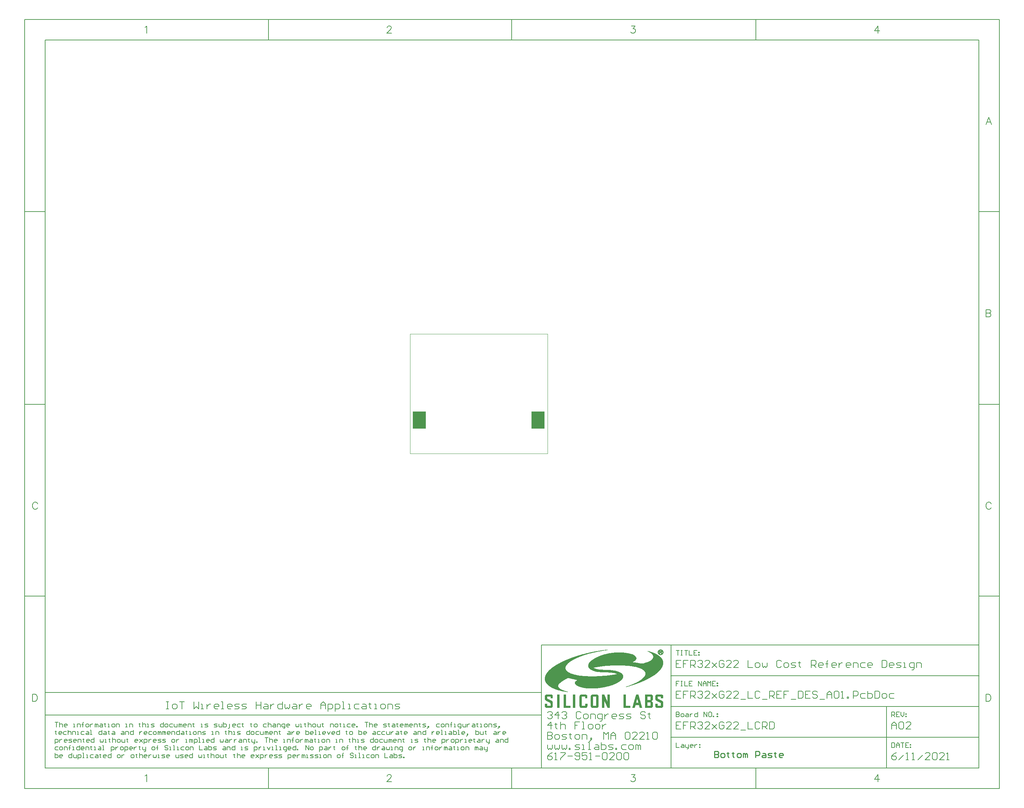
<source format=gbp>
G04*
G04 #@! TF.GenerationSoftware,Altium Limited,Altium Designer,19.1.7 (138)*
G04*
G04 Layer_Color=128*
%FSLAX25Y25*%
%MOIN*%
G70*
G01*
G75*
%ADD11C,0.00500*%
%ADD12C,0.01000*%
%ADD14C,0.00197*%
%ADD15C,0.00100*%
%ADD16C,0.00700*%
%ADD58R,0.12598X0.16535*%
D11*
X-348447Y-232713D02*
X135353D01*
X344053Y-326503D02*
Y-306503D01*
X261553D02*
Y-246503D01*
X471553Y-306503D02*
Y-246503D01*
X135353Y-306503D02*
Y-186503D01*
X561553Y-306503D02*
Y-186503D01*
X261553D02*
X561553D01*
X261553Y-246503D02*
Y-186503D01*
X135353D02*
X261553D01*
X261353Y-246503D02*
X561553D01*
X261353Y-276503D02*
X561553D01*
X111553Y-306503D02*
X561553D01*
X261353Y-216503D02*
X561853D01*
X-28447Y-306503D02*
X135353D01*
X106353Y-326503D02*
Y-306503D01*
X-130847Y-326503D02*
Y-306503D01*
X-368447Y-138903D02*
X-348447D01*
X-368447Y48297D02*
X-348447D01*
X-368447Y236297D02*
X-348447D01*
X-368447Y-326503D02*
Y423497D01*
X-348447Y-306503D02*
X561553D01*
X-348447D02*
Y403497D01*
X-368447Y-326503D02*
X581553D01*
X344053Y403497D02*
Y423497D01*
X106353Y403497D02*
Y423497D01*
X-130847Y403497D02*
Y423497D01*
X-368447D02*
X581553D01*
X-348447Y403497D02*
X561553D01*
Y-138903D02*
X581553D01*
X561553Y48297D02*
X581553D01*
X561553Y236297D02*
X581553D01*
X561553Y-306503D02*
Y403497D01*
X581553Y-326503D02*
Y423497D01*
X-348447Y-254903D02*
X135353D01*
X269552Y-222004D02*
X266553D01*
Y-224254D01*
X268053D01*
X266553D01*
Y-226503D01*
X271052Y-222004D02*
X272551D01*
X271801D01*
Y-226503D01*
X271052D01*
X272551D01*
X274800Y-222004D02*
Y-226503D01*
X277799D01*
X282298Y-222004D02*
X279299D01*
Y-226503D01*
X282298D01*
X279299Y-224254D02*
X280798D01*
X288296Y-226503D02*
Y-222004D01*
X291295Y-226503D01*
Y-222004D01*
X292794Y-226503D02*
Y-223504D01*
X294294Y-222004D01*
X295794Y-223504D01*
Y-226503D01*
Y-224254D01*
X292794D01*
X297293Y-226503D02*
Y-222004D01*
X298793Y-223504D01*
X300292Y-222004D01*
Y-226503D01*
X304791Y-222004D02*
X301792D01*
Y-226503D01*
X304791D01*
X301792Y-224254D02*
X303291D01*
X306290Y-223504D02*
X307040D01*
Y-224254D01*
X306290D01*
Y-223504D01*
Y-225753D02*
X307040D01*
Y-226503D01*
X306290D01*
Y-225753D01*
X266553Y-192004D02*
X269552D01*
X268053D01*
Y-196503D01*
X271052Y-192004D02*
X272551D01*
X271801D01*
Y-196503D01*
X271052D01*
X272551D01*
X274800Y-192004D02*
X277799D01*
X276300D01*
Y-196503D01*
X279299Y-192004D02*
Y-196503D01*
X282298D01*
X286796Y-192004D02*
X283797D01*
Y-196503D01*
X286796D01*
X283797Y-194254D02*
X285297D01*
X288296Y-193504D02*
X289046D01*
Y-194254D01*
X288296D01*
Y-193504D01*
Y-195753D02*
X289046D01*
Y-196503D01*
X288296D01*
Y-195753D01*
X266553Y-252004D02*
Y-256503D01*
X268802D01*
X269552Y-255753D01*
Y-255003D01*
X268802Y-254254D01*
X266553D01*
X268802D01*
X269552Y-253504D01*
Y-252754D01*
X268802Y-252004D01*
X266553D01*
X271801Y-256503D02*
X273301D01*
X274051Y-255753D01*
Y-254254D01*
X273301Y-253504D01*
X271801D01*
X271052Y-254254D01*
Y-255753D01*
X271801Y-256503D01*
X276300Y-253504D02*
X277799D01*
X278549Y-254254D01*
Y-256503D01*
X276300D01*
X275550Y-255753D01*
X276300Y-255003D01*
X278549D01*
X280049Y-253504D02*
Y-256503D01*
Y-255003D01*
X280798Y-254254D01*
X281548Y-253504D01*
X282298D01*
X287546Y-252004D02*
Y-256503D01*
X285297D01*
X284547Y-255753D01*
Y-254254D01*
X285297Y-253504D01*
X287546D01*
X293544Y-256503D02*
Y-252004D01*
X296543Y-256503D01*
Y-252004D01*
X300292D02*
X298793D01*
X298043Y-252754D01*
Y-255753D01*
X298793Y-256503D01*
X300292D01*
X301042Y-255753D01*
Y-252754D01*
X300292Y-252004D01*
X302541Y-256503D02*
Y-255753D01*
X303291D01*
Y-256503D01*
X302541D01*
X306290Y-253504D02*
X307040D01*
Y-254254D01*
X306290D01*
Y-253504D01*
Y-255753D02*
X307040D01*
Y-256503D01*
X306290D01*
Y-255753D01*
X476553Y-256503D02*
Y-252004D01*
X478802D01*
X479552Y-252754D01*
Y-254254D01*
X478802Y-255003D01*
X476553D01*
X478053D02*
X479552Y-256503D01*
X484051Y-252004D02*
X481052D01*
Y-256503D01*
X484051D01*
X481052Y-254254D02*
X482551D01*
X485550Y-252004D02*
Y-255003D01*
X487050Y-256503D01*
X488549Y-255003D01*
Y-252004D01*
X490049Y-253504D02*
X490798D01*
Y-254254D01*
X490049D01*
Y-253504D01*
Y-255753D02*
X490798D01*
Y-256503D01*
X490049D01*
Y-255753D01*
X476553Y-282004D02*
Y-286503D01*
X478802D01*
X479552Y-285753D01*
Y-282754D01*
X478802Y-282004D01*
X476553D01*
X481052Y-286503D02*
Y-283504D01*
X482551Y-282004D01*
X484051Y-283504D01*
Y-286503D01*
Y-284254D01*
X481052D01*
X485550Y-282004D02*
X488549D01*
X487050D01*
Y-286503D01*
X493048Y-282004D02*
X490049D01*
Y-286503D01*
X493048D01*
X490049Y-284254D02*
X491548D01*
X494547Y-283504D02*
X495297D01*
Y-284254D01*
X494547D01*
Y-283504D01*
Y-285753D02*
X495297D01*
Y-286503D01*
X494547D01*
Y-285753D01*
X266553Y-282004D02*
Y-286503D01*
X269552D01*
X271801Y-283504D02*
X273301D01*
X274051Y-284254D01*
Y-286503D01*
X271801D01*
X271052Y-285753D01*
X271801Y-285003D01*
X274051D01*
X275550Y-283504D02*
Y-285753D01*
X276300Y-286503D01*
X278549D01*
Y-287253D01*
X277799Y-288002D01*
X277050D01*
X278549Y-286503D02*
Y-283504D01*
X282298Y-286503D02*
X280798D01*
X280049Y-285753D01*
Y-284254D01*
X280798Y-283504D01*
X282298D01*
X283048Y-284254D01*
Y-285003D01*
X280049D01*
X284547Y-283504D02*
Y-286503D01*
Y-285003D01*
X285297Y-284254D01*
X286047Y-283504D01*
X286796D01*
X289046D02*
X289795D01*
Y-284254D01*
X289046D01*
Y-283504D01*
Y-285753D02*
X289795D01*
Y-286503D01*
X289046D01*
Y-285753D01*
X-338947Y-262004D02*
X-335948D01*
X-337448D01*
Y-266503D01*
X-334449Y-262004D02*
Y-266503D01*
Y-264254D01*
X-333699Y-263504D01*
X-332199D01*
X-331449Y-264254D01*
Y-266503D01*
X-327701D02*
X-329200D01*
X-329950Y-265753D01*
Y-264254D01*
X-329200Y-263504D01*
X-327701D01*
X-326951Y-264254D01*
Y-265003D01*
X-329950D01*
X-320953Y-266503D02*
X-319453D01*
X-320203D01*
Y-263504D01*
X-320953D01*
X-317204Y-266503D02*
Y-263504D01*
X-314955D01*
X-314205Y-264254D01*
Y-266503D01*
X-311956D02*
Y-262754D01*
Y-264254D01*
X-312705D01*
X-311206D01*
X-311956D01*
Y-262754D01*
X-311206Y-262004D01*
X-308207Y-266503D02*
X-306707D01*
X-305958Y-265753D01*
Y-264254D01*
X-306707Y-263504D01*
X-308207D01*
X-308957Y-264254D01*
Y-265753D01*
X-308207Y-266503D01*
X-304458Y-263504D02*
Y-266503D01*
Y-265003D01*
X-303708Y-264254D01*
X-302959Y-263504D01*
X-302209D01*
X-299960Y-266503D02*
Y-263504D01*
X-299210D01*
X-298460Y-264254D01*
Y-266503D01*
Y-264254D01*
X-297710Y-263504D01*
X-296960Y-264254D01*
Y-266503D01*
X-294711Y-263504D02*
X-293212D01*
X-292462Y-264254D01*
Y-266503D01*
X-294711D01*
X-295461Y-265753D01*
X-294711Y-265003D01*
X-292462D01*
X-290213Y-262754D02*
Y-263504D01*
X-290963D01*
X-289463D01*
X-290213D01*
Y-265753D01*
X-289463Y-266503D01*
X-287214D02*
X-285714D01*
X-286464D01*
Y-263504D01*
X-287214D01*
X-282715Y-266503D02*
X-281216D01*
X-280466Y-265753D01*
Y-264254D01*
X-281216Y-263504D01*
X-282715D01*
X-283465Y-264254D01*
Y-265753D01*
X-282715Y-266503D01*
X-278966D02*
Y-263504D01*
X-276717D01*
X-275967Y-264254D01*
Y-266503D01*
X-269969D02*
X-268470D01*
X-269219D01*
Y-263504D01*
X-269969D01*
X-266220Y-266503D02*
Y-263504D01*
X-263971D01*
X-263221Y-264254D01*
Y-266503D01*
X-256474Y-262754D02*
Y-263504D01*
X-257223D01*
X-255724D01*
X-256474D01*
Y-265753D01*
X-255724Y-266503D01*
X-253475Y-262004D02*
Y-266503D01*
Y-264254D01*
X-252725Y-263504D01*
X-251225D01*
X-250476Y-264254D01*
Y-266503D01*
X-248976D02*
X-247477D01*
X-248226D01*
Y-263504D01*
X-248976D01*
X-245227Y-266503D02*
X-242978D01*
X-242228Y-265753D01*
X-242978Y-265003D01*
X-244478D01*
X-245227Y-264254D01*
X-244478Y-263504D01*
X-242228D01*
X-233231Y-262004D02*
Y-266503D01*
X-235480D01*
X-236230Y-265753D01*
Y-264254D01*
X-235480Y-263504D01*
X-233231D01*
X-230982Y-266503D02*
X-229482D01*
X-228732Y-265753D01*
Y-264254D01*
X-229482Y-263504D01*
X-230982D01*
X-231732Y-264254D01*
Y-265753D01*
X-230982Y-266503D01*
X-224234Y-263504D02*
X-226483D01*
X-227233Y-264254D01*
Y-265753D01*
X-226483Y-266503D01*
X-224234D01*
X-222734Y-263504D02*
Y-265753D01*
X-221985Y-266503D01*
X-219735D01*
Y-263504D01*
X-218236Y-266503D02*
Y-263504D01*
X-217486D01*
X-216736Y-264254D01*
Y-266503D01*
Y-264254D01*
X-215987Y-263504D01*
X-215237Y-264254D01*
Y-266503D01*
X-211488D02*
X-212988D01*
X-213737Y-265753D01*
Y-264254D01*
X-212988Y-263504D01*
X-211488D01*
X-210738Y-264254D01*
Y-265003D01*
X-213737D01*
X-209239Y-266503D02*
Y-263504D01*
X-206990D01*
X-206240Y-264254D01*
Y-266503D01*
X-203991Y-262754D02*
Y-263504D01*
X-204740D01*
X-203241D01*
X-203991D01*
Y-265753D01*
X-203241Y-266503D01*
X-196493D02*
X-194993D01*
X-195743D01*
Y-263504D01*
X-196493D01*
X-192744Y-266503D02*
X-190495D01*
X-189745Y-265753D01*
X-190495Y-265003D01*
X-191994D01*
X-192744Y-264254D01*
X-191994Y-263504D01*
X-189745D01*
X-183747Y-266503D02*
X-181498D01*
X-180748Y-265753D01*
X-181498Y-265003D01*
X-182997D01*
X-183747Y-264254D01*
X-182997Y-263504D01*
X-180748D01*
X-179248D02*
Y-265753D01*
X-178499Y-266503D01*
X-176250D01*
Y-263504D01*
X-174750Y-262004D02*
Y-266503D01*
X-172501D01*
X-171751Y-265753D01*
Y-265003D01*
Y-264254D01*
X-172501Y-263504D01*
X-174750D01*
X-170251Y-268003D02*
X-169502D01*
X-168752Y-267253D01*
Y-263504D01*
X-163504Y-266503D02*
X-165003D01*
X-165753Y-265753D01*
Y-264254D01*
X-165003Y-263504D01*
X-163504D01*
X-162754Y-264254D01*
Y-265003D01*
X-165753D01*
X-158255Y-263504D02*
X-160504D01*
X-161254Y-264254D01*
Y-265753D01*
X-160504Y-266503D01*
X-158255D01*
X-156006Y-262754D02*
Y-263504D01*
X-156756D01*
X-155256D01*
X-156006D01*
Y-265753D01*
X-155256Y-266503D01*
X-147759Y-262754D02*
Y-263504D01*
X-148508D01*
X-147009D01*
X-147759D01*
Y-265753D01*
X-147009Y-266503D01*
X-144010D02*
X-142510D01*
X-141761Y-265753D01*
Y-264254D01*
X-142510Y-263504D01*
X-144010D01*
X-144760Y-264254D01*
Y-265753D01*
X-144010Y-266503D01*
X-132764Y-263504D02*
X-135013D01*
X-135763Y-264254D01*
Y-265753D01*
X-135013Y-266503D01*
X-132764D01*
X-131264Y-262004D02*
Y-266503D01*
Y-264254D01*
X-130514Y-263504D01*
X-129015D01*
X-128265Y-264254D01*
Y-266503D01*
X-126016Y-263504D02*
X-124516D01*
X-123766Y-264254D01*
Y-266503D01*
X-126016D01*
X-126765Y-265753D01*
X-126016Y-265003D01*
X-123766D01*
X-122267Y-266503D02*
Y-263504D01*
X-120018D01*
X-119268Y-264254D01*
Y-266503D01*
X-116269Y-268003D02*
X-115519D01*
X-114769Y-267253D01*
Y-263504D01*
X-117019D01*
X-117768Y-264254D01*
Y-265753D01*
X-117019Y-266503D01*
X-114769D01*
X-111021D02*
X-112520D01*
X-113270Y-265753D01*
Y-264254D01*
X-112520Y-263504D01*
X-111021D01*
X-110271Y-264254D01*
Y-265003D01*
X-113270D01*
X-104273Y-263504D02*
Y-265753D01*
X-103523Y-266503D01*
X-102773Y-265753D01*
X-102023Y-266503D01*
X-101274Y-265753D01*
Y-263504D01*
X-99774Y-266503D02*
X-98275D01*
X-99024D01*
Y-263504D01*
X-99774D01*
X-95276Y-262754D02*
Y-263504D01*
X-96025D01*
X-94526D01*
X-95276D01*
Y-265753D01*
X-94526Y-266503D01*
X-92277Y-262004D02*
Y-266503D01*
Y-264254D01*
X-91527Y-263504D01*
X-90027D01*
X-89277Y-264254D01*
Y-266503D01*
X-87028D02*
X-85529D01*
X-84779Y-265753D01*
Y-264254D01*
X-85529Y-263504D01*
X-87028D01*
X-87778Y-264254D01*
Y-265753D01*
X-87028Y-266503D01*
X-83279Y-263504D02*
Y-265753D01*
X-82530Y-266503D01*
X-80280D01*
Y-263504D01*
X-78031Y-262754D02*
Y-263504D01*
X-78781D01*
X-77281D01*
X-78031D01*
Y-265753D01*
X-77281Y-266503D01*
X-70534D02*
Y-263504D01*
X-68284D01*
X-67535Y-264254D01*
Y-266503D01*
X-65285D02*
X-63786D01*
X-63036Y-265753D01*
Y-264254D01*
X-63786Y-263504D01*
X-65285D01*
X-66035Y-264254D01*
Y-265753D01*
X-65285Y-266503D01*
X-60787Y-262754D02*
Y-263504D01*
X-61536D01*
X-60037D01*
X-60787D01*
Y-265753D01*
X-60037Y-266503D01*
X-57788D02*
X-56288D01*
X-57038D01*
Y-263504D01*
X-57788D01*
X-51040D02*
X-53289D01*
X-54039Y-264254D01*
Y-265753D01*
X-53289Y-266503D01*
X-51040D01*
X-47291D02*
X-48791D01*
X-49540Y-265753D01*
Y-264254D01*
X-48791Y-263504D01*
X-47291D01*
X-46541Y-264254D01*
Y-265003D01*
X-49540D01*
X-45042Y-266503D02*
Y-265753D01*
X-44292D01*
Y-266503D01*
X-45042D01*
X-36794Y-262004D02*
X-33795D01*
X-35295D01*
Y-266503D01*
X-32296Y-262004D02*
Y-266503D01*
Y-264254D01*
X-31546Y-263504D01*
X-30047D01*
X-29297Y-264254D01*
Y-266503D01*
X-25548D02*
X-27048D01*
X-27797Y-265753D01*
Y-264254D01*
X-27048Y-263504D01*
X-25548D01*
X-24798Y-264254D01*
Y-265003D01*
X-27797D01*
X-18800Y-266503D02*
X-16551D01*
X-15801Y-265753D01*
X-16551Y-265003D01*
X-18050D01*
X-18800Y-264254D01*
X-18050Y-263504D01*
X-15801D01*
X-13552Y-262754D02*
Y-263504D01*
X-14302D01*
X-12802D01*
X-13552D01*
Y-265753D01*
X-12802Y-266503D01*
X-9803Y-263504D02*
X-8304D01*
X-7554Y-264254D01*
Y-266503D01*
X-9803D01*
X-10553Y-265753D01*
X-9803Y-265003D01*
X-7554D01*
X-5305Y-262754D02*
Y-263504D01*
X-6054D01*
X-4555D01*
X-5305D01*
Y-265753D01*
X-4555Y-266503D01*
X-56D02*
X-1556D01*
X-2306Y-265753D01*
Y-264254D01*
X-1556Y-263504D01*
X-56D01*
X693Y-264254D01*
Y-265003D01*
X-2306D01*
X2193Y-266503D02*
Y-263504D01*
X2943D01*
X3692Y-264254D01*
Y-266503D01*
Y-264254D01*
X4442Y-263504D01*
X5192Y-264254D01*
Y-266503D01*
X8941D02*
X7441D01*
X6692Y-265753D01*
Y-264254D01*
X7441Y-263504D01*
X8941D01*
X9691Y-264254D01*
Y-265003D01*
X6692D01*
X11190Y-266503D02*
Y-263504D01*
X13439D01*
X14189Y-264254D01*
Y-266503D01*
X16438Y-262754D02*
Y-263504D01*
X15689D01*
X17188D01*
X16438D01*
Y-265753D01*
X17188Y-266503D01*
X19437D02*
X21687D01*
X22436Y-265753D01*
X21687Y-265003D01*
X20187D01*
X19437Y-264254D01*
X20187Y-263504D01*
X22436D01*
X24686Y-267253D02*
X25436Y-266503D01*
Y-265753D01*
X24686D01*
Y-266503D01*
X25436D01*
X24686Y-267253D01*
X23936Y-268003D01*
X35932Y-263504D02*
X33683D01*
X32933Y-264254D01*
Y-265753D01*
X33683Y-266503D01*
X35932D01*
X38181D02*
X39681D01*
X40431Y-265753D01*
Y-264254D01*
X39681Y-263504D01*
X38181D01*
X37432Y-264254D01*
Y-265753D01*
X38181Y-266503D01*
X41930D02*
Y-263504D01*
X44179D01*
X44929Y-264254D01*
Y-266503D01*
X47179D02*
Y-262754D01*
Y-264254D01*
X46429D01*
X47928D01*
X47179D01*
Y-262754D01*
X47928Y-262004D01*
X50178Y-266503D02*
X51677D01*
X50927D01*
Y-263504D01*
X50178D01*
X55426Y-268003D02*
X56176D01*
X56925Y-267253D01*
Y-263504D01*
X54676D01*
X53926Y-264254D01*
Y-265753D01*
X54676Y-266503D01*
X56925D01*
X58425Y-263504D02*
Y-265753D01*
X59175Y-266503D01*
X61424D01*
Y-263504D01*
X62923D02*
Y-266503D01*
Y-265003D01*
X63673Y-264254D01*
X64423Y-263504D01*
X65173D01*
X68172D02*
X69671D01*
X70421Y-264254D01*
Y-266503D01*
X68172D01*
X67422Y-265753D01*
X68172Y-265003D01*
X70421D01*
X72670Y-262754D02*
Y-263504D01*
X71921D01*
X73420D01*
X72670D01*
Y-265753D01*
X73420Y-266503D01*
X75669D02*
X77169D01*
X76419D01*
Y-263504D01*
X75669D01*
X80168Y-266503D02*
X81667D01*
X82417Y-265753D01*
Y-264254D01*
X81667Y-263504D01*
X80168D01*
X79418Y-264254D01*
Y-265753D01*
X80168Y-266503D01*
X83917D02*
Y-263504D01*
X86166D01*
X86916Y-264254D01*
Y-266503D01*
X88415D02*
X90664D01*
X91414Y-265753D01*
X90664Y-265003D01*
X89165D01*
X88415Y-264254D01*
X89165Y-263504D01*
X91414D01*
X93664Y-267253D02*
X94413Y-266503D01*
Y-265753D01*
X93664D01*
Y-266503D01*
X94413D01*
X93664Y-267253D01*
X92914Y-268003D01*
X-338197Y-270254D02*
Y-271004D01*
X-338947D01*
X-337448D01*
X-338197D01*
Y-273253D01*
X-337448Y-274003D01*
X-332949D02*
X-334449D01*
X-335198Y-273253D01*
Y-271754D01*
X-334449Y-271004D01*
X-332949D01*
X-332199Y-271754D01*
Y-272503D01*
X-335198D01*
X-327701Y-271004D02*
X-329950D01*
X-330700Y-271754D01*
Y-273253D01*
X-329950Y-274003D01*
X-327701D01*
X-326201Y-269504D02*
Y-274003D01*
Y-271754D01*
X-325451Y-271004D01*
X-323952D01*
X-323202Y-271754D01*
Y-274003D01*
X-321703D02*
Y-271004D01*
X-319453D01*
X-318704Y-271754D01*
Y-274003D01*
X-317204D02*
X-315704D01*
X-316454D01*
Y-271004D01*
X-317204D01*
X-310456D02*
X-312705D01*
X-313455Y-271754D01*
Y-273253D01*
X-312705Y-274003D01*
X-310456D01*
X-308207Y-271004D02*
X-306707D01*
X-305958Y-271754D01*
Y-274003D01*
X-308207D01*
X-308957Y-273253D01*
X-308207Y-272503D01*
X-305958D01*
X-304458Y-274003D02*
X-302959D01*
X-303708D01*
Y-269504D01*
X-304458D01*
X-293212D02*
Y-274003D01*
X-295461D01*
X-296211Y-273253D01*
Y-271754D01*
X-295461Y-271004D01*
X-293212D01*
X-290963D02*
X-289463D01*
X-288713Y-271754D01*
Y-274003D01*
X-290963D01*
X-291712Y-273253D01*
X-290963Y-272503D01*
X-288713D01*
X-286464Y-270254D02*
Y-271004D01*
X-287214D01*
X-285714D01*
X-286464D01*
Y-273253D01*
X-285714Y-274003D01*
X-282715Y-271004D02*
X-281216D01*
X-280466Y-271754D01*
Y-274003D01*
X-282715D01*
X-283465Y-273253D01*
X-282715Y-272503D01*
X-280466D01*
X-273718Y-271004D02*
X-272218D01*
X-271469Y-271754D01*
Y-274003D01*
X-273718D01*
X-274468Y-273253D01*
X-273718Y-272503D01*
X-271469D01*
X-269969Y-274003D02*
Y-271004D01*
X-267720D01*
X-266970Y-271754D01*
Y-274003D01*
X-262472Y-269504D02*
Y-274003D01*
X-264721D01*
X-265471Y-273253D01*
Y-271754D01*
X-264721Y-271004D01*
X-262472D01*
X-256474D02*
Y-274003D01*
Y-272503D01*
X-255724Y-271754D01*
X-254974Y-271004D01*
X-254224D01*
X-249726Y-274003D02*
X-251225D01*
X-251975Y-273253D01*
Y-271754D01*
X-251225Y-271004D01*
X-249726D01*
X-248976Y-271754D01*
Y-272503D01*
X-251975D01*
X-244478Y-271004D02*
X-246727D01*
X-247477Y-271754D01*
Y-273253D01*
X-246727Y-274003D01*
X-244478D01*
X-242228D02*
X-240729D01*
X-239979Y-273253D01*
Y-271754D01*
X-240729Y-271004D01*
X-242228D01*
X-242978Y-271754D01*
Y-273253D01*
X-242228Y-274003D01*
X-238479D02*
Y-271004D01*
X-237730D01*
X-236980Y-271754D01*
Y-274003D01*
Y-271754D01*
X-236230Y-271004D01*
X-235480Y-271754D01*
Y-274003D01*
X-233981D02*
Y-271004D01*
X-233231D01*
X-232481Y-271754D01*
Y-274003D01*
Y-271754D01*
X-231732Y-271004D01*
X-230982Y-271754D01*
Y-274003D01*
X-227233D02*
X-228732D01*
X-229482Y-273253D01*
Y-271754D01*
X-228732Y-271004D01*
X-227233D01*
X-226483Y-271754D01*
Y-272503D01*
X-229482D01*
X-224984Y-274003D02*
Y-271004D01*
X-222734D01*
X-221985Y-271754D01*
Y-274003D01*
X-217486Y-269504D02*
Y-274003D01*
X-219735D01*
X-220485Y-273253D01*
Y-271754D01*
X-219735Y-271004D01*
X-217486D01*
X-215237D02*
X-213737D01*
X-212988Y-271754D01*
Y-274003D01*
X-215237D01*
X-215987Y-273253D01*
X-215237Y-272503D01*
X-212988D01*
X-210738Y-270254D02*
Y-271004D01*
X-211488D01*
X-209989D01*
X-210738D01*
Y-273253D01*
X-209989Y-274003D01*
X-207739D02*
X-206240D01*
X-206990D01*
Y-271004D01*
X-207739D01*
X-203241Y-274003D02*
X-201741D01*
X-200992Y-273253D01*
Y-271754D01*
X-201741Y-271004D01*
X-203241D01*
X-203991Y-271754D01*
Y-273253D01*
X-203241Y-274003D01*
X-199492D02*
Y-271004D01*
X-197243D01*
X-196493Y-271754D01*
Y-274003D01*
X-194993D02*
X-192744D01*
X-191994Y-273253D01*
X-192744Y-272503D01*
X-194244D01*
X-194993Y-271754D01*
X-194244Y-271004D01*
X-191994D01*
X-185996Y-274003D02*
X-184497D01*
X-185247D01*
Y-271004D01*
X-185996D01*
X-182247Y-274003D02*
Y-271004D01*
X-179998D01*
X-179248Y-271754D01*
Y-274003D01*
X-172501Y-270254D02*
Y-271004D01*
X-173250D01*
X-171751D01*
X-172501D01*
Y-273253D01*
X-171751Y-274003D01*
X-169502Y-269504D02*
Y-274003D01*
Y-271754D01*
X-168752Y-271004D01*
X-167252D01*
X-166503Y-271754D01*
Y-274003D01*
X-165003D02*
X-163504D01*
X-164253D01*
Y-271004D01*
X-165003D01*
X-161254Y-274003D02*
X-159005D01*
X-158255Y-273253D01*
X-159005Y-272503D01*
X-160504D01*
X-161254Y-271754D01*
X-160504Y-271004D01*
X-158255D01*
X-149258Y-269504D02*
Y-274003D01*
X-151507D01*
X-152257Y-273253D01*
Y-271754D01*
X-151507Y-271004D01*
X-149258D01*
X-147009Y-274003D02*
X-145509D01*
X-144760Y-273253D01*
Y-271754D01*
X-145509Y-271004D01*
X-147009D01*
X-147759Y-271754D01*
Y-273253D01*
X-147009Y-274003D01*
X-140261Y-271004D02*
X-142510D01*
X-143260Y-271754D01*
Y-273253D01*
X-142510Y-274003D01*
X-140261D01*
X-138761Y-271004D02*
Y-273253D01*
X-138012Y-274003D01*
X-135763D01*
Y-271004D01*
X-134263Y-274003D02*
Y-271004D01*
X-133513D01*
X-132764Y-271754D01*
Y-274003D01*
Y-271754D01*
X-132014Y-271004D01*
X-131264Y-271754D01*
Y-274003D01*
X-127515D02*
X-129015D01*
X-129764Y-273253D01*
Y-271754D01*
X-129015Y-271004D01*
X-127515D01*
X-126765Y-271754D01*
Y-272503D01*
X-129764D01*
X-125266Y-274003D02*
Y-271004D01*
X-123017D01*
X-122267Y-271754D01*
Y-274003D01*
X-120018Y-270254D02*
Y-271004D01*
X-120767D01*
X-119268D01*
X-120018D01*
Y-273253D01*
X-119268Y-274003D01*
X-111770Y-271004D02*
X-110271D01*
X-109521Y-271754D01*
Y-274003D01*
X-111770D01*
X-112520Y-273253D01*
X-111770Y-272503D01*
X-109521D01*
X-108021Y-271004D02*
Y-274003D01*
Y-272503D01*
X-107272Y-271754D01*
X-106522Y-271004D01*
X-105772D01*
X-101274Y-274003D02*
X-102773D01*
X-103523Y-273253D01*
Y-271754D01*
X-102773Y-271004D01*
X-101274D01*
X-100524Y-271754D01*
Y-272503D01*
X-103523D01*
X-94526Y-269504D02*
Y-274003D01*
X-92277D01*
X-91527Y-273253D01*
Y-272503D01*
Y-271754D01*
X-92277Y-271004D01*
X-94526D01*
X-87778Y-274003D02*
X-89277D01*
X-90027Y-273253D01*
Y-271754D01*
X-89277Y-271004D01*
X-87778D01*
X-87028Y-271754D01*
Y-272503D01*
X-90027D01*
X-85529Y-274003D02*
X-84029D01*
X-84779D01*
Y-269504D01*
X-85529D01*
X-81780Y-274003D02*
X-80280D01*
X-81030D01*
Y-271004D01*
X-81780D01*
X-75782Y-274003D02*
X-77281D01*
X-78031Y-273253D01*
Y-271754D01*
X-77281Y-271004D01*
X-75782D01*
X-75032Y-271754D01*
Y-272503D01*
X-78031D01*
X-73533Y-271004D02*
X-72033Y-274003D01*
X-70534Y-271004D01*
X-66785Y-274003D02*
X-68284D01*
X-69034Y-273253D01*
Y-271754D01*
X-68284Y-271004D01*
X-66785D01*
X-66035Y-271754D01*
Y-272503D01*
X-69034D01*
X-61536Y-269504D02*
Y-274003D01*
X-63786D01*
X-64535Y-273253D01*
Y-271754D01*
X-63786Y-271004D01*
X-61536D01*
X-54789Y-270254D02*
Y-271004D01*
X-55538D01*
X-54039D01*
X-54789D01*
Y-273253D01*
X-54039Y-274003D01*
X-51040D02*
X-49540D01*
X-48791Y-273253D01*
Y-271754D01*
X-49540Y-271004D01*
X-51040D01*
X-51790Y-271754D01*
Y-273253D01*
X-51040Y-274003D01*
X-42792Y-269504D02*
Y-274003D01*
X-40543D01*
X-39794Y-273253D01*
Y-272503D01*
Y-271754D01*
X-40543Y-271004D01*
X-42792D01*
X-36045Y-274003D02*
X-37544D01*
X-38294Y-273253D01*
Y-271754D01*
X-37544Y-271004D01*
X-36045D01*
X-35295Y-271754D01*
Y-272503D01*
X-38294D01*
X-28547Y-271004D02*
X-27048D01*
X-26298Y-271754D01*
Y-274003D01*
X-28547D01*
X-29297Y-273253D01*
X-28547Y-272503D01*
X-26298D01*
X-21799Y-271004D02*
X-24048D01*
X-24798Y-271754D01*
Y-273253D01*
X-24048Y-274003D01*
X-21799D01*
X-17301Y-271004D02*
X-19550D01*
X-20300Y-271754D01*
Y-273253D01*
X-19550Y-274003D01*
X-17301D01*
X-15801Y-271004D02*
Y-273253D01*
X-15051Y-274003D01*
X-12802D01*
Y-271004D01*
X-11303D02*
Y-274003D01*
Y-272503D01*
X-10553Y-271754D01*
X-9803Y-271004D01*
X-9053D01*
X-6054D02*
X-4555D01*
X-3805Y-271754D01*
Y-274003D01*
X-6054D01*
X-6804Y-273253D01*
X-6054Y-272503D01*
X-3805D01*
X-1556Y-270254D02*
Y-271004D01*
X-2306D01*
X-806D01*
X-1556D01*
Y-273253D01*
X-806Y-274003D01*
X3692D02*
X2193D01*
X1443Y-273253D01*
Y-271754D01*
X2193Y-271004D01*
X3692D01*
X4442Y-271754D01*
Y-272503D01*
X1443D01*
X11190Y-271004D02*
X12690D01*
X13439Y-271754D01*
Y-274003D01*
X11190D01*
X10440Y-273253D01*
X11190Y-272503D01*
X13439D01*
X14939Y-274003D02*
Y-271004D01*
X17188D01*
X17938Y-271754D01*
Y-274003D01*
X22436Y-269504D02*
Y-274003D01*
X20187D01*
X19437Y-273253D01*
Y-271754D01*
X20187Y-271004D01*
X22436D01*
X28435D02*
Y-274003D01*
Y-272503D01*
X29184Y-271754D01*
X29934Y-271004D01*
X30684D01*
X35182Y-274003D02*
X33683D01*
X32933Y-273253D01*
Y-271754D01*
X33683Y-271004D01*
X35182D01*
X35932Y-271754D01*
Y-272503D01*
X32933D01*
X37432Y-274003D02*
X38931D01*
X38181D01*
Y-269504D01*
X37432D01*
X41181Y-274003D02*
X42680D01*
X41930D01*
Y-271004D01*
X41181D01*
X45679D02*
X47179D01*
X47928Y-271754D01*
Y-274003D01*
X45679D01*
X44929Y-273253D01*
X45679Y-272503D01*
X47928D01*
X49428Y-269504D02*
Y-274003D01*
X51677D01*
X52427Y-273253D01*
Y-272503D01*
Y-271754D01*
X51677Y-271004D01*
X49428D01*
X53926Y-274003D02*
X55426D01*
X54676D01*
Y-269504D01*
X53926D01*
X59924Y-274003D02*
X58425D01*
X57675Y-273253D01*
Y-271754D01*
X58425Y-271004D01*
X59924D01*
X60674Y-271754D01*
Y-272503D01*
X57675D01*
X62923Y-274753D02*
X63673Y-274003D01*
Y-273253D01*
X62923D01*
Y-274003D01*
X63673D01*
X62923Y-274753D01*
X62174Y-275502D01*
X71171Y-269504D02*
Y-274003D01*
X73420D01*
X74170Y-273253D01*
Y-272503D01*
Y-271754D01*
X73420Y-271004D01*
X71171D01*
X75669D02*
Y-273253D01*
X76419Y-274003D01*
X78668D01*
Y-271004D01*
X80918Y-270254D02*
Y-271004D01*
X80168D01*
X81667D01*
X80918D01*
Y-273253D01*
X81667Y-274003D01*
X89165Y-271004D02*
X90664D01*
X91414Y-271754D01*
Y-274003D01*
X89165D01*
X88415Y-273253D01*
X89165Y-272503D01*
X91414D01*
X92914Y-271004D02*
Y-274003D01*
Y-272503D01*
X93664Y-271754D01*
X94413Y-271004D01*
X95163D01*
X99662Y-274003D02*
X98162D01*
X97412Y-273253D01*
Y-271754D01*
X98162Y-271004D01*
X99662D01*
X100411Y-271754D01*
Y-272503D01*
X97412D01*
X-338947Y-283002D02*
Y-278504D01*
X-336698D01*
X-335948Y-279254D01*
Y-280753D01*
X-336698Y-281503D01*
X-338947D01*
X-334449Y-278504D02*
Y-281503D01*
Y-280003D01*
X-333699Y-279254D01*
X-332949Y-278504D01*
X-332199D01*
X-327701Y-281503D02*
X-329200D01*
X-329950Y-280753D01*
Y-279254D01*
X-329200Y-278504D01*
X-327701D01*
X-326951Y-279254D01*
Y-280003D01*
X-329950D01*
X-325451Y-281503D02*
X-323202D01*
X-322452Y-280753D01*
X-323202Y-280003D01*
X-324702D01*
X-325451Y-279254D01*
X-324702Y-278504D01*
X-322452D01*
X-318704Y-281503D02*
X-320203D01*
X-320953Y-280753D01*
Y-279254D01*
X-320203Y-278504D01*
X-318704D01*
X-317954Y-279254D01*
Y-280003D01*
X-320953D01*
X-316454Y-281503D02*
Y-278504D01*
X-314205D01*
X-313455Y-279254D01*
Y-281503D01*
X-311206Y-277754D02*
Y-278504D01*
X-311956D01*
X-310456D01*
X-311206D01*
Y-280753D01*
X-310456Y-281503D01*
X-305958D02*
X-307457D01*
X-308207Y-280753D01*
Y-279254D01*
X-307457Y-278504D01*
X-305958D01*
X-305208Y-279254D01*
Y-280003D01*
X-308207D01*
X-300709Y-277004D02*
Y-281503D01*
X-302959D01*
X-303708Y-280753D01*
Y-279254D01*
X-302959Y-278504D01*
X-300709D01*
X-294711D02*
Y-280753D01*
X-293962Y-281503D01*
X-293212Y-280753D01*
X-292462Y-281503D01*
X-291712Y-280753D01*
Y-278504D01*
X-290213Y-281503D02*
X-288713D01*
X-289463D01*
Y-278504D01*
X-290213D01*
X-285714Y-277754D02*
Y-278504D01*
X-286464D01*
X-284964D01*
X-285714D01*
Y-280753D01*
X-284964Y-281503D01*
X-282715Y-277004D02*
Y-281503D01*
Y-279254D01*
X-281965Y-278504D01*
X-280466D01*
X-279716Y-279254D01*
Y-281503D01*
X-277467D02*
X-275967D01*
X-275218Y-280753D01*
Y-279254D01*
X-275967Y-278504D01*
X-277467D01*
X-278217Y-279254D01*
Y-280753D01*
X-277467Y-281503D01*
X-273718Y-278504D02*
Y-280753D01*
X-272968Y-281503D01*
X-270719D01*
Y-278504D01*
X-268470Y-277754D02*
Y-278504D01*
X-269219D01*
X-267720D01*
X-268470D01*
Y-280753D01*
X-267720Y-281503D01*
X-258723D02*
X-260222D01*
X-260972Y-280753D01*
Y-279254D01*
X-260222Y-278504D01*
X-258723D01*
X-257973Y-279254D01*
Y-280003D01*
X-260972D01*
X-256474Y-278504D02*
X-253475Y-281503D01*
X-254974Y-280003D01*
X-253475Y-278504D01*
X-256474Y-281503D01*
X-251975Y-283002D02*
Y-278504D01*
X-249726D01*
X-248976Y-279254D01*
Y-280753D01*
X-249726Y-281503D01*
X-251975D01*
X-247477Y-278504D02*
Y-281503D01*
Y-280003D01*
X-246727Y-279254D01*
X-245977Y-278504D01*
X-245227D01*
X-240729Y-281503D02*
X-242228D01*
X-242978Y-280753D01*
Y-279254D01*
X-242228Y-278504D01*
X-240729D01*
X-239979Y-279254D01*
Y-280003D01*
X-242978D01*
X-238479Y-281503D02*
X-236230D01*
X-235480Y-280753D01*
X-236230Y-280003D01*
X-237730D01*
X-238479Y-279254D01*
X-237730Y-278504D01*
X-235480D01*
X-233981Y-281503D02*
X-231732D01*
X-230982Y-280753D01*
X-231732Y-280003D01*
X-233231D01*
X-233981Y-279254D01*
X-233231Y-278504D01*
X-230982D01*
X-224234Y-281503D02*
X-222734D01*
X-221985Y-280753D01*
Y-279254D01*
X-222734Y-278504D01*
X-224234D01*
X-224984Y-279254D01*
Y-280753D01*
X-224234Y-281503D01*
X-220485Y-278504D02*
Y-281503D01*
Y-280003D01*
X-219735Y-279254D01*
X-218986Y-278504D01*
X-218236D01*
X-211488Y-281503D02*
X-209989D01*
X-210738D01*
Y-278504D01*
X-211488D01*
X-207739Y-281503D02*
Y-278504D01*
X-206990D01*
X-206240Y-279254D01*
Y-281503D01*
Y-279254D01*
X-205490Y-278504D01*
X-204740Y-279254D01*
Y-281503D01*
X-203241Y-283002D02*
Y-278504D01*
X-200992D01*
X-200242Y-279254D01*
Y-280753D01*
X-200992Y-281503D01*
X-203241D01*
X-198742D02*
X-197243D01*
X-197992D01*
Y-277004D01*
X-198742D01*
X-194993Y-281503D02*
X-193494D01*
X-194244D01*
Y-278504D01*
X-194993D01*
X-188995Y-281503D02*
X-190495D01*
X-191245Y-280753D01*
Y-279254D01*
X-190495Y-278504D01*
X-188995D01*
X-188246Y-279254D01*
Y-280003D01*
X-191245D01*
X-183747Y-277004D02*
Y-281503D01*
X-185996D01*
X-186746Y-280753D01*
Y-279254D01*
X-185996Y-278504D01*
X-183747D01*
X-177749D02*
Y-280753D01*
X-176999Y-281503D01*
X-176250Y-280753D01*
X-175500Y-281503D01*
X-174750Y-280753D01*
Y-278504D01*
X-172501D02*
X-171001D01*
X-170251Y-279254D01*
Y-281503D01*
X-172501D01*
X-173250Y-280753D01*
X-172501Y-280003D01*
X-170251D01*
X-168752Y-278504D02*
Y-281503D01*
Y-280003D01*
X-168002Y-279254D01*
X-167252Y-278504D01*
X-166503D01*
X-164253D02*
Y-281503D01*
Y-280003D01*
X-163504Y-279254D01*
X-162754Y-278504D01*
X-162004D01*
X-159005D02*
X-157506D01*
X-156756Y-279254D01*
Y-281503D01*
X-159005D01*
X-159755Y-280753D01*
X-159005Y-280003D01*
X-156756D01*
X-155256Y-281503D02*
Y-278504D01*
X-153007D01*
X-152257Y-279254D01*
Y-281503D01*
X-150008Y-277754D02*
Y-278504D01*
X-150758D01*
X-149258D01*
X-150008D01*
Y-280753D01*
X-149258Y-281503D01*
X-147009Y-278504D02*
Y-280753D01*
X-146259Y-281503D01*
X-144010D01*
Y-282253D01*
X-144760Y-283002D01*
X-145509D01*
X-144010Y-281503D02*
Y-278504D01*
X-142510Y-281503D02*
Y-280753D01*
X-141761D01*
Y-281503D01*
X-142510D01*
X-134263Y-277004D02*
X-131264D01*
X-132764D01*
Y-281503D01*
X-129764Y-277004D02*
Y-281503D01*
Y-279254D01*
X-129015Y-278504D01*
X-127515D01*
X-126765Y-279254D01*
Y-281503D01*
X-123017D02*
X-124516D01*
X-125266Y-280753D01*
Y-279254D01*
X-124516Y-278504D01*
X-123017D01*
X-122267Y-279254D01*
Y-280003D01*
X-125266D01*
X-116269Y-281503D02*
X-114769D01*
X-115519D01*
Y-278504D01*
X-116269D01*
X-112520Y-281503D02*
Y-278504D01*
X-110271D01*
X-109521Y-279254D01*
Y-281503D01*
X-107272D02*
Y-277754D01*
Y-279254D01*
X-108021D01*
X-106522D01*
X-107272D01*
Y-277754D01*
X-106522Y-277004D01*
X-103523Y-281503D02*
X-102023D01*
X-101274Y-280753D01*
Y-279254D01*
X-102023Y-278504D01*
X-103523D01*
X-104273Y-279254D01*
Y-280753D01*
X-103523Y-281503D01*
X-99774Y-278504D02*
Y-281503D01*
Y-280003D01*
X-99024Y-279254D01*
X-98275Y-278504D01*
X-97525D01*
X-95276Y-281503D02*
Y-278504D01*
X-94526D01*
X-93776Y-279254D01*
Y-281503D01*
Y-279254D01*
X-93026Y-278504D01*
X-92277Y-279254D01*
Y-281503D01*
X-90027Y-278504D02*
X-88528D01*
X-87778Y-279254D01*
Y-281503D01*
X-90027D01*
X-90777Y-280753D01*
X-90027Y-280003D01*
X-87778D01*
X-85529Y-277754D02*
Y-278504D01*
X-86278D01*
X-84779D01*
X-85529D01*
Y-280753D01*
X-84779Y-281503D01*
X-82530D02*
X-81030D01*
X-81780D01*
Y-278504D01*
X-82530D01*
X-78031Y-281503D02*
X-76532D01*
X-75782Y-280753D01*
Y-279254D01*
X-76532Y-278504D01*
X-78031D01*
X-78781Y-279254D01*
Y-280753D01*
X-78031Y-281503D01*
X-74282D02*
Y-278504D01*
X-72033D01*
X-71283Y-279254D01*
Y-281503D01*
X-65285D02*
X-63786D01*
X-64535D01*
Y-278504D01*
X-65285D01*
X-61536Y-281503D02*
Y-278504D01*
X-59287D01*
X-58537Y-279254D01*
Y-281503D01*
X-51790Y-277754D02*
Y-278504D01*
X-52539D01*
X-51040D01*
X-51790D01*
Y-280753D01*
X-51040Y-281503D01*
X-48791Y-277004D02*
Y-281503D01*
Y-279254D01*
X-48041Y-278504D01*
X-46541D01*
X-45792Y-279254D01*
Y-281503D01*
X-44292D02*
X-42792D01*
X-43542D01*
Y-278504D01*
X-44292D01*
X-40543Y-281503D02*
X-38294D01*
X-37544Y-280753D01*
X-38294Y-280003D01*
X-39794D01*
X-40543Y-279254D01*
X-39794Y-278504D01*
X-37544D01*
X-28547Y-277004D02*
Y-281503D01*
X-30796D01*
X-31546Y-280753D01*
Y-279254D01*
X-30796Y-278504D01*
X-28547D01*
X-26298Y-281503D02*
X-24798D01*
X-24048Y-280753D01*
Y-279254D01*
X-24798Y-278504D01*
X-26298D01*
X-27048Y-279254D01*
Y-280753D01*
X-26298Y-281503D01*
X-19550Y-278504D02*
X-21799D01*
X-22549Y-279254D01*
Y-280753D01*
X-21799Y-281503D01*
X-19550D01*
X-18050Y-278504D02*
Y-280753D01*
X-17301Y-281503D01*
X-15051D01*
Y-278504D01*
X-13552Y-281503D02*
Y-278504D01*
X-12802D01*
X-12052Y-279254D01*
Y-281503D01*
Y-279254D01*
X-11303Y-278504D01*
X-10553Y-279254D01*
Y-281503D01*
X-6804D02*
X-8304D01*
X-9053Y-280753D01*
Y-279254D01*
X-8304Y-278504D01*
X-6804D01*
X-6054Y-279254D01*
Y-280003D01*
X-9053D01*
X-4555Y-281503D02*
Y-278504D01*
X-2306D01*
X-1556Y-279254D01*
Y-281503D01*
X693Y-277754D02*
Y-278504D01*
X-56D01*
X1443D01*
X693D01*
Y-280753D01*
X1443Y-281503D01*
X8191D02*
X9691D01*
X8941D01*
Y-278504D01*
X8191D01*
X11940Y-281503D02*
X14189D01*
X14939Y-280753D01*
X14189Y-280003D01*
X12690D01*
X11940Y-279254D01*
X12690Y-278504D01*
X14939D01*
X21687Y-277754D02*
Y-278504D01*
X20937D01*
X22436D01*
X21687D01*
Y-280753D01*
X22436Y-281503D01*
X24686Y-277004D02*
Y-281503D01*
Y-279254D01*
X25436Y-278504D01*
X26935D01*
X27685Y-279254D01*
Y-281503D01*
X31434D02*
X29934D01*
X29184Y-280753D01*
Y-279254D01*
X29934Y-278504D01*
X31434D01*
X32183Y-279254D01*
Y-280003D01*
X29184D01*
X38181Y-283002D02*
Y-278504D01*
X40431D01*
X41180Y-279254D01*
Y-280753D01*
X40431Y-281503D01*
X38181D01*
X42680Y-278504D02*
Y-281503D01*
Y-280003D01*
X43430Y-279254D01*
X44179Y-278504D01*
X44929D01*
X47928Y-281503D02*
X49428D01*
X50178Y-280753D01*
Y-279254D01*
X49428Y-278504D01*
X47928D01*
X47179Y-279254D01*
Y-280753D01*
X47928Y-281503D01*
X51677Y-283002D02*
Y-278504D01*
X53926D01*
X54676Y-279254D01*
Y-280753D01*
X53926Y-281503D01*
X51677D01*
X56176Y-278504D02*
Y-281503D01*
Y-280003D01*
X56925Y-279254D01*
X57675Y-278504D01*
X58425D01*
X60674Y-281503D02*
X62174D01*
X61424D01*
Y-278504D01*
X60674D01*
X66672Y-281503D02*
X65173D01*
X64423Y-280753D01*
Y-279254D01*
X65173Y-278504D01*
X66672D01*
X67422Y-279254D01*
Y-280003D01*
X64423D01*
X69671Y-277754D02*
Y-278504D01*
X68922D01*
X70421D01*
X69671D01*
Y-280753D01*
X70421Y-281503D01*
X73420Y-278504D02*
X74920D01*
X75669Y-279254D01*
Y-281503D01*
X73420D01*
X72670Y-280753D01*
X73420Y-280003D01*
X75669D01*
X77169Y-278504D02*
Y-281503D01*
Y-280003D01*
X77919Y-279254D01*
X78668Y-278504D01*
X79418D01*
X81667D02*
Y-280753D01*
X82417Y-281503D01*
X84666D01*
Y-282253D01*
X83917Y-283002D01*
X83167D01*
X84666Y-281503D02*
Y-278504D01*
X91414D02*
X92914D01*
X93664Y-279254D01*
Y-281503D01*
X91414D01*
X90664Y-280753D01*
X91414Y-280003D01*
X93664D01*
X95163Y-281503D02*
Y-278504D01*
X97412D01*
X98162Y-279254D01*
Y-281503D01*
X102661Y-277004D02*
Y-281503D01*
X100411D01*
X99662Y-280753D01*
Y-279254D01*
X100411Y-278504D01*
X102661D01*
X-335948Y-286004D02*
X-338197D01*
X-338947Y-286754D01*
Y-288253D01*
X-338197Y-289003D01*
X-335948D01*
X-333699D02*
X-332199D01*
X-331449Y-288253D01*
Y-286754D01*
X-332199Y-286004D01*
X-333699D01*
X-334449Y-286754D01*
Y-288253D01*
X-333699Y-289003D01*
X-329950D02*
Y-286004D01*
X-327701D01*
X-326951Y-286754D01*
Y-289003D01*
X-324702D02*
Y-285254D01*
Y-286754D01*
X-325451D01*
X-323952D01*
X-324702D01*
Y-285254D01*
X-323952Y-284504D01*
X-321703Y-289003D02*
X-320203D01*
X-320953D01*
Y-286004D01*
X-321703D01*
X-314955Y-284504D02*
Y-289003D01*
X-317204D01*
X-317954Y-288253D01*
Y-286754D01*
X-317204Y-286004D01*
X-314955D01*
X-311206Y-289003D02*
X-312705D01*
X-313455Y-288253D01*
Y-286754D01*
X-312705Y-286004D01*
X-311206D01*
X-310456Y-286754D01*
Y-287504D01*
X-313455D01*
X-308957Y-289003D02*
Y-286004D01*
X-306707D01*
X-305958Y-286754D01*
Y-289003D01*
X-303708Y-285254D02*
Y-286004D01*
X-304458D01*
X-302959D01*
X-303708D01*
Y-288253D01*
X-302959Y-289003D01*
X-300709D02*
X-299210D01*
X-299960D01*
Y-286004D01*
X-300709D01*
X-296211D02*
X-294711D01*
X-293962Y-286754D01*
Y-289003D01*
X-296211D01*
X-296960Y-288253D01*
X-296211Y-287504D01*
X-293962D01*
X-292462Y-289003D02*
X-290963D01*
X-291712D01*
Y-284504D01*
X-292462D01*
X-284215Y-290503D02*
Y-286004D01*
X-281965D01*
X-281216Y-286754D01*
Y-288253D01*
X-281965Y-289003D01*
X-284215D01*
X-279716Y-286004D02*
Y-289003D01*
Y-287504D01*
X-278966Y-286754D01*
X-278217Y-286004D01*
X-277467D01*
X-274468Y-289003D02*
X-272968D01*
X-272218Y-288253D01*
Y-286754D01*
X-272968Y-286004D01*
X-274468D01*
X-275218Y-286754D01*
Y-288253D01*
X-274468Y-289003D01*
X-270719Y-290503D02*
Y-286004D01*
X-268470D01*
X-267720Y-286754D01*
Y-288253D01*
X-268470Y-289003D01*
X-270719D01*
X-263971D02*
X-265471D01*
X-266220Y-288253D01*
Y-286754D01*
X-265471Y-286004D01*
X-263971D01*
X-263221Y-286754D01*
Y-287504D01*
X-266220D01*
X-261722Y-286004D02*
Y-289003D01*
Y-287504D01*
X-260972Y-286754D01*
X-260222Y-286004D01*
X-259473D01*
X-256474Y-285254D02*
Y-286004D01*
X-257223D01*
X-255724D01*
X-256474D01*
Y-288253D01*
X-255724Y-289003D01*
X-253475Y-286004D02*
Y-288253D01*
X-252725Y-289003D01*
X-250476D01*
Y-289753D01*
X-251225Y-290503D01*
X-251975D01*
X-250476Y-289003D02*
Y-286004D01*
X-243728Y-289003D02*
X-242228D01*
X-241478Y-288253D01*
Y-286754D01*
X-242228Y-286004D01*
X-243728D01*
X-244478Y-286754D01*
Y-288253D01*
X-243728Y-289003D01*
X-239229D02*
Y-285254D01*
Y-286754D01*
X-239979D01*
X-238479D01*
X-239229D01*
Y-285254D01*
X-238479Y-284504D01*
X-228732Y-285254D02*
X-229482Y-284504D01*
X-230982D01*
X-231732Y-285254D01*
Y-286004D01*
X-230982Y-286754D01*
X-229482D01*
X-228732Y-287504D01*
Y-288253D01*
X-229482Y-289003D01*
X-230982D01*
X-231732Y-288253D01*
X-227233Y-289003D02*
X-225733D01*
X-226483D01*
Y-286004D01*
X-227233D01*
X-223484Y-289003D02*
X-221985D01*
X-222734D01*
Y-284504D01*
X-223484D01*
X-219735Y-289003D02*
X-218236D01*
X-218986D01*
Y-286004D01*
X-219735D01*
X-212988D02*
X-215237D01*
X-215987Y-286754D01*
Y-288253D01*
X-215237Y-289003D01*
X-212988D01*
X-210738D02*
X-209239D01*
X-208489Y-288253D01*
Y-286754D01*
X-209239Y-286004D01*
X-210738D01*
X-211488Y-286754D01*
Y-288253D01*
X-210738Y-289003D01*
X-206990D02*
Y-286004D01*
X-204740D01*
X-203991Y-286754D01*
Y-289003D01*
X-197993Y-284504D02*
Y-289003D01*
X-194993D01*
X-192744Y-286004D02*
X-191245D01*
X-190495Y-286754D01*
Y-289003D01*
X-192744D01*
X-193494Y-288253D01*
X-192744Y-287504D01*
X-190495D01*
X-188995Y-284504D02*
Y-289003D01*
X-186746D01*
X-185996Y-288253D01*
Y-287504D01*
Y-286754D01*
X-186746Y-286004D01*
X-188995D01*
X-184497Y-289003D02*
X-182247D01*
X-181498Y-288253D01*
X-182247Y-287504D01*
X-183747D01*
X-184497Y-286754D01*
X-183747Y-286004D01*
X-181498D01*
X-174750D02*
X-173250D01*
X-172501Y-286754D01*
Y-289003D01*
X-174750D01*
X-175500Y-288253D01*
X-174750Y-287504D01*
X-172501D01*
X-171001Y-289003D02*
Y-286004D01*
X-168752D01*
X-168002Y-286754D01*
Y-289003D01*
X-163504Y-284504D02*
Y-289003D01*
X-165753D01*
X-166503Y-288253D01*
Y-286754D01*
X-165753Y-286004D01*
X-163504D01*
X-157506Y-289003D02*
X-156006D01*
X-156756D01*
Y-286004D01*
X-157506D01*
X-153757Y-289003D02*
X-151507D01*
X-150758Y-288253D01*
X-151507Y-287504D01*
X-153007D01*
X-153757Y-286754D01*
X-153007Y-286004D01*
X-150758D01*
X-144760Y-290503D02*
Y-286004D01*
X-142510D01*
X-141761Y-286754D01*
Y-288253D01*
X-142510Y-289003D01*
X-144760D01*
X-140261Y-286004D02*
Y-289003D01*
Y-287504D01*
X-139511Y-286754D01*
X-138761Y-286004D01*
X-138012D01*
X-135763Y-289003D02*
X-134263D01*
X-135013D01*
Y-286004D01*
X-135763D01*
X-132014D02*
X-130514Y-289003D01*
X-129015Y-286004D01*
X-127515Y-289003D02*
X-126016D01*
X-126765D01*
Y-286004D01*
X-127515D01*
X-123766Y-289003D02*
X-122267D01*
X-123017D01*
Y-284504D01*
X-123766D01*
X-120018Y-289003D02*
X-118518D01*
X-119268D01*
Y-286004D01*
X-120018D01*
X-114769Y-290503D02*
X-114020D01*
X-113270Y-289753D01*
Y-286004D01*
X-115519D01*
X-116269Y-286754D01*
Y-288253D01*
X-115519Y-289003D01*
X-113270D01*
X-109521D02*
X-111021D01*
X-111770Y-288253D01*
Y-286754D01*
X-111021Y-286004D01*
X-109521D01*
X-108771Y-286754D01*
Y-287504D01*
X-111770D01*
X-104273Y-284504D02*
Y-289003D01*
X-106522D01*
X-107272Y-288253D01*
Y-286754D01*
X-106522Y-286004D01*
X-104273D01*
X-102773Y-289003D02*
Y-288253D01*
X-102023D01*
Y-289003D01*
X-102773D01*
X-94526D02*
Y-284504D01*
X-91527Y-289003D01*
Y-284504D01*
X-89277Y-289003D02*
X-87778D01*
X-87028Y-288253D01*
Y-286754D01*
X-87778Y-286004D01*
X-89277D01*
X-90027Y-286754D01*
Y-288253D01*
X-89277Y-289003D01*
X-81030Y-290503D02*
Y-286004D01*
X-78781D01*
X-78031Y-286754D01*
Y-288253D01*
X-78781Y-289003D01*
X-81030D01*
X-75782Y-286004D02*
X-74282D01*
X-73533Y-286754D01*
Y-289003D01*
X-75782D01*
X-76532Y-288253D01*
X-75782Y-287504D01*
X-73533D01*
X-72033Y-286004D02*
Y-289003D01*
Y-287504D01*
X-71283Y-286754D01*
X-70534Y-286004D01*
X-69784D01*
X-66785Y-285254D02*
Y-286004D01*
X-67535D01*
X-66035D01*
X-66785D01*
Y-288253D01*
X-66035Y-289003D01*
X-58537D02*
X-57038D01*
X-56288Y-288253D01*
Y-286754D01*
X-57038Y-286004D01*
X-58537D01*
X-59287Y-286754D01*
Y-288253D01*
X-58537Y-289003D01*
X-54039D02*
Y-285254D01*
Y-286754D01*
X-54789D01*
X-53289D01*
X-54039D01*
Y-285254D01*
X-53289Y-284504D01*
X-45792Y-285254D02*
Y-286004D01*
X-46541D01*
X-45042D01*
X-45792D01*
Y-288253D01*
X-45042Y-289003D01*
X-42792Y-284504D02*
Y-289003D01*
Y-286754D01*
X-42043Y-286004D01*
X-40543D01*
X-39794Y-286754D01*
Y-289003D01*
X-36045D02*
X-37544D01*
X-38294Y-288253D01*
Y-286754D01*
X-37544Y-286004D01*
X-36045D01*
X-35295Y-286754D01*
Y-287504D01*
X-38294D01*
X-26298Y-284504D02*
Y-289003D01*
X-28547D01*
X-29297Y-288253D01*
Y-286754D01*
X-28547Y-286004D01*
X-26298D01*
X-24798D02*
Y-289003D01*
Y-287504D01*
X-24048Y-286754D01*
X-23299Y-286004D01*
X-22549D01*
X-19550D02*
X-18050D01*
X-17301Y-286754D01*
Y-289003D01*
X-19550D01*
X-20300Y-288253D01*
X-19550Y-287504D01*
X-17301D01*
X-15801Y-286004D02*
Y-288253D01*
X-15051Y-289003D01*
X-14302Y-288253D01*
X-13552Y-289003D01*
X-12802Y-288253D01*
Y-286004D01*
X-11303Y-289003D02*
X-9803D01*
X-10553D01*
Y-286004D01*
X-11303D01*
X-7554Y-289003D02*
Y-286004D01*
X-5305D01*
X-4555Y-286754D01*
Y-289003D01*
X-1556Y-290503D02*
X-806D01*
X-56Y-289753D01*
Y-286004D01*
X-2306D01*
X-3055Y-286754D01*
Y-288253D01*
X-2306Y-289003D01*
X-56D01*
X6692D02*
X8191D01*
X8941Y-288253D01*
Y-286754D01*
X8191Y-286004D01*
X6692D01*
X5942Y-286754D01*
Y-288253D01*
X6692Y-289003D01*
X10440Y-286004D02*
Y-289003D01*
Y-287504D01*
X11190Y-286754D01*
X11940Y-286004D01*
X12690D01*
X19437Y-289003D02*
X20937D01*
X20187D01*
Y-286004D01*
X19437D01*
X23186Y-289003D02*
Y-286004D01*
X25436D01*
X26185Y-286754D01*
Y-289003D01*
X28435D02*
Y-285254D01*
Y-286754D01*
X27685D01*
X29184D01*
X28435D01*
Y-285254D01*
X29184Y-284504D01*
X32183Y-289003D02*
X33683D01*
X34433Y-288253D01*
Y-286754D01*
X33683Y-286004D01*
X32183D01*
X31434Y-286754D01*
Y-288253D01*
X32183Y-289003D01*
X35932Y-286004D02*
Y-289003D01*
Y-287504D01*
X36682Y-286754D01*
X37432Y-286004D01*
X38181D01*
X40431Y-289003D02*
Y-286004D01*
X41180D01*
X41930Y-286754D01*
Y-289003D01*
Y-286754D01*
X42680Y-286004D01*
X43430Y-286754D01*
Y-289003D01*
X45679Y-286004D02*
X47179D01*
X47928Y-286754D01*
Y-289003D01*
X45679D01*
X44929Y-288253D01*
X45679Y-287504D01*
X47928D01*
X50178Y-285254D02*
Y-286004D01*
X49428D01*
X50927D01*
X50178D01*
Y-288253D01*
X50927Y-289003D01*
X53177D02*
X54676D01*
X53926D01*
Y-286004D01*
X53177D01*
X57675Y-289003D02*
X59175D01*
X59924Y-288253D01*
Y-286754D01*
X59175Y-286004D01*
X57675D01*
X56925Y-286754D01*
Y-288253D01*
X57675Y-289003D01*
X61424D02*
Y-286004D01*
X63673D01*
X64423Y-286754D01*
Y-289003D01*
X70421D02*
Y-286004D01*
X71171D01*
X71921Y-286754D01*
Y-289003D01*
Y-286754D01*
X72670Y-286004D01*
X73420Y-286754D01*
Y-289003D01*
X75669Y-286004D02*
X77169D01*
X77919Y-286754D01*
Y-289003D01*
X75669D01*
X74920Y-288253D01*
X75669Y-287504D01*
X77919D01*
X79418Y-286004D02*
Y-288253D01*
X80168Y-289003D01*
X82417D01*
Y-289753D01*
X81667Y-290503D01*
X80918D01*
X82417Y-289003D02*
Y-286004D01*
X-338947Y-292004D02*
Y-296503D01*
X-336698D01*
X-335948Y-295753D01*
Y-295004D01*
Y-294254D01*
X-336698Y-293504D01*
X-338947D01*
X-332199Y-296503D02*
X-333699D01*
X-334449Y-295753D01*
Y-294254D01*
X-333699Y-293504D01*
X-332199D01*
X-331449Y-294254D01*
Y-295004D01*
X-334449D01*
X-322452Y-292004D02*
Y-296503D01*
X-324702D01*
X-325451Y-295753D01*
Y-294254D01*
X-324702Y-293504D01*
X-322452D01*
X-320953D02*
Y-295753D01*
X-320203Y-296503D01*
X-317954D01*
Y-293504D01*
X-316454Y-298003D02*
Y-293504D01*
X-314205D01*
X-313455Y-294254D01*
Y-295753D01*
X-314205Y-296503D01*
X-316454D01*
X-311956D02*
X-310456D01*
X-311206D01*
Y-292004D01*
X-311956D01*
X-308207Y-296503D02*
X-306707D01*
X-307457D01*
Y-293504D01*
X-308207D01*
X-301459D02*
X-303708D01*
X-304458Y-294254D01*
Y-295753D01*
X-303708Y-296503D01*
X-301459D01*
X-299210Y-293504D02*
X-297710D01*
X-296960Y-294254D01*
Y-296503D01*
X-299210D01*
X-299960Y-295753D01*
X-299210Y-295004D01*
X-296960D01*
X-294711Y-292754D02*
Y-293504D01*
X-295461D01*
X-293962D01*
X-294711D01*
Y-295753D01*
X-293962Y-296503D01*
X-289463D02*
X-290963D01*
X-291712Y-295753D01*
Y-294254D01*
X-290963Y-293504D01*
X-289463D01*
X-288713Y-294254D01*
Y-295004D01*
X-291712D01*
X-284215Y-292004D02*
Y-296503D01*
X-286464D01*
X-287214Y-295753D01*
Y-294254D01*
X-286464Y-293504D01*
X-284215D01*
X-277467Y-296503D02*
X-275967D01*
X-275218Y-295753D01*
Y-294254D01*
X-275967Y-293504D01*
X-277467D01*
X-278217Y-294254D01*
Y-295753D01*
X-277467Y-296503D01*
X-273718Y-293504D02*
Y-296503D01*
Y-295004D01*
X-272968Y-294254D01*
X-272218Y-293504D01*
X-271469D01*
X-263971Y-296503D02*
X-262472D01*
X-261722Y-295753D01*
Y-294254D01*
X-262472Y-293504D01*
X-263971D01*
X-264721Y-294254D01*
Y-295753D01*
X-263971Y-296503D01*
X-259473Y-292754D02*
Y-293504D01*
X-260222D01*
X-258723D01*
X-259473D01*
Y-295753D01*
X-258723Y-296503D01*
X-256474Y-292004D02*
Y-296503D01*
Y-294254D01*
X-255724Y-293504D01*
X-254224D01*
X-253475Y-294254D01*
Y-296503D01*
X-249726D02*
X-251225D01*
X-251975Y-295753D01*
Y-294254D01*
X-251225Y-293504D01*
X-249726D01*
X-248976Y-294254D01*
Y-295004D01*
X-251975D01*
X-247477Y-293504D02*
Y-296503D01*
Y-295004D01*
X-246727Y-294254D01*
X-245977Y-293504D01*
X-245227D01*
X-242978D02*
Y-295753D01*
X-242228Y-296503D01*
X-241478Y-295753D01*
X-240729Y-296503D01*
X-239979Y-295753D01*
Y-293504D01*
X-238479Y-296503D02*
X-236980D01*
X-237730D01*
Y-293504D01*
X-238479D01*
X-234731Y-296503D02*
X-232481D01*
X-231732Y-295753D01*
X-232481Y-295004D01*
X-233981D01*
X-234731Y-294254D01*
X-233981Y-293504D01*
X-231732D01*
X-227983Y-296503D02*
X-229482D01*
X-230232Y-295753D01*
Y-294254D01*
X-229482Y-293504D01*
X-227983D01*
X-227233Y-294254D01*
Y-295004D01*
X-230232D01*
X-221235Y-293504D02*
Y-295753D01*
X-220485Y-296503D01*
X-218236D01*
Y-293504D01*
X-216736Y-296503D02*
X-214487D01*
X-213737Y-295753D01*
X-214487Y-295004D01*
X-215987D01*
X-216736Y-294254D01*
X-215987Y-293504D01*
X-213737D01*
X-209989Y-296503D02*
X-211488D01*
X-212238Y-295753D01*
Y-294254D01*
X-211488Y-293504D01*
X-209989D01*
X-209239Y-294254D01*
Y-295004D01*
X-212238D01*
X-204740Y-292004D02*
Y-296503D01*
X-206990D01*
X-207739Y-295753D01*
Y-294254D01*
X-206990Y-293504D01*
X-204740D01*
X-198742D02*
Y-295753D01*
X-197992Y-296503D01*
X-197243Y-295753D01*
X-196493Y-296503D01*
X-195743Y-295753D01*
Y-293504D01*
X-194244Y-296503D02*
X-192744D01*
X-193494D01*
Y-293504D01*
X-194244D01*
X-189745Y-292754D02*
Y-293504D01*
X-190495D01*
X-188995D01*
X-189745D01*
Y-295753D01*
X-188995Y-296503D01*
X-186746Y-292004D02*
Y-296503D01*
Y-294254D01*
X-185996Y-293504D01*
X-184497D01*
X-183747Y-294254D01*
Y-296503D01*
X-181498D02*
X-179998D01*
X-179248Y-295753D01*
Y-294254D01*
X-179998Y-293504D01*
X-181498D01*
X-182247Y-294254D01*
Y-295753D01*
X-181498Y-296503D01*
X-177749Y-293504D02*
Y-295753D01*
X-176999Y-296503D01*
X-174750D01*
Y-293504D01*
X-172501Y-292754D02*
Y-293504D01*
X-173250D01*
X-171751D01*
X-172501D01*
Y-295753D01*
X-171751Y-296503D01*
X-164253Y-292754D02*
Y-293504D01*
X-165003D01*
X-163504D01*
X-164253D01*
Y-295753D01*
X-163504Y-296503D01*
X-161254Y-292004D02*
Y-296503D01*
Y-294254D01*
X-160504Y-293504D01*
X-159005D01*
X-158255Y-294254D01*
Y-296503D01*
X-154507D02*
X-156006D01*
X-156756Y-295753D01*
Y-294254D01*
X-156006Y-293504D01*
X-154507D01*
X-153757Y-294254D01*
Y-295004D01*
X-156756D01*
X-145509Y-296503D02*
X-147009D01*
X-147759Y-295753D01*
Y-294254D01*
X-147009Y-293504D01*
X-145509D01*
X-144760Y-294254D01*
Y-295004D01*
X-147759D01*
X-143260Y-293504D02*
X-140261Y-296503D01*
X-141761Y-295004D01*
X-140261Y-293504D01*
X-143260Y-296503D01*
X-138761Y-298003D02*
Y-293504D01*
X-136512D01*
X-135763Y-294254D01*
Y-295753D01*
X-136512Y-296503D01*
X-138761D01*
X-134263Y-293504D02*
Y-296503D01*
Y-295004D01*
X-133513Y-294254D01*
X-132764Y-293504D01*
X-132014D01*
X-127515Y-296503D02*
X-129015D01*
X-129764Y-295753D01*
Y-294254D01*
X-129015Y-293504D01*
X-127515D01*
X-126765Y-294254D01*
Y-295004D01*
X-129764D01*
X-125266Y-296503D02*
X-123017D01*
X-122267Y-295753D01*
X-123017Y-295004D01*
X-124516D01*
X-125266Y-294254D01*
X-124516Y-293504D01*
X-122267D01*
X-120767Y-296503D02*
X-118518D01*
X-117768Y-295753D01*
X-118518Y-295004D01*
X-120018D01*
X-120767Y-294254D01*
X-120018Y-293504D01*
X-117768D01*
X-111770Y-298003D02*
Y-293504D01*
X-109521D01*
X-108771Y-294254D01*
Y-295753D01*
X-109521Y-296503D01*
X-111770D01*
X-105022D02*
X-106522D01*
X-107272Y-295753D01*
Y-294254D01*
X-106522Y-293504D01*
X-105022D01*
X-104273Y-294254D01*
Y-295004D01*
X-107272D01*
X-102773Y-293504D02*
Y-296503D01*
Y-295004D01*
X-102023Y-294254D01*
X-101274Y-293504D01*
X-100524D01*
X-98275Y-296503D02*
Y-293504D01*
X-97525D01*
X-96775Y-294254D01*
Y-296503D01*
Y-294254D01*
X-96025Y-293504D01*
X-95276Y-294254D01*
Y-296503D01*
X-93776D02*
X-92277D01*
X-93026D01*
Y-293504D01*
X-93776D01*
X-90027Y-296503D02*
X-87778D01*
X-87028Y-295753D01*
X-87778Y-295004D01*
X-89277D01*
X-90027Y-294254D01*
X-89277Y-293504D01*
X-87028D01*
X-85529Y-296503D02*
X-83279D01*
X-82530Y-295753D01*
X-83279Y-295004D01*
X-84779D01*
X-85529Y-294254D01*
X-84779Y-293504D01*
X-82530D01*
X-81030Y-296503D02*
X-79531D01*
X-80280D01*
Y-293504D01*
X-81030D01*
X-76532Y-296503D02*
X-75032D01*
X-74282Y-295753D01*
Y-294254D01*
X-75032Y-293504D01*
X-76532D01*
X-77281Y-294254D01*
Y-295753D01*
X-76532Y-296503D01*
X-72783D02*
Y-293504D01*
X-70534D01*
X-69784Y-294254D01*
Y-296503D01*
X-63036D02*
X-61536D01*
X-60787Y-295753D01*
Y-294254D01*
X-61536Y-293504D01*
X-63036D01*
X-63786Y-294254D01*
Y-295753D01*
X-63036Y-296503D01*
X-58537D02*
Y-292754D01*
Y-294254D01*
X-59287D01*
X-57788D01*
X-58537D01*
Y-292754D01*
X-57788Y-292004D01*
X-48041Y-292754D02*
X-48791Y-292004D01*
X-50290D01*
X-51040Y-292754D01*
Y-293504D01*
X-50290Y-294254D01*
X-48791D01*
X-48041Y-295004D01*
Y-295753D01*
X-48791Y-296503D01*
X-50290D01*
X-51040Y-295753D01*
X-46541Y-296503D02*
X-45042D01*
X-45792D01*
Y-293504D01*
X-46541D01*
X-42792Y-296503D02*
X-41293D01*
X-42043D01*
Y-292004D01*
X-42792D01*
X-39044Y-296503D02*
X-37544D01*
X-38294D01*
Y-293504D01*
X-39044D01*
X-32296D02*
X-34545D01*
X-35295Y-294254D01*
Y-295753D01*
X-34545Y-296503D01*
X-32296D01*
X-30047D02*
X-28547D01*
X-27797Y-295753D01*
Y-294254D01*
X-28547Y-293504D01*
X-30047D01*
X-30796Y-294254D01*
Y-295753D01*
X-30047Y-296503D01*
X-26298D02*
Y-293504D01*
X-24048D01*
X-23299Y-294254D01*
Y-296503D01*
X-17301Y-292004D02*
Y-296503D01*
X-14302D01*
X-12052Y-293504D02*
X-10553D01*
X-9803Y-294254D01*
Y-296503D01*
X-12052D01*
X-12802Y-295753D01*
X-12052Y-295004D01*
X-9803D01*
X-8304Y-292004D02*
Y-296503D01*
X-6054D01*
X-5305Y-295753D01*
Y-295004D01*
Y-294254D01*
X-6054Y-293504D01*
X-8304D01*
X-3805Y-296503D02*
X-1556D01*
X-806Y-295753D01*
X-1556Y-295004D01*
X-3055D01*
X-3805Y-294254D01*
X-3055Y-293504D01*
X-806D01*
X693Y-296503D02*
Y-295753D01*
X1443D01*
Y-296503D01*
X693D01*
D12*
X303924Y-290323D02*
Y-296321D01*
X306923D01*
X307923Y-295321D01*
Y-294322D01*
X306923Y-293322D01*
X303924D01*
X306923D01*
X307923Y-292322D01*
Y-291323D01*
X306923Y-290323D01*
X303924D01*
X310922Y-296321D02*
X312921D01*
X313921Y-295321D01*
Y-293322D01*
X312921Y-292322D01*
X310922D01*
X309922Y-293322D01*
Y-295321D01*
X310922Y-296321D01*
X316920Y-291323D02*
Y-292322D01*
X315920D01*
X317919D01*
X316920D01*
Y-295321D01*
X317919Y-296321D01*
X321918Y-291323D02*
Y-292322D01*
X320918D01*
X322918D01*
X321918D01*
Y-295321D01*
X322918Y-296321D01*
X326917D02*
X328916D01*
X329916Y-295321D01*
Y-293322D01*
X328916Y-292322D01*
X326917D01*
X325917Y-293322D01*
Y-295321D01*
X326917Y-296321D01*
X331915D02*
Y-292322D01*
X332915D01*
X333914Y-293322D01*
Y-296321D01*
Y-293322D01*
X334914Y-292322D01*
X335914Y-293322D01*
Y-296321D01*
X343911D02*
Y-290323D01*
X346910D01*
X347910Y-291323D01*
Y-293322D01*
X346910Y-294322D01*
X343911D01*
X350909Y-292322D02*
X352908D01*
X353908Y-293322D01*
Y-296321D01*
X350909D01*
X349909Y-295321D01*
X350909Y-294322D01*
X353908D01*
X355907Y-296321D02*
X358906D01*
X359906Y-295321D01*
X358906Y-294322D01*
X356907D01*
X355907Y-293322D01*
X356907Y-292322D01*
X359906D01*
X362905Y-291323D02*
Y-292322D01*
X361905D01*
X363905D01*
X362905D01*
Y-295321D01*
X363905Y-296321D01*
X369903D02*
X367903D01*
X366904Y-295321D01*
Y-293322D01*
X367903Y-292322D01*
X369903D01*
X370902Y-293322D01*
Y-294322D01*
X366904D01*
D14*
X7225Y33207D02*
Y47990D01*
X141351Y315D02*
Y116829D01*
X7240Y315D02*
X141351Y315D01*
X7225Y33207D02*
X7240Y33192D01*
Y315D02*
Y33192D01*
X13034Y116853D02*
X141343D01*
X13034Y116850D02*
Y116853D01*
X7222Y116850D02*
X13034D01*
X7222Y104220D02*
Y116850D01*
X7232Y82337D02*
Y99300D01*
X7225Y82330D02*
X7232Y82337D01*
X7221Y104219D02*
X7222Y104220D01*
X7221Y99312D02*
Y104219D01*
Y99312D02*
X7232Y99300D01*
X7225Y47990D02*
Y82330D01*
D15*
X250873Y-190863D02*
X251573D01*
X250473Y-190963D02*
X251973D01*
X199073Y-191063D02*
X199373D01*
X250273D02*
X252173D01*
X197873Y-191163D02*
X199173D01*
X249973D02*
X252473D01*
X197273Y-191263D02*
X198673D01*
X249773D02*
X252573D01*
X196773Y-191363D02*
X198173D01*
X249673D02*
X252673D01*
X195673Y-191463D02*
X197273D01*
X249573D02*
X252873D01*
X195073Y-191563D02*
X196773D01*
X249473D02*
X250873D01*
X251573D02*
X252973D01*
X194573Y-191663D02*
X196373D01*
X249273D02*
X250473D01*
X251873D02*
X253073D01*
X193573Y-191763D02*
X195473D01*
X249273D02*
X250273D01*
X252173D02*
X253173D01*
X193073Y-191863D02*
X194973D01*
X249173D02*
X250073D01*
X252273D02*
X253273D01*
X192573Y-191963D02*
X194573D01*
X249073D02*
X249973D01*
X252473D02*
X253273D01*
X191573Y-192063D02*
X193773D01*
X248973D02*
X249873D01*
X249973D02*
X251873D01*
X252573D02*
X253373D01*
X191173Y-192163D02*
X193273D01*
X248973D02*
X249773D01*
X249973D02*
X252073D01*
X252673D02*
X253473D01*
X190673Y-192263D02*
X192773D01*
X248873D02*
X249673D01*
X249973D02*
X252173D01*
X252673D02*
X253473D01*
X189773Y-192363D02*
X192073D01*
X238673D02*
X238773D01*
X248873D02*
X249573D01*
X249973D02*
X252273D01*
X252773D02*
X253573D01*
X189373Y-192463D02*
X191673D01*
X238673D02*
X239073D01*
X248773D02*
X249573D01*
X249973D02*
X252273D01*
X252873D02*
X253573D01*
X188873Y-192563D02*
X191173D01*
X238773D02*
X239373D01*
X248773D02*
X249473D01*
X249973D02*
X252273D01*
X252873D02*
X253673D01*
X188173Y-192663D02*
X190473D01*
X239173D02*
X239973D01*
X248673D02*
X249473D01*
X249973D02*
X250673D01*
X251673D02*
X252373D01*
X252973D02*
X253673D01*
X187673Y-192763D02*
X190073D01*
X239373D02*
X240273D01*
X248673D02*
X249373D01*
X249973D02*
X250673D01*
X251673D02*
X252373D01*
X252973D02*
X253773D01*
X187273Y-192863D02*
X189573D01*
X239573D02*
X240473D01*
X248673D02*
X249373D01*
X249973D02*
X250673D01*
X251673D02*
X252373D01*
X253073D02*
X253773D01*
X186473Y-192963D02*
X188873D01*
X239873D02*
X240973D01*
X248673D02*
X249273D01*
X249973D02*
X250673D01*
X251673D02*
X252373D01*
X253073D02*
X253773D01*
X186073Y-193063D02*
X188473D01*
X239973D02*
X241273D01*
X248673D02*
X249273D01*
X249973D02*
X250673D01*
X251673D02*
X252373D01*
X253073D02*
X253773D01*
X185673Y-193163D02*
X188173D01*
X240173D02*
X241473D01*
X248673D02*
X249273D01*
X249973D02*
X250673D01*
X251473D02*
X252273D01*
X253173D02*
X253773D01*
X184973Y-193263D02*
X187473D01*
X240473D02*
X241873D01*
X248573D02*
X249273D01*
X249973D02*
X252273D01*
X253173D02*
X253773D01*
X184573Y-193363D02*
X187073D01*
X240573D02*
X242173D01*
X248573D02*
X249273D01*
X249973D02*
X252273D01*
X253173D02*
X253773D01*
X184273Y-193463D02*
X186673D01*
X240773D02*
X242373D01*
X248573D02*
X249273D01*
X249973D02*
X252173D01*
X253173D02*
X253773D01*
X183573Y-193563D02*
X186073D01*
X240973D02*
X242773D01*
X248573D02*
X249273D01*
X249973D02*
X251973D01*
X253173D02*
X253773D01*
X183173Y-193663D02*
X185673D01*
X241073D02*
X242973D01*
X248573D02*
X249273D01*
X249973D02*
X251873D01*
X253173D02*
X253773D01*
X182773Y-193763D02*
X185373D01*
X209373D02*
X211973D01*
X241273D02*
X243273D01*
X248573D02*
X249273D01*
X249973D02*
X251973D01*
X253173D02*
X253773D01*
X182173Y-193863D02*
X184773D01*
X206573D02*
X206673D01*
X206773D02*
X214573D01*
X241473D02*
X243573D01*
X248673D02*
X249273D01*
X249973D02*
X250673D01*
X251173D02*
X251973D01*
X253173D02*
X253773D01*
X181873Y-193963D02*
X184473D01*
X205773D02*
X215573D01*
X241573D02*
X243773D01*
X248673D02*
X249273D01*
X249973D02*
X250673D01*
X251273D02*
X252073D01*
X253073D02*
X253773D01*
X181473Y-194063D02*
X184073D01*
X204973D02*
X216173D01*
X241673D02*
X243973D01*
X248673D02*
X249273D01*
X249973D02*
X250673D01*
X251373D02*
X252173D01*
X253073D02*
X253773D01*
X180873Y-194163D02*
X183473D01*
X203873D02*
X217273D01*
X241873D02*
X244373D01*
X248673D02*
X249373D01*
X249973D02*
X250673D01*
X251373D02*
X252273D01*
X252973D02*
X253773D01*
X180473Y-194263D02*
X183173D01*
X203273D02*
X217873D01*
X241973D02*
X244573D01*
X248673D02*
X249373D01*
X249973D02*
X250673D01*
X251473D02*
X252273D01*
X252973D02*
X253673D01*
X180173Y-194363D02*
X182873D01*
X202773D02*
X218273D01*
X242073D02*
X244773D01*
X248773D02*
X249473D01*
X249973D02*
X250673D01*
X251573D02*
X252273D01*
X252873D02*
X253673D01*
X179573Y-194463D02*
X182273D01*
X201873D02*
X219073D01*
X242273D02*
X245073D01*
X248773D02*
X249573D01*
X249973D02*
X250673D01*
X251673D02*
X252373D01*
X252873D02*
X253573D01*
X179273Y-194563D02*
X181973D01*
X201473D02*
X219573D01*
X242373D02*
X245273D01*
X248773D02*
X249573D01*
X249973D02*
X250673D01*
X251673D02*
X252473D01*
X252873D02*
X253573D01*
X178973Y-194663D02*
X181673D01*
X200973D02*
X219873D01*
X242473D02*
X245373D01*
X248873D02*
X249673D01*
X249973D02*
X250673D01*
X251673D02*
X252573D01*
X252773D02*
X253473D01*
X178373Y-194763D02*
X181173D01*
X200273D02*
X220573D01*
X242573D02*
X245673D01*
X248973D02*
X249773D01*
X249973D02*
X250673D01*
X251773D02*
X252573D01*
X252673D02*
X253473D01*
X178073Y-194863D02*
X180873D01*
X199873D02*
X220873D01*
X242673D02*
X245873D01*
X248973D02*
X249873D01*
X249973D02*
X250673D01*
X251873D02*
X253473D01*
X177773Y-194963D02*
X180573D01*
X199573D02*
X221273D01*
X242773D02*
X246073D01*
X249073D02*
X249873D01*
X250073D02*
X250673D01*
X251973D02*
X252373D01*
X252473D02*
X253373D01*
X177173Y-195063D02*
X180073D01*
X198973D02*
X221773D01*
X242873D02*
X246273D01*
X249173D02*
X250073D01*
X252273D02*
X253273D01*
X176873Y-195163D02*
X179873D01*
X198573D02*
X222073D01*
X242973D02*
X246473D01*
X249173D02*
X250273D01*
X252173D02*
X253173D01*
X176573Y-195263D02*
X179573D01*
X198273D02*
X222373D01*
X243073D02*
X246673D01*
X249273D02*
X250373D01*
X251973D02*
X253073D01*
X176073Y-195363D02*
X179073D01*
X197673D02*
X222873D01*
X243173D02*
X246873D01*
X249373D02*
X250773D01*
X251573D02*
X252973D01*
X175673Y-195463D02*
X178773D01*
X197373D02*
X223073D01*
X243173D02*
X247073D01*
X249473D02*
X252873D01*
X175473Y-195563D02*
X178573D01*
X197073D02*
X223373D01*
X243273D02*
X247173D01*
X249573D02*
X252773D01*
X174873Y-195663D02*
X178073D01*
X196573D02*
X223773D01*
X243373D02*
X247473D01*
X249773D02*
X252573D01*
X174573Y-195763D02*
X177873D01*
X196273D02*
X223973D01*
X243473D02*
X247573D01*
X249973D02*
X252473D01*
X174373Y-195863D02*
X177573D01*
X196073D02*
X224073D01*
X243473D02*
X247773D01*
X250073D02*
X252273D01*
X173873Y-195963D02*
X177173D01*
X195573D02*
X224473D01*
X243573D02*
X247973D01*
X250473D02*
X251973D01*
X173573Y-196063D02*
X176873D01*
X195273D02*
X224573D01*
X243573D02*
X248073D01*
X250873D02*
X251573D01*
X173273Y-196163D02*
X176673D01*
X195073D02*
X224773D01*
X243673D02*
X248273D01*
X172773Y-196263D02*
X176273D01*
X194673D02*
X224973D01*
X243673D02*
X248373D01*
X172473Y-196363D02*
X175973D01*
X194373D02*
X225173D01*
X243773D02*
X248573D01*
X172273Y-196463D02*
X175773D01*
X194173D02*
X225273D01*
X243873D02*
X248673D01*
X171773Y-196563D02*
X175373D01*
X193773D02*
X225473D01*
X243873D02*
X248873D01*
X171473Y-196663D02*
X175173D01*
X193573D02*
X225573D01*
X243873D02*
X248973D01*
X171273Y-196763D02*
X174973D01*
X193273D02*
X225673D01*
X243973D02*
X249173D01*
X170773Y-196863D02*
X174573D01*
X192973D02*
X225873D01*
X243973D02*
X249273D01*
X170573Y-196963D02*
X174373D01*
X192673D02*
X225973D01*
X243973D02*
X249473D01*
X170273Y-197063D02*
X174073D01*
X192473D02*
X226073D01*
X244073D02*
X249573D01*
X169873Y-197163D02*
X173773D01*
X192173D02*
X226173D01*
X244073D02*
X249673D01*
X169573Y-197263D02*
X173573D01*
X191973D02*
X226273D01*
X244073D02*
X249873D01*
X169373Y-197363D02*
X173273D01*
X191773D02*
X226373D01*
X244173D02*
X249873D01*
X168973Y-197463D02*
X172973D01*
X191373D02*
X226473D01*
X244173D02*
X250073D01*
X168673Y-197563D02*
X172773D01*
X191173D02*
X226473D01*
X244173D02*
X250173D01*
X168473Y-197663D02*
X172573D01*
X190973D02*
X226573D01*
X244173D02*
X250273D01*
X168073Y-197763D02*
X172273D01*
X190673D02*
X226673D01*
X244173D02*
X250473D01*
X167773Y-197863D02*
X171973D01*
X190473D02*
X226773D01*
X244173D02*
X250573D01*
X167573Y-197963D02*
X171773D01*
X190373D02*
X226773D01*
X244173D02*
X250673D01*
X167173Y-198063D02*
X171473D01*
X190073D02*
X226873D01*
X244173D02*
X250773D01*
X166873Y-198163D02*
X171273D01*
X189873D02*
X226973D01*
X244173D02*
X250873D01*
X166673Y-198263D02*
X171073D01*
X189673D02*
X226973D01*
X244173D02*
X250973D01*
X166273Y-198363D02*
X170773D01*
X189373D02*
X227073D01*
X244173D02*
X251073D01*
X166073Y-198463D02*
X170573D01*
X189173D02*
X227173D01*
X244173D02*
X251173D01*
X165873Y-198563D02*
X170373D01*
X189073D02*
X227173D01*
X244073D02*
X251273D01*
X165473Y-198663D02*
X170073D01*
X188773D02*
X227273D01*
X244073D02*
X251373D01*
X165273Y-198763D02*
X169873D01*
X188573D02*
X227273D01*
X244073D02*
X251473D01*
X164973Y-198863D02*
X169773D01*
X188473D02*
X227273D01*
X243973D02*
X251573D01*
X164673Y-198963D02*
X169473D01*
X188173D02*
X227373D01*
X243973D02*
X251673D01*
X164373Y-199063D02*
X169273D01*
X188073D02*
X227373D01*
X243873D02*
X251673D01*
X164173Y-199163D02*
X169073D01*
X187873D02*
X227373D01*
X243873D02*
X251773D01*
X163873Y-199263D02*
X168773D01*
X187673D02*
X227373D01*
X243873D02*
X251873D01*
X163573Y-199363D02*
X168673D01*
X187473D02*
X227373D01*
X243773D02*
X251973D01*
X163373Y-199463D02*
X168473D01*
X187373D02*
X227373D01*
X243773D02*
X251973D01*
X163073Y-199563D02*
X168173D01*
X187073D02*
X227373D01*
X243673D02*
X252073D01*
X162873Y-199663D02*
X167973D01*
X186873D02*
X227373D01*
X243673D02*
X252173D01*
X162673Y-199763D02*
X167873D01*
X186773D02*
X227373D01*
X243573D02*
X252273D01*
X162273Y-199863D02*
X167573D01*
X186573D02*
X227373D01*
X243573D02*
X252273D01*
X162073Y-199963D02*
X167373D01*
X186473D02*
X227273D01*
X243473D02*
X252373D01*
X161873Y-200063D02*
X167273D01*
X186273D02*
X227273D01*
X243373D02*
X252473D01*
X161573Y-200163D02*
X166973D01*
X186073D02*
X227273D01*
X243273D02*
X252473D01*
X161273Y-200263D02*
X166873D01*
X185973D02*
X227173D01*
X243273D02*
X252573D01*
X161173Y-200363D02*
X166673D01*
X185873D02*
X227173D01*
X243173D02*
X252573D01*
X160773Y-200463D02*
X166373D01*
X185673D02*
X227073D01*
X243073D02*
X252673D01*
X160573Y-200563D02*
X166273D01*
X185473D02*
X227073D01*
X242973D02*
X252673D01*
X160373Y-200663D02*
X166073D01*
X185373D02*
X226973D01*
X242973D02*
X252773D01*
X160073Y-200763D02*
X165873D01*
X185173D02*
X226873D01*
X242773D02*
X252873D01*
X159873Y-200863D02*
X165673D01*
X185073D02*
X226873D01*
X242673D02*
X252873D01*
X159673Y-200963D02*
X165573D01*
X184973D02*
X226773D01*
X242673D02*
X252873D01*
X159373Y-201063D02*
X165273D01*
X184773D02*
X226673D01*
X242473D02*
X252973D01*
X159173Y-201163D02*
X165173D01*
X184573D02*
X226573D01*
X242373D02*
X252973D01*
X158973Y-201263D02*
X164973D01*
X184473D02*
X226473D01*
X242273D02*
X253073D01*
X158673Y-201363D02*
X164773D01*
X184373D02*
X226373D01*
X242173D02*
X253073D01*
X158473Y-201463D02*
X164573D01*
X184173D02*
X226273D01*
X242073D02*
X253173D01*
X158273Y-201563D02*
X164473D01*
X184073D02*
X226173D01*
X241873D02*
X253173D01*
X157973Y-201663D02*
X164273D01*
X183973D02*
X225973D01*
X241773D02*
X253173D01*
X157773Y-201763D02*
X164073D01*
X183773D02*
X225873D01*
X241573D02*
X253173D01*
X157673Y-201863D02*
X163973D01*
X183673D02*
X225773D01*
X241473D02*
X253273D01*
X157373Y-201963D02*
X163773D01*
X183573D02*
X225573D01*
X241273D02*
X253273D01*
X157173Y-202063D02*
X163573D01*
X183473D02*
X225373D01*
X241073D02*
X253273D01*
X156973Y-202163D02*
X163473D01*
X183373D02*
X225273D01*
X240973D02*
X253373D01*
X156673Y-202263D02*
X163273D01*
X183173D02*
X225073D01*
X240673D02*
X253373D01*
X156473Y-202363D02*
X163173D01*
X183073D02*
X224873D01*
X240473D02*
X253373D01*
X156373Y-202463D02*
X163073D01*
X182973D02*
X224773D01*
X240373D02*
X253473D01*
X156073Y-202563D02*
X162873D01*
X182873D02*
X224573D01*
X240073D02*
X253473D01*
X155873Y-202663D02*
X162773D01*
X182773D02*
X224373D01*
X239873D02*
X253473D01*
X155673Y-202763D02*
X162573D01*
X182673D02*
X224273D01*
X239673D02*
X253473D01*
X155473Y-202863D02*
X162473D01*
X182573D02*
X223973D01*
X239373D02*
X253473D01*
X155273Y-202963D02*
X162373D01*
X182473D02*
X223873D01*
X239073D02*
X253473D01*
X155073Y-203063D02*
X162273D01*
X182373D02*
X223673D01*
X238873D02*
X253473D01*
X154873Y-203163D02*
X162073D01*
X182273D02*
X223673D01*
X238473D02*
X253473D01*
X154673Y-203263D02*
X161973D01*
X182273D02*
X224273D01*
X238273D02*
X253473D01*
X154473Y-203363D02*
X161873D01*
X182173D02*
X224773D01*
X237973D02*
X253473D01*
X154273Y-203463D02*
X161673D01*
X182073D02*
X225673D01*
X237573D02*
X253473D01*
X154073Y-203563D02*
X161573D01*
X181973D02*
X226273D01*
X237273D02*
X253473D01*
X153873Y-203663D02*
X161473D01*
X181873D02*
X226773D01*
X236973D02*
X253573D01*
X153673Y-203763D02*
X161373D01*
X181873D02*
X227673D01*
X236573D02*
X253573D01*
X153473Y-203863D02*
X161273D01*
X181773D02*
X228273D01*
X236273D02*
X253573D01*
X153273Y-203963D02*
X161173D01*
X181673D02*
X228773D01*
X235973D02*
X253573D01*
X153073Y-204063D02*
X160973D01*
X181673D02*
X229673D01*
X235573D02*
X253573D01*
X152873Y-204163D02*
X160973D01*
X181573D02*
X230173D01*
X235273D02*
X253473D01*
X152773Y-204263D02*
X160873D01*
X181473D02*
X230673D01*
X235073D02*
X253473D01*
X152473Y-204363D02*
X160673D01*
X181473D02*
X231573D01*
X234573D02*
X253473D01*
X152273Y-204463D02*
X160573D01*
X181373D02*
X232173D01*
X234373D02*
X253473D01*
X152173Y-204563D02*
X160573D01*
X181373D02*
X232673D01*
X234173D02*
X253473D01*
X151973Y-204663D02*
X160473D01*
X181273D02*
X233573D01*
X233773D02*
X253473D01*
X151773Y-204763D02*
X160373D01*
X181273D02*
X253473D01*
X151673Y-204863D02*
X160273D01*
X181173D02*
X253473D01*
X151373Y-204963D02*
X160173D01*
X181173D02*
X253473D01*
X151273Y-205063D02*
X160073D01*
X181073D02*
X253473D01*
X151073Y-205163D02*
X159973D01*
X181073D02*
X253473D01*
X150873Y-205263D02*
X159873D01*
X181073D02*
X253473D01*
X150673Y-205363D02*
X159773D01*
X180973D02*
X253373D01*
X150573Y-205463D02*
X159673D01*
X180973D02*
X253373D01*
X150373Y-205563D02*
X159673D01*
X180973D02*
X253373D01*
X150173Y-205663D02*
X159573D01*
X180873D02*
X253373D01*
X150073Y-205763D02*
X159473D01*
X180873D02*
X253273D01*
X149873Y-205863D02*
X159373D01*
X180873D02*
X253273D01*
X149673Y-205963D02*
X159373D01*
X180773D02*
X253173D01*
X149573Y-206063D02*
X159273D01*
X180773D02*
X253173D01*
X149373Y-206163D02*
X159173D01*
X180773D02*
X204673D01*
X214173D02*
X253173D01*
X149173Y-206263D02*
X159173D01*
X180773D02*
X203073D01*
X215673D02*
X253173D01*
X149073Y-206363D02*
X159073D01*
X180773D02*
X201873D01*
X216773D02*
X253173D01*
X148873Y-206463D02*
X158973D01*
X180773D02*
X199973D01*
X218573D02*
X253073D01*
X148673Y-206563D02*
X158973D01*
X180773D02*
X199073D01*
X219373D02*
X253073D01*
X148573Y-206663D02*
X158873D01*
X180773D02*
X198173D01*
X220073D02*
X252973D01*
X148373Y-206763D02*
X158873D01*
X180773D02*
X196773D01*
X221273D02*
X252973D01*
X148273Y-206863D02*
X158773D01*
X180773D02*
X196073D01*
X221873D02*
X252873D01*
X148173Y-206963D02*
X158773D01*
X180773D02*
X195373D01*
X222473D02*
X252873D01*
X147973Y-207063D02*
X158673D01*
X180773D02*
X194173D01*
X223473D02*
X252873D01*
X147773Y-207163D02*
X158673D01*
X180773D02*
X193573D01*
X223973D02*
X252873D01*
X147673Y-207263D02*
X158573D01*
X180773D02*
X192973D01*
X224573D02*
X252773D01*
X147473Y-207363D02*
X158573D01*
X180873D02*
X191873D01*
X225273D02*
X252773D01*
X147373Y-207463D02*
X158473D01*
X180873D02*
X191373D01*
X225773D02*
X252673D01*
X147273Y-207563D02*
X158473D01*
X180873D02*
X190773D01*
X226273D02*
X252573D01*
X147073Y-207663D02*
X158473D01*
X180973D02*
X189873D01*
X226973D02*
X252573D01*
X146873Y-207763D02*
X158473D01*
X180973D02*
X189373D01*
X227373D02*
X252573D01*
X146773Y-207863D02*
X158373D01*
X181073D02*
X188873D01*
X227773D02*
X252473D01*
X146673Y-207963D02*
X158373D01*
X181073D02*
X187973D01*
X228273D02*
X252473D01*
X146473Y-208063D02*
X158373D01*
X181073D02*
X187473D01*
X228573D02*
X252373D01*
X146373Y-208163D02*
X158373D01*
X181173D02*
X187073D01*
X228873D02*
X252273D01*
X146173Y-208263D02*
X158273D01*
X181273D02*
X186173D01*
X229273D02*
X252273D01*
X146073Y-208363D02*
X158273D01*
X181273D02*
X185673D01*
X229573D02*
X252173D01*
X145973Y-208463D02*
X158273D01*
X181373D02*
X185373D01*
X229873D02*
X252173D01*
X145873Y-208563D02*
X158273D01*
X181373D02*
X185573D01*
X230273D02*
X252073D01*
X145673Y-208663D02*
X158273D01*
X181473D02*
X185773D01*
X230473D02*
X251973D01*
X145573Y-208763D02*
X158273D01*
X181573D02*
X185873D01*
X230673D02*
X251973D01*
X145373Y-208863D02*
X158273D01*
X181673D02*
X186073D01*
X231073D02*
X251873D01*
X145273Y-208963D02*
X158273D01*
X181673D02*
X186273D01*
X231273D02*
X251873D01*
X145173Y-209063D02*
X158273D01*
X181773D02*
X186473D01*
X231473D02*
X251773D01*
X145073Y-209163D02*
X158273D01*
X181873D02*
X186773D01*
X231773D02*
X251673D01*
X144873Y-209263D02*
X158273D01*
X181973D02*
X186973D01*
X231973D02*
X251673D01*
X144773Y-209363D02*
X158373D01*
X182073D02*
X187073D01*
X232173D02*
X251573D01*
X144673Y-209463D02*
X158373D01*
X182173D02*
X187373D01*
X232473D02*
X251473D01*
X144573Y-209563D02*
X158373D01*
X182273D02*
X187673D01*
X232673D02*
X251373D01*
X144473Y-209663D02*
X158373D01*
X182373D02*
X187873D01*
X232773D02*
X251373D01*
X144373Y-209763D02*
X158473D01*
X182473D02*
X188273D01*
X233073D02*
X251273D01*
X144173Y-209863D02*
X158473D01*
X182573D02*
X188673D01*
X233173D02*
X251173D01*
X144073Y-209963D02*
X158473D01*
X182773D02*
X188973D01*
X233373D02*
X251173D01*
X143973Y-210063D02*
X158473D01*
X182873D02*
X189473D01*
X233573D02*
X251073D01*
X143873Y-210163D02*
X158573D01*
X183073D02*
X189973D01*
X233673D02*
X250973D01*
X143773Y-210263D02*
X158573D01*
X183173D02*
X190473D01*
X233773D02*
X250873D01*
X143673Y-210363D02*
X158673D01*
X183373D02*
X191373D01*
X233973D02*
X250773D01*
X143473Y-210463D02*
X158673D01*
X183573D02*
X192173D01*
X234173D02*
X250773D01*
X143473Y-210563D02*
X158773D01*
X183673D02*
X192973D01*
X234273D02*
X250673D01*
X143273Y-210663D02*
X158773D01*
X183973D02*
X194973D01*
X234473D02*
X250573D01*
X143173Y-210763D02*
X158873D01*
X184173D02*
X197973D01*
X234573D02*
X250473D01*
X143073Y-210863D02*
X158873D01*
X184373D02*
X200273D01*
X234673D02*
X250373D01*
X142973Y-210963D02*
X158973D01*
X184573D02*
X202373D01*
X234773D02*
X250373D01*
X142873Y-211063D02*
X159073D01*
X184773D02*
X203373D01*
X234873D02*
X250173D01*
X142773Y-211163D02*
X159073D01*
X184973D02*
X203973D01*
X234973D02*
X250173D01*
X142673Y-211263D02*
X159173D01*
X185273D02*
X204973D01*
X235073D02*
X250073D01*
X142573Y-211363D02*
X159273D01*
X185573D02*
X205573D01*
X235173D02*
X249973D01*
X142473Y-211463D02*
X159373D01*
X185773D02*
X205973D01*
X235273D02*
X249873D01*
X142373Y-211563D02*
X159473D01*
X186073D02*
X206673D01*
X235373D02*
X249773D01*
X142273Y-211663D02*
X159473D01*
X186373D02*
X207073D01*
X235473D02*
X249673D01*
X142173Y-211763D02*
X159573D01*
X186573D02*
X207473D01*
X235573D02*
X249573D01*
X142073Y-211863D02*
X159673D01*
X187073D02*
X207973D01*
X235673D02*
X249473D01*
X141973Y-211963D02*
X159773D01*
X187373D02*
X208273D01*
X235673D02*
X249373D01*
X141973Y-212063D02*
X159973D01*
X187573D02*
X208573D01*
X235773D02*
X249273D01*
X141873Y-212163D02*
X160073D01*
X188073D02*
X208973D01*
X235873D02*
X249173D01*
X141773Y-212263D02*
X160173D01*
X188473D02*
X209273D01*
X235873D02*
X249073D01*
X141673Y-212363D02*
X160273D01*
X188873D02*
X209473D01*
X235973D02*
X248973D01*
X141573Y-212463D02*
X160373D01*
X189573D02*
X209873D01*
X236073D02*
X248873D01*
X141473Y-212563D02*
X160573D01*
X190173D02*
X210073D01*
X236073D02*
X248773D01*
X141373Y-212663D02*
X160673D01*
X190673D02*
X210273D01*
X236173D02*
X248673D01*
X141373Y-212763D02*
X160873D01*
X192273D02*
X210573D01*
X236173D02*
X248573D01*
X141273Y-212863D02*
X160973D01*
X193873D02*
X210773D01*
X236273D02*
X248473D01*
X141173Y-212963D02*
X161073D01*
X197673D02*
X210973D01*
X236273D02*
X248373D01*
X141073Y-213063D02*
X161273D01*
X200473D02*
X211173D01*
X236373D02*
X248273D01*
X141073Y-213163D02*
X161473D01*
X201773D02*
X211473D01*
X236373D02*
X248073D01*
X140973Y-213263D02*
X161573D01*
X202773D02*
X211573D01*
X236373D02*
X247973D01*
X140873Y-213363D02*
X161773D01*
X204173D02*
X211773D01*
X236373D02*
X247873D01*
X140773Y-213463D02*
X161973D01*
X204873D02*
X211973D01*
X236473D02*
X247773D01*
X140773Y-213563D02*
X162073D01*
X205473D02*
X212073D01*
X236473D02*
X247673D01*
X140673Y-213663D02*
X162373D01*
X206273D02*
X212273D01*
X236473D02*
X247473D01*
X140573Y-213763D02*
X162573D01*
X206673D02*
X212473D01*
X236473D02*
X247373D01*
X140473Y-213863D02*
X162673D01*
X206973D02*
X212573D01*
X236473D02*
X247273D01*
X140473Y-213963D02*
X162973D01*
X207473D02*
X212773D01*
X236573D02*
X247173D01*
X140373Y-214063D02*
X163173D01*
X207673D02*
X212873D01*
X236573D02*
X247073D01*
X140273Y-214163D02*
X163373D01*
X207973D02*
X212973D01*
X236573D02*
X246973D01*
X140273Y-214263D02*
X163673D01*
X208273D02*
X213173D01*
X236573D02*
X246773D01*
X140173Y-214363D02*
X163973D01*
X208473D02*
X213273D01*
X236573D02*
X246673D01*
X140173Y-214463D02*
X164173D01*
X208673D02*
X213373D01*
X236573D02*
X246573D01*
X140073Y-214563D02*
X164573D01*
X208973D02*
X213473D01*
X236573D02*
X246373D01*
X139973Y-214663D02*
X164873D01*
X209173D02*
X213473D01*
X236573D02*
X246273D01*
X139973Y-214763D02*
X165073D01*
X209373D02*
X213573D01*
X236473D02*
X246173D01*
X139873Y-214863D02*
X165473D01*
X208773D02*
X213673D01*
X236473D02*
X245973D01*
X139873Y-214963D02*
X165773D01*
X208273D02*
X213773D01*
X236473D02*
X245873D01*
X139773Y-215063D02*
X166073D01*
X207773D02*
X213873D01*
X236473D02*
X245773D01*
X139673Y-215163D02*
X166573D01*
X207073D02*
X213973D01*
X236473D02*
X245573D01*
X139673Y-215263D02*
X166973D01*
X206573D02*
X213973D01*
X236373D02*
X245473D01*
X139573Y-215363D02*
X167273D01*
X206073D02*
X214073D01*
X236373D02*
X245373D01*
X139573Y-215463D02*
X167773D01*
X205273D02*
X214073D01*
X236373D02*
X245173D01*
X139573Y-215563D02*
X168173D01*
X204573D02*
X214173D01*
X236373D02*
X245073D01*
X139473Y-215663D02*
X168473D01*
X204073D02*
X214173D01*
X236373D02*
X244873D01*
X139373Y-215763D02*
X169073D01*
X203173D02*
X214273D01*
X236273D02*
X244773D01*
X139373Y-215863D02*
X169473D01*
X202473D02*
X214373D01*
X236273D02*
X244573D01*
X139273Y-215963D02*
X169873D01*
X201873D02*
X214373D01*
X236173D02*
X244473D01*
X139273Y-216063D02*
X170573D01*
X200873D02*
X214373D01*
X236173D02*
X244273D01*
X139273Y-216163D02*
X171073D01*
X199973D02*
X214373D01*
X236073D02*
X244173D01*
X139173Y-216263D02*
X171473D01*
X199273D02*
X214473D01*
X236073D02*
X243973D01*
X139173Y-216363D02*
X172273D01*
X198173D02*
X214473D01*
X236073D02*
X243873D01*
X139073Y-216463D02*
X172873D01*
X196973D02*
X214473D01*
X235973D02*
X243673D01*
X139073Y-216563D02*
X173473D01*
X196173D02*
X214473D01*
X235973D02*
X243573D01*
X138973Y-216663D02*
X174773D01*
X194673D02*
X214473D01*
X235873D02*
X243373D01*
X138973Y-216763D02*
X176173D01*
X193173D02*
X214473D01*
X235773D02*
X243173D01*
X138973Y-216863D02*
X177373D01*
X191873D02*
X214573D01*
X235773D02*
X243073D01*
X138973Y-216963D02*
X179673D01*
X179973D02*
X180073D01*
X188873D02*
X188973D01*
X189373D02*
X214473D01*
X235773D02*
X242873D01*
X138973Y-217063D02*
X214473D01*
X235673D02*
X242673D01*
X138873Y-217163D02*
X214473D01*
X235573D02*
X242573D01*
X138873Y-217263D02*
X214473D01*
X235473D02*
X242373D01*
X138773Y-217363D02*
X214473D01*
X235473D02*
X242173D01*
X138773Y-217463D02*
X214473D01*
X235373D02*
X242073D01*
X138773Y-217563D02*
X214473D01*
X235273D02*
X241773D01*
X138773Y-217663D02*
X214373D01*
X235173D02*
X241673D01*
X138673Y-217763D02*
X214373D01*
X235173D02*
X241573D01*
X138673Y-217863D02*
X214373D01*
X235073D02*
X241373D01*
X138673Y-217963D02*
X214373D01*
X234973D02*
X241173D01*
X138673Y-218063D02*
X214373D01*
X234873D02*
X240973D01*
X138673Y-218163D02*
X214373D01*
X234773D02*
X240773D01*
X138673Y-218263D02*
X214273D01*
X234673D02*
X240673D01*
X138673Y-218363D02*
X214273D01*
X234573D02*
X240473D01*
X138673Y-218463D02*
X160873D01*
X161373D02*
X214173D01*
X234573D02*
X240273D01*
X138573Y-218563D02*
X160673D01*
X161873D02*
X214173D01*
X234373D02*
X240073D01*
X138573Y-218663D02*
X160473D01*
X162173D02*
X214073D01*
X234273D02*
X239973D01*
X138573Y-218763D02*
X160273D01*
X162673D02*
X214073D01*
X234273D02*
X239673D01*
X138573Y-218863D02*
X159973D01*
X163173D02*
X214073D01*
X234073D02*
X239573D01*
X138573Y-218963D02*
X159873D01*
X163473D02*
X213973D01*
X233973D02*
X239373D01*
X138573Y-219063D02*
X159573D01*
X163973D02*
X213873D01*
X233873D02*
X239173D01*
X138573Y-219163D02*
X159373D01*
X164473D02*
X213873D01*
X233773D02*
X238973D01*
X138573Y-219263D02*
X159273D01*
X164773D02*
X213773D01*
X233673D02*
X238873D01*
X138573Y-219363D02*
X159073D01*
X165273D02*
X213773D01*
X233573D02*
X238673D01*
X138573Y-219463D02*
X158873D01*
X165673D02*
X213673D01*
X233473D02*
X238373D01*
X138573Y-219563D02*
X158673D01*
X166073D02*
X213573D01*
X233373D02*
X238273D01*
X138573Y-219663D02*
X158473D01*
X166473D02*
X213473D01*
X233173D02*
X238073D01*
X138573Y-219763D02*
X158273D01*
X166973D02*
X213473D01*
X233073D02*
X237873D01*
X138573Y-219863D02*
X158173D01*
X167373D02*
X213373D01*
X232973D02*
X237673D01*
X138573Y-219963D02*
X157973D01*
X167773D02*
X213273D01*
X232773D02*
X237473D01*
X138573Y-220063D02*
X157773D01*
X168273D02*
X213173D01*
X232673D02*
X237273D01*
X138673Y-220163D02*
X157673D01*
X168673D02*
X213073D01*
X232573D02*
X237073D01*
X138673Y-220263D02*
X157473D01*
X169073D02*
X212973D01*
X232473D02*
X236873D01*
X138673Y-220363D02*
X157273D01*
X169573D02*
X212873D01*
X232273D02*
X236673D01*
X138673Y-220463D02*
X157173D01*
X169973D02*
X212773D01*
X232173D02*
X236473D01*
X138673Y-220563D02*
X156973D01*
X170473D02*
X212673D01*
X232073D02*
X236273D01*
X138673Y-220663D02*
X156773D01*
X170273D02*
X212573D01*
X231873D02*
X236073D01*
X138673Y-220763D02*
X156673D01*
X170173D02*
X212473D01*
X231773D02*
X235873D01*
X138673Y-220863D02*
X156473D01*
X169973D02*
X212373D01*
X231573D02*
X235673D01*
X138773Y-220963D02*
X156273D01*
X169873D02*
X212273D01*
X231473D02*
X235373D01*
X138773Y-221063D02*
X156173D01*
X169773D02*
X212073D01*
X231273D02*
X235273D01*
X138773Y-221163D02*
X155973D01*
X169673D02*
X211973D01*
X231173D02*
X234973D01*
X138873Y-221263D02*
X155873D01*
X169473D02*
X211873D01*
X230973D02*
X234773D01*
X138873Y-221363D02*
X155673D01*
X169373D02*
X211673D01*
X230873D02*
X234573D01*
X138973Y-221463D02*
X155573D01*
X169273D02*
X211573D01*
X230673D02*
X234273D01*
X138973Y-221563D02*
X155373D01*
X169073D02*
X211473D01*
X230473D02*
X234073D01*
X138973Y-221663D02*
X155273D01*
X168973D02*
X211373D01*
X230373D02*
X233873D01*
X138973Y-221763D02*
X155173D01*
X168773D02*
X211173D01*
X230173D02*
X233673D01*
X139073Y-221863D02*
X154973D01*
X168673D02*
X210973D01*
X229973D02*
X233373D01*
X139073Y-221963D02*
X154873D01*
X168573D02*
X210873D01*
X229873D02*
X233173D01*
X139173Y-222063D02*
X154673D01*
X168473D02*
X210773D01*
X229673D02*
X232973D01*
X139173Y-222163D02*
X154573D01*
X168373D02*
X210573D01*
X229473D02*
X232673D01*
X139273Y-222263D02*
X154473D01*
X168273D02*
X210473D01*
X229373D02*
X232473D01*
X139273Y-222363D02*
X154273D01*
X168173D02*
X210273D01*
X229173D02*
X232173D01*
X139373Y-222463D02*
X154173D01*
X168073D02*
X210173D01*
X228973D02*
X231973D01*
X139373Y-222563D02*
X153973D01*
X168073D02*
X210073D01*
X228773D02*
X231773D01*
X139473Y-222663D02*
X153873D01*
X167973D02*
X209873D01*
X228573D02*
X231473D01*
X139573Y-222763D02*
X153773D01*
X167973D02*
X209673D01*
X228373D02*
X231173D01*
X139573Y-222863D02*
X153673D01*
X167873D02*
X209573D01*
X228273D02*
X230973D01*
X139573Y-222963D02*
X153473D01*
X167873D02*
X209373D01*
X228073D02*
X230773D01*
X139673Y-223063D02*
X153373D01*
X167873D02*
X209173D01*
X227773D02*
X230473D01*
X139773Y-223163D02*
X153273D01*
X167873D02*
X209073D01*
X227673D02*
X230273D01*
X139873Y-223263D02*
X153073D01*
X167873D02*
X208873D01*
X227473D02*
X229973D01*
X139873Y-223363D02*
X152973D01*
X167873D02*
X208673D01*
X227173D02*
X229673D01*
X139973Y-223463D02*
X152873D01*
X167873D02*
X208473D01*
X227073D02*
X229473D01*
X140073Y-223563D02*
X152773D01*
X167873D02*
X208273D01*
X226773D02*
X229173D01*
X140073Y-223663D02*
X152573D01*
X167873D02*
X208073D01*
X226573D02*
X228873D01*
X140173Y-223763D02*
X152473D01*
X167873D02*
X207873D01*
X226373D02*
X228673D01*
X140273Y-223863D02*
X152373D01*
X167873D02*
X207673D01*
X226173D02*
X228373D01*
X140373Y-223963D02*
X152273D01*
X167973D02*
X207473D01*
X225973D02*
X227973D01*
X140373Y-224063D02*
X152173D01*
X167973D02*
X207273D01*
X225773D02*
X227773D01*
X140473Y-224163D02*
X152073D01*
X168073D02*
X207073D01*
X225573D02*
X227573D01*
X140573Y-224263D02*
X151973D01*
X168073D02*
X206773D01*
X225273D02*
X227173D01*
X140673Y-224363D02*
X151873D01*
X168173D02*
X206573D01*
X225073D02*
X226973D01*
X140773Y-224463D02*
X151873D01*
X168273D02*
X206373D01*
X224873D02*
X226673D01*
X140873Y-224563D02*
X151773D01*
X168373D02*
X206073D01*
X224573D02*
X226273D01*
X140873Y-224663D02*
X151673D01*
X168373D02*
X205873D01*
X224373D02*
X226073D01*
X141073Y-224763D02*
X151673D01*
X168473D02*
X205673D01*
X224173D02*
X225773D01*
X141073Y-224863D02*
X151573D01*
X168573D02*
X205373D01*
X223873D02*
X225373D01*
X141173Y-224963D02*
X151573D01*
X168673D02*
X205173D01*
X223673D02*
X225173D01*
X141373Y-225063D02*
X151473D01*
X168773D02*
X204873D01*
X223473D02*
X224873D01*
X141373Y-225163D02*
X151373D01*
X168973D02*
X204573D01*
X223173D02*
X224473D01*
X141473Y-225263D02*
X151373D01*
X168973D02*
X204273D01*
X222873D02*
X224273D01*
X141673Y-225363D02*
X151373D01*
X169173D02*
X204073D01*
X222673D02*
X223973D01*
X141773Y-225463D02*
X151273D01*
X169273D02*
X203673D01*
X222373D02*
X223573D01*
X141873Y-225563D02*
X151273D01*
X169373D02*
X203473D01*
X222173D02*
X223273D01*
X141973Y-225663D02*
X151273D01*
X169573D02*
X203173D01*
X221873D02*
X223073D01*
X142073Y-225763D02*
X151273D01*
X169673D02*
X202773D01*
X221573D02*
X222673D01*
X142173Y-225863D02*
X151273D01*
X169873D02*
X202473D01*
X221373D02*
X222373D01*
X142273Y-225963D02*
X151173D01*
X169973D02*
X202173D01*
X221173D02*
X222073D01*
X142473Y-226063D02*
X151173D01*
X170273D02*
X201773D01*
X220773D02*
X221673D01*
X142573Y-226163D02*
X151173D01*
X170373D02*
X201473D01*
X220573D02*
X221473D01*
X142673Y-226263D02*
X151173D01*
X170573D02*
X201173D01*
X220373D02*
X221173D01*
X142873Y-226363D02*
X151173D01*
X170773D02*
X200773D01*
X219973D02*
X220773D01*
X142973Y-226463D02*
X151173D01*
X170973D02*
X200473D01*
X219773D02*
X220473D01*
X143173Y-226563D02*
X151173D01*
X171173D02*
X200073D01*
X219473D02*
X220173D01*
X143273Y-226663D02*
X151173D01*
X171373D02*
X199573D01*
X219173D02*
X219773D01*
X143373Y-226763D02*
X151173D01*
X171573D02*
X199273D01*
X218973D02*
X219573D01*
X143573Y-226863D02*
X151273D01*
X171873D02*
X198873D01*
X218573D02*
X219273D01*
X143773Y-226963D02*
X151273D01*
X172173D02*
X198373D01*
X218273D02*
X218873D01*
X143873Y-227063D02*
X151273D01*
X172373D02*
X197973D01*
X218073D02*
X218673D01*
X144073Y-227163D02*
X151273D01*
X172673D02*
X197573D01*
X217773D02*
X218373D01*
X144173Y-227263D02*
X151373D01*
X173073D02*
X196973D01*
X217673D02*
X217973D01*
X144373Y-227363D02*
X151373D01*
X173373D02*
X196573D01*
X144473Y-227463D02*
X151473D01*
X173673D02*
X196173D01*
X144673Y-227563D02*
X151473D01*
X174173D02*
X195473D01*
X144873Y-227663D02*
X151573D01*
X174473D02*
X194973D01*
X144973Y-227763D02*
X151573D01*
X174773D02*
X194473D01*
X145273Y-227863D02*
X151673D01*
X175373D02*
X193673D01*
X145373Y-227963D02*
X151773D01*
X175773D02*
X193173D01*
X145573Y-228063D02*
X151873D01*
X176273D02*
X192573D01*
X145773Y-228163D02*
X151973D01*
X176973D02*
X191573D01*
X145973Y-228263D02*
X152073D01*
X177573D02*
X190973D01*
X146173Y-228363D02*
X152173D01*
X178173D02*
X190073D01*
X146473Y-228463D02*
X152273D01*
X179373D02*
X188673D01*
X146573Y-228563D02*
X152373D01*
X180273D02*
X187673D01*
X146873Y-228663D02*
X152473D01*
X182073D02*
X185773D01*
X147073Y-228763D02*
X152673D01*
X147273Y-228863D02*
X152773D01*
X147573Y-228963D02*
X152873D01*
X147873Y-229063D02*
X153073D01*
X148073Y-229163D02*
X153173D01*
X148273Y-229263D02*
X153273D01*
X148573Y-229363D02*
X153473D01*
X148773Y-229463D02*
X153673D01*
X149073Y-229563D02*
X153773D01*
X149473Y-229663D02*
X153973D01*
X149673Y-229763D02*
X154173D01*
X149973Y-229863D02*
X154373D01*
X150373Y-229963D02*
X154573D01*
X150573Y-230063D02*
X154773D01*
X150873Y-230163D02*
X154973D01*
X151273Y-230263D02*
X155273D01*
X151573Y-230363D02*
X155473D01*
X151873Y-230463D02*
X155673D01*
X152373Y-230563D02*
X155973D01*
X152673Y-230663D02*
X156173D01*
X153073Y-230763D02*
X156373D01*
X153573Y-230863D02*
X156773D01*
X153873Y-230963D02*
X156973D01*
X154273Y-231063D02*
X157273D01*
X154873Y-231163D02*
X157673D01*
X155173Y-231263D02*
X157873D01*
X155673Y-231363D02*
X158173D01*
X156273Y-231463D02*
X158573D01*
X156673Y-231563D02*
X158873D01*
X157173Y-231663D02*
X159173D01*
X157873Y-231763D02*
X159573D01*
X158373Y-231863D02*
X159873D01*
X158873Y-231963D02*
X160173D01*
X159773Y-232063D02*
X160473D01*
X160273Y-232163D02*
X160473D01*
X140173Y-234763D02*
X144473D01*
X150373D02*
X152373D01*
X156773D02*
X158773D01*
X165873D02*
X167873D01*
X173973D02*
X178073D01*
X184873D02*
X188973D01*
X194173D02*
X196073D01*
X199673D02*
X201573D01*
X215173D02*
X217073D01*
X227473D02*
X229373D01*
X236073D02*
X241773D01*
X247773D02*
X251973D01*
X139873Y-234863D02*
X144873D01*
X150373D02*
X152373D01*
X156773D02*
X158773D01*
X165873D02*
X167873D01*
X173673D02*
X178373D01*
X184573D02*
X189273D01*
X194173D02*
X196173D01*
X199673D02*
X201573D01*
X215073D02*
X217073D01*
X227473D02*
X229473D01*
X236073D02*
X242173D01*
X247473D02*
X252373D01*
X139673Y-234963D02*
X145073D01*
X150373D02*
X152373D01*
X156773D02*
X158773D01*
X165873D02*
X167873D01*
X173473D02*
X178573D01*
X184373D02*
X189473D01*
X194173D02*
X196173D01*
X199673D02*
X201573D01*
X215073D02*
X217073D01*
X227373D02*
X229473D01*
X236073D02*
X242373D01*
X247273D02*
X252673D01*
X139473Y-235063D02*
X145273D01*
X150373D02*
X152373D01*
X156773D02*
X158773D01*
X165873D02*
X167873D01*
X173173D02*
X178773D01*
X184173D02*
X189673D01*
X194173D02*
X196273D01*
X199673D02*
X201573D01*
X215073D02*
X217073D01*
X227373D02*
X229473D01*
X236073D02*
X242573D01*
X247073D02*
X252873D01*
X139373Y-235163D02*
X145473D01*
X150373D02*
X152373D01*
X156773D02*
X158773D01*
X165873D02*
X167873D01*
X173073D02*
X178873D01*
X184073D02*
X189773D01*
X194173D02*
X196273D01*
X199673D02*
X201573D01*
X215073D02*
X217073D01*
X227373D02*
X229473D01*
X236073D02*
X242673D01*
X246973D02*
X252973D01*
X139273Y-235263D02*
X145573D01*
X150373D02*
X152373D01*
X156773D02*
X158773D01*
X165873D02*
X167873D01*
X172973D02*
X178973D01*
X183973D02*
X189973D01*
X194173D02*
X196373D01*
X199673D02*
X201573D01*
X215073D02*
X217073D01*
X227373D02*
X229573D01*
X236073D02*
X242773D01*
X246873D02*
X253073D01*
X139173Y-235363D02*
X145573D01*
X150373D02*
X152373D01*
X156773D02*
X158773D01*
X165873D02*
X167873D01*
X172873D02*
X179073D01*
X183773D02*
X190073D01*
X194173D02*
X196373D01*
X199673D02*
X201573D01*
X215073D02*
X217073D01*
X227273D02*
X229573D01*
X236073D02*
X242973D01*
X246673D02*
X253173D01*
X139073Y-235463D02*
X145673D01*
X150373D02*
X152373D01*
X156773D02*
X158773D01*
X165873D02*
X167873D01*
X172773D02*
X179173D01*
X183773D02*
X190173D01*
X194173D02*
X196373D01*
X199673D02*
X201573D01*
X215073D02*
X217073D01*
X227273D02*
X229573D01*
X236073D02*
X242973D01*
X246573D02*
X253273D01*
X138973Y-235563D02*
X145773D01*
X150373D02*
X152373D01*
X156773D02*
X158773D01*
X165873D02*
X167873D01*
X172673D02*
X179273D01*
X183673D02*
X190273D01*
X194173D02*
X196473D01*
X199673D02*
X201573D01*
X215073D02*
X217073D01*
X227273D02*
X229673D01*
X236073D02*
X243073D01*
X246573D02*
X253273D01*
X138873Y-235663D02*
X145873D01*
X150373D02*
X152373D01*
X156773D02*
X158773D01*
X165873D02*
X167873D01*
X172573D02*
X179373D01*
X183573D02*
X190273D01*
X194173D02*
X196473D01*
X199673D02*
X201573D01*
X215073D02*
X217073D01*
X227273D02*
X229673D01*
X236073D02*
X243173D01*
X246473D02*
X253373D01*
X138773Y-235763D02*
X145873D01*
X150373D02*
X152373D01*
X156773D02*
X158773D01*
X165873D02*
X167873D01*
X172573D02*
X179473D01*
X183473D02*
X190373D01*
X194173D02*
X196573D01*
X199673D02*
X201573D01*
X215073D02*
X217073D01*
X227173D02*
X229673D01*
X236073D02*
X243273D01*
X246373D02*
X253373D01*
X138773Y-235863D02*
X145873D01*
X150373D02*
X152373D01*
X156773D02*
X158773D01*
X165873D02*
X167873D01*
X172473D02*
X179473D01*
X183473D02*
X190373D01*
X194173D02*
X196573D01*
X199673D02*
X201573D01*
X215073D02*
X217073D01*
X227173D02*
X229773D01*
X236073D02*
X243273D01*
X246273D02*
X253473D01*
X138673Y-235963D02*
X145873D01*
X150373D02*
X152373D01*
X156773D02*
X158773D01*
X165873D02*
X167873D01*
X172373D02*
X179573D01*
X183373D02*
X190473D01*
X194173D02*
X196673D01*
X199673D02*
X201573D01*
X215073D02*
X217073D01*
X227073D02*
X229773D01*
X236073D02*
X243373D01*
X246273D02*
X253473D01*
X138673Y-236063D02*
X145873D01*
X150373D02*
X152373D01*
X156773D02*
X158773D01*
X165873D02*
X167873D01*
X172373D02*
X179573D01*
X183373D02*
X190573D01*
X194173D02*
X196673D01*
X199673D02*
X201573D01*
X215073D02*
X217073D01*
X227073D02*
X229773D01*
X236073D02*
X243373D01*
X246273D02*
X253473D01*
X138673Y-236163D02*
X145973D01*
X150373D02*
X152373D01*
X156773D02*
X158773D01*
X165873D02*
X167873D01*
X172373D02*
X179573D01*
X183273D02*
X190573D01*
X194173D02*
X196673D01*
X199673D02*
X201573D01*
X215073D02*
X217073D01*
X227073D02*
X229773D01*
X236073D02*
X243473D01*
X246173D02*
X253473D01*
X138673Y-236263D02*
X145973D01*
X150373D02*
X152373D01*
X156773D02*
X158773D01*
X165873D02*
X167873D01*
X172373D02*
X179673D01*
X183273D02*
X190573D01*
X194173D02*
X196773D01*
X199673D02*
X201573D01*
X215073D02*
X217073D01*
X227073D02*
X229773D01*
X236073D02*
X243473D01*
X246173D02*
X253473D01*
X138573Y-236363D02*
X145973D01*
X150373D02*
X152373D01*
X156773D02*
X158773D01*
X165873D02*
X167873D01*
X172373D02*
X179673D01*
X183273D02*
X190673D01*
X194173D02*
X196773D01*
X199673D02*
X201573D01*
X215073D02*
X217073D01*
X227073D02*
X229873D01*
X236073D02*
X243473D01*
X246173D02*
X253473D01*
X138573Y-236463D02*
X145973D01*
X150373D02*
X152373D01*
X156773D02*
X158773D01*
X165873D02*
X167873D01*
X172273D02*
X179673D01*
X183173D02*
X190673D01*
X194173D02*
X196873D01*
X199673D02*
X201573D01*
X215073D02*
X217073D01*
X226973D02*
X229873D01*
X236073D02*
X243573D01*
X246173D02*
X253473D01*
X138573Y-236563D02*
X145973D01*
X150373D02*
X152373D01*
X156773D02*
X158773D01*
X165873D02*
X167873D01*
X172273D02*
X179673D01*
X183173D02*
X190673D01*
X194173D02*
X196873D01*
X199673D02*
X201573D01*
X215073D02*
X217073D01*
X226973D02*
X229973D01*
X236073D02*
X243573D01*
X246073D02*
X253573D01*
X138573Y-236663D02*
X145973D01*
X150373D02*
X152373D01*
X156773D02*
X158773D01*
X165873D02*
X167873D01*
X172273D02*
X179673D01*
X183173D02*
X190673D01*
X194173D02*
X196973D01*
X199673D02*
X201573D01*
X215073D02*
X217073D01*
X226973D02*
X229973D01*
X236073D02*
X243573D01*
X246073D02*
X253573D01*
X138573Y-236763D02*
X140473D01*
X144073D02*
X145973D01*
X150373D02*
X152373D01*
X156773D02*
X158773D01*
X165873D02*
X167873D01*
X172273D02*
X174273D01*
X177773D02*
X179673D01*
X183173D02*
X185173D01*
X188673D02*
X190673D01*
X194173D02*
X196973D01*
X199673D02*
X201573D01*
X215073D02*
X217073D01*
X226873D02*
X229973D01*
X236073D02*
X238073D01*
X241573D02*
X243573D01*
X246073D02*
X248073D01*
X251573D02*
X253573D01*
X138573Y-236863D02*
X140473D01*
X144073D02*
X145973D01*
X150373D02*
X152373D01*
X156773D02*
X158773D01*
X165873D02*
X167873D01*
X172273D02*
X174273D01*
X177773D02*
X179673D01*
X183173D02*
X185173D01*
X188673D02*
X190673D01*
X194173D02*
X196973D01*
X199673D02*
X201573D01*
X215073D02*
X217073D01*
X226873D02*
X229973D01*
X236073D02*
X238073D01*
X241573D02*
X243573D01*
X246073D02*
X248073D01*
X251573D02*
X253573D01*
X138573Y-236963D02*
X140473D01*
X144073D02*
X145973D01*
X150373D02*
X152373D01*
X156773D02*
X158773D01*
X165873D02*
X167873D01*
X172273D02*
X174273D01*
X177773D02*
X179673D01*
X183173D02*
X185173D01*
X188673D02*
X190673D01*
X194173D02*
X197073D01*
X199673D02*
X201573D01*
X215073D02*
X217073D01*
X226873D02*
X230073D01*
X236073D02*
X238073D01*
X241573D02*
X243573D01*
X246073D02*
X248073D01*
X251573D02*
X253573D01*
X138573Y-237063D02*
X140473D01*
X144073D02*
X145973D01*
X150373D02*
X152373D01*
X156773D02*
X158773D01*
X165873D02*
X167873D01*
X172273D02*
X174273D01*
X177773D02*
X179673D01*
X183173D02*
X185173D01*
X188673D02*
X190673D01*
X194173D02*
X197073D01*
X199673D02*
X201573D01*
X215073D02*
X217073D01*
X226773D02*
X230073D01*
X236073D02*
X238073D01*
X241573D02*
X243573D01*
X246073D02*
X248073D01*
X251573D02*
X253573D01*
X138573Y-237163D02*
X140473D01*
X144073D02*
X145973D01*
X150373D02*
X152373D01*
X156773D02*
X158773D01*
X165873D02*
X167873D01*
X172273D02*
X174273D01*
X177773D02*
X179673D01*
X183173D02*
X185173D01*
X188673D02*
X190673D01*
X194173D02*
X197173D01*
X199673D02*
X201573D01*
X215073D02*
X217073D01*
X226773D02*
X230073D01*
X236073D02*
X238073D01*
X241573D02*
X243573D01*
X246073D02*
X248073D01*
X251573D02*
X253573D01*
X138573Y-237263D02*
X140473D01*
X144073D02*
X145973D01*
X150373D02*
X152373D01*
X156773D02*
X158773D01*
X165873D02*
X167873D01*
X172273D02*
X174273D01*
X177773D02*
X179673D01*
X183173D02*
X185173D01*
X188673D02*
X190673D01*
X194173D02*
X197273D01*
X199673D02*
X201573D01*
X215073D02*
X217073D01*
X226773D02*
X230073D01*
X236073D02*
X238073D01*
X241573D02*
X243573D01*
X246073D02*
X248073D01*
X251573D02*
X253573D01*
X138573Y-237363D02*
X140473D01*
X144073D02*
X145973D01*
X150373D02*
X152373D01*
X156773D02*
X158773D01*
X165873D02*
X167873D01*
X172273D02*
X174273D01*
X177773D02*
X179673D01*
X183173D02*
X185173D01*
X188673D02*
X190673D01*
X194173D02*
X197273D01*
X199673D02*
X201573D01*
X215073D02*
X217073D01*
X226773D02*
X230173D01*
X236073D02*
X238073D01*
X241573D02*
X243573D01*
X246073D02*
X248073D01*
X251573D02*
X253573D01*
X138573Y-237463D02*
X140473D01*
X144073D02*
X145973D01*
X150373D02*
X152373D01*
X156773D02*
X158773D01*
X165873D02*
X167873D01*
X172273D02*
X174273D01*
X177773D02*
X179673D01*
X183173D02*
X185173D01*
X188673D02*
X190673D01*
X194173D02*
X197273D01*
X199673D02*
X201573D01*
X215073D02*
X217073D01*
X226673D02*
X230173D01*
X236073D02*
X238073D01*
X241573D02*
X243573D01*
X246073D02*
X248073D01*
X251573D02*
X253573D01*
X138573Y-237563D02*
X140473D01*
X144073D02*
X145973D01*
X150373D02*
X152373D01*
X156773D02*
X158773D01*
X165873D02*
X167873D01*
X172273D02*
X174273D01*
X177773D02*
X179673D01*
X183173D02*
X185173D01*
X188673D02*
X190673D01*
X194173D02*
X197273D01*
X199673D02*
X201573D01*
X215073D02*
X217073D01*
X226673D02*
X230173D01*
X236073D02*
X238073D01*
X241573D02*
X243573D01*
X246073D02*
X248073D01*
X251573D02*
X253573D01*
X138573Y-237663D02*
X140473D01*
X144073D02*
X145973D01*
X150373D02*
X152373D01*
X156773D02*
X158773D01*
X165873D02*
X167873D01*
X172273D02*
X174273D01*
X177773D02*
X179673D01*
X183173D02*
X185173D01*
X188673D02*
X190673D01*
X194173D02*
X197373D01*
X199673D02*
X201573D01*
X215073D02*
X217073D01*
X226673D02*
X230273D01*
X236073D02*
X238073D01*
X241573D02*
X243573D01*
X246073D02*
X248073D01*
X251573D02*
X253573D01*
X138573Y-237763D02*
X140473D01*
X144073D02*
X145973D01*
X150373D02*
X152373D01*
X156773D02*
X158773D01*
X165873D02*
X167873D01*
X172273D02*
X174273D01*
X177773D02*
X179673D01*
X183173D02*
X185173D01*
X188673D02*
X190673D01*
X194173D02*
X197473D01*
X199673D02*
X201573D01*
X215073D02*
X217073D01*
X226573D02*
X230273D01*
X236073D02*
X238073D01*
X241573D02*
X243573D01*
X246073D02*
X248073D01*
X251573D02*
X253573D01*
X138573Y-237863D02*
X140473D01*
X144073D02*
X145973D01*
X150373D02*
X152373D01*
X156773D02*
X158773D01*
X165873D02*
X167873D01*
X172273D02*
X174273D01*
X177773D02*
X179673D01*
X183173D02*
X185173D01*
X188673D02*
X190673D01*
X194173D02*
X197473D01*
X199673D02*
X201573D01*
X215073D02*
X217073D01*
X226573D02*
X230273D01*
X236073D02*
X238073D01*
X241573D02*
X243573D01*
X246073D02*
X248073D01*
X251573D02*
X253573D01*
X138573Y-237963D02*
X140473D01*
X144073D02*
X145973D01*
X150373D02*
X152373D01*
X156773D02*
X158773D01*
X165873D02*
X167873D01*
X172273D02*
X174273D01*
X177773D02*
X179673D01*
X183173D02*
X185173D01*
X188673D02*
X190673D01*
X194173D02*
X197573D01*
X199673D02*
X201573D01*
X215073D02*
X217073D01*
X226573D02*
X230273D01*
X236073D02*
X238073D01*
X241573D02*
X243573D01*
X246073D02*
X248073D01*
X251573D02*
X253573D01*
X138573Y-238063D02*
X140473D01*
X144073D02*
X145973D01*
X150373D02*
X152373D01*
X156773D02*
X158773D01*
X165873D02*
X167873D01*
X172273D02*
X174273D01*
X177773D02*
X179673D01*
X183173D02*
X185173D01*
X188673D02*
X190673D01*
X194173D02*
X197573D01*
X199673D02*
X201573D01*
X215073D02*
X217073D01*
X226473D02*
X230373D01*
X236073D02*
X238073D01*
X241573D02*
X243573D01*
X246073D02*
X248073D01*
X251573D02*
X253573D01*
X138573Y-238163D02*
X140473D01*
X144073D02*
X145973D01*
X150373D02*
X152373D01*
X156773D02*
X158773D01*
X165873D02*
X167873D01*
X172273D02*
X174273D01*
X177773D02*
X179673D01*
X183173D02*
X185173D01*
X188673D02*
X190673D01*
X194173D02*
X197573D01*
X199673D02*
X201573D01*
X215073D02*
X217073D01*
X226473D02*
X228373D01*
X228473D02*
X230373D01*
X236073D02*
X238073D01*
X241573D02*
X243573D01*
X246073D02*
X248073D01*
X251573D02*
X253573D01*
X138573Y-238263D02*
X140473D01*
X150373D02*
X152373D01*
X156773D02*
X158773D01*
X165873D02*
X167873D01*
X172273D02*
X174273D01*
X183173D02*
X185173D01*
X188673D02*
X190673D01*
X194173D02*
X197673D01*
X199673D02*
X201573D01*
X215073D02*
X217073D01*
X226473D02*
X228373D01*
X228473D02*
X230373D01*
X236073D02*
X238073D01*
X241573D02*
X243573D01*
X246073D02*
X248073D01*
X138573Y-238363D02*
X140473D01*
X150373D02*
X152373D01*
X156773D02*
X158773D01*
X165873D02*
X167873D01*
X172273D02*
X174273D01*
X183173D02*
X185173D01*
X188673D02*
X190673D01*
X194173D02*
X197673D01*
X199673D02*
X201573D01*
X215073D02*
X217073D01*
X226473D02*
X228373D01*
X228573D02*
X230373D01*
X236073D02*
X238073D01*
X241573D02*
X243573D01*
X246073D02*
X248073D01*
X138573Y-238463D02*
X140573D01*
X150373D02*
X152373D01*
X156773D02*
X158773D01*
X165873D02*
X167873D01*
X172273D02*
X174273D01*
X183173D02*
X185173D01*
X188673D02*
X190673D01*
X194173D02*
X197773D01*
X199673D02*
X201573D01*
X215073D02*
X217073D01*
X226473D02*
X228373D01*
X228573D02*
X230473D01*
X236073D02*
X238073D01*
X241573D02*
X243573D01*
X246073D02*
X248073D01*
X138573Y-238563D02*
X140573D01*
X150373D02*
X152373D01*
X156773D02*
X158773D01*
X165873D02*
X167873D01*
X172273D02*
X174273D01*
X183173D02*
X185173D01*
X188673D02*
X190673D01*
X194173D02*
X197773D01*
X199673D02*
X201573D01*
X215073D02*
X217073D01*
X226373D02*
X228273D01*
X228573D02*
X230473D01*
X236073D02*
X238073D01*
X241573D02*
X243573D01*
X246073D02*
X248073D01*
X138573Y-238663D02*
X140673D01*
X150373D02*
X152373D01*
X156773D02*
X158773D01*
X165873D02*
X167873D01*
X172273D02*
X174273D01*
X183173D02*
X185173D01*
X188673D02*
X190673D01*
X194173D02*
X197873D01*
X199673D02*
X201573D01*
X215073D02*
X217073D01*
X226373D02*
X228273D01*
X228573D02*
X230473D01*
X236073D02*
X238073D01*
X241573D02*
X243573D01*
X246073D02*
X248173D01*
X138573Y-238763D02*
X140673D01*
X150373D02*
X152373D01*
X156773D02*
X158773D01*
X165873D02*
X167873D01*
X172273D02*
X174273D01*
X183173D02*
X185173D01*
X188673D02*
X190673D01*
X194173D02*
X197873D01*
X199673D02*
X201573D01*
X215073D02*
X217073D01*
X226373D02*
X228273D01*
X228573D02*
X230573D01*
X236073D02*
X238073D01*
X241573D02*
X243573D01*
X246073D02*
X248273D01*
X138573Y-238863D02*
X140773D01*
X150373D02*
X152373D01*
X156773D02*
X158773D01*
X165873D02*
X167873D01*
X172273D02*
X174273D01*
X183173D02*
X185173D01*
X188673D02*
X190673D01*
X194173D02*
X197873D01*
X199673D02*
X201573D01*
X215073D02*
X217073D01*
X226273D02*
X228273D01*
X228673D02*
X230573D01*
X236073D02*
X238073D01*
X241573D02*
X243573D01*
X246073D02*
X248373D01*
X138573Y-238963D02*
X140973D01*
X150373D02*
X152373D01*
X156773D02*
X158773D01*
X165873D02*
X167873D01*
X172273D02*
X174273D01*
X183173D02*
X185173D01*
X188673D02*
X190673D01*
X194173D02*
X197973D01*
X199673D02*
X201573D01*
X215073D02*
X217073D01*
X226273D02*
X228173D01*
X228673D02*
X230573D01*
X236073D02*
X238073D01*
X241573D02*
X243573D01*
X246073D02*
X248573D01*
X138573Y-239063D02*
X141173D01*
X150373D02*
X152373D01*
X156773D02*
X158773D01*
X165873D02*
X167873D01*
X172273D02*
X174273D01*
X183173D02*
X185173D01*
X188673D02*
X190673D01*
X194173D02*
X197973D01*
X199673D02*
X201573D01*
X215073D02*
X217073D01*
X226273D02*
X228173D01*
X228673D02*
X230673D01*
X236073D02*
X238073D01*
X241573D02*
X243573D01*
X246173D02*
X248773D01*
X138573Y-239163D02*
X141373D01*
X150373D02*
X152373D01*
X156773D02*
X158773D01*
X165873D02*
X167873D01*
X172273D02*
X174273D01*
X183173D02*
X185173D01*
X188673D02*
X190673D01*
X194173D02*
X198073D01*
X199673D02*
X201573D01*
X215073D02*
X217073D01*
X226173D02*
X228173D01*
X228773D02*
X230673D01*
X236073D02*
X238073D01*
X241573D02*
X243573D01*
X246173D02*
X248873D01*
X138673Y-239263D02*
X141573D01*
X150373D02*
X152373D01*
X156773D02*
X158773D01*
X165873D02*
X167873D01*
X172273D02*
X174273D01*
X183173D02*
X185173D01*
X188673D02*
X190673D01*
X194173D02*
X198073D01*
X199673D02*
X201573D01*
X215073D02*
X217073D01*
X226173D02*
X228173D01*
X228773D02*
X230673D01*
X236073D02*
X238073D01*
X241573D02*
X243573D01*
X246173D02*
X249173D01*
X138673Y-239363D02*
X141773D01*
X150373D02*
X152373D01*
X156773D02*
X158773D01*
X165873D02*
X167873D01*
X172273D02*
X174273D01*
X183173D02*
X185173D01*
X188673D02*
X190673D01*
X194173D02*
X198173D01*
X199673D02*
X201573D01*
X215073D02*
X217073D01*
X226173D02*
X228073D01*
X228773D02*
X230673D01*
X236073D02*
X238073D01*
X241573D02*
X243573D01*
X246173D02*
X249373D01*
X138673Y-239463D02*
X141973D01*
X150373D02*
X152373D01*
X156773D02*
X158773D01*
X165873D02*
X167873D01*
X172273D02*
X174273D01*
X183173D02*
X185173D01*
X188673D02*
X190673D01*
X194173D02*
X198173D01*
X199673D02*
X201573D01*
X215073D02*
X217073D01*
X226173D02*
X228073D01*
X228773D02*
X230773D01*
X236073D02*
X238073D01*
X241573D02*
X243573D01*
X246273D02*
X249473D01*
X138673Y-239563D02*
X142173D01*
X150373D02*
X152373D01*
X156773D02*
X158773D01*
X165873D02*
X167873D01*
X172273D02*
X174273D01*
X183173D02*
X185173D01*
X188673D02*
X190673D01*
X194173D02*
X198173D01*
X199673D02*
X201573D01*
X215073D02*
X217073D01*
X226073D02*
X227973D01*
X228873D02*
X230773D01*
X236073D02*
X238073D01*
X241573D02*
X243573D01*
X246273D02*
X249773D01*
X138773Y-239663D02*
X142373D01*
X150373D02*
X152373D01*
X156773D02*
X158773D01*
X165873D02*
X167873D01*
X172273D02*
X174273D01*
X183173D02*
X185173D01*
X188673D02*
X190673D01*
X194173D02*
X198273D01*
X199673D02*
X201573D01*
X215073D02*
X217073D01*
X226073D02*
X227973D01*
X228873D02*
X230773D01*
X236073D02*
X238073D01*
X241573D02*
X243573D01*
X246273D02*
X249973D01*
X138773Y-239763D02*
X142573D01*
X150373D02*
X152373D01*
X156773D02*
X158773D01*
X165873D02*
X167873D01*
X172273D02*
X174273D01*
X183173D02*
X185173D01*
X188673D02*
X190673D01*
X194173D02*
X196073D01*
X196173D02*
X198273D01*
X199673D02*
X201573D01*
X215073D02*
X217073D01*
X226073D02*
X227973D01*
X228873D02*
X230873D01*
X236073D02*
X238073D01*
X241573D02*
X243573D01*
X246373D02*
X250073D01*
X138873Y-239863D02*
X142773D01*
X150373D02*
X152373D01*
X156773D02*
X158773D01*
X165873D02*
X167873D01*
X172273D02*
X174273D01*
X183173D02*
X185173D01*
X188673D02*
X190673D01*
X194173D02*
X196073D01*
X196173D02*
X198373D01*
X199673D02*
X201573D01*
X215073D02*
X217073D01*
X225973D02*
X227973D01*
X228873D02*
X230873D01*
X236073D02*
X238073D01*
X241573D02*
X243573D01*
X246473D02*
X250373D01*
X138973Y-239963D02*
X142973D01*
X150373D02*
X152373D01*
X156773D02*
X158773D01*
X165873D02*
X167873D01*
X172273D02*
X174273D01*
X183173D02*
X185173D01*
X188673D02*
X190673D01*
X194173D02*
X196073D01*
X196273D02*
X198473D01*
X199673D02*
X201573D01*
X215073D02*
X217073D01*
X225973D02*
X227973D01*
X228873D02*
X230873D01*
X236073D02*
X238073D01*
X241573D02*
X243473D01*
X246573D02*
X250573D01*
X139073Y-240063D02*
X143173D01*
X150373D02*
X152373D01*
X156773D02*
X158773D01*
X165873D02*
X167873D01*
X172273D02*
X174273D01*
X183173D02*
X185173D01*
X188673D02*
X190673D01*
X194173D02*
X196073D01*
X196273D02*
X198473D01*
X199673D02*
X201573D01*
X215073D02*
X217073D01*
X225973D02*
X227873D01*
X228973D02*
X230873D01*
X236073D02*
X238073D01*
X241573D02*
X243273D01*
X246573D02*
X250673D01*
X139173Y-240163D02*
X143373D01*
X150373D02*
X152373D01*
X156773D02*
X158773D01*
X165873D02*
X167873D01*
X172273D02*
X174273D01*
X183173D02*
X185173D01*
X188673D02*
X190673D01*
X194173D02*
X196073D01*
X196373D02*
X198473D01*
X199673D02*
X201573D01*
X215073D02*
X217073D01*
X225873D02*
X227873D01*
X228973D02*
X230973D01*
X236073D02*
X238073D01*
X241573D02*
X243173D01*
X246673D02*
X250973D01*
X139273Y-240263D02*
X143573D01*
X150373D02*
X152373D01*
X156773D02*
X158773D01*
X165873D02*
X167873D01*
X172273D02*
X174273D01*
X183173D02*
X185173D01*
X188673D02*
X190673D01*
X194173D02*
X196073D01*
X196373D02*
X198473D01*
X199673D02*
X201573D01*
X215073D02*
X217073D01*
X225873D02*
X227873D01*
X228973D02*
X230973D01*
X236073D02*
X243173D01*
X246873D02*
X251173D01*
X139373Y-240363D02*
X143773D01*
X150373D02*
X152373D01*
X156773D02*
X158773D01*
X165873D02*
X167873D01*
X172273D02*
X174273D01*
X183173D02*
X185173D01*
X188673D02*
X190673D01*
X194173D02*
X196073D01*
X196373D02*
X198573D01*
X199673D02*
X201573D01*
X215073D02*
X217073D01*
X225873D02*
X227773D01*
X229073D02*
X230973D01*
X236073D02*
X242973D01*
X246973D02*
X251273D01*
X139573Y-240463D02*
X143973D01*
X150373D02*
X152373D01*
X156773D02*
X158773D01*
X165873D02*
X167873D01*
X172273D02*
X174273D01*
X183173D02*
X185173D01*
X188673D02*
X190673D01*
X194173D02*
X196073D01*
X196473D02*
X198673D01*
X199673D02*
X201573D01*
X215073D02*
X217073D01*
X225873D02*
X227773D01*
X229073D02*
X230973D01*
X236073D02*
X242873D01*
X247073D02*
X251573D01*
X139673Y-240563D02*
X144173D01*
X150373D02*
X152373D01*
X156773D02*
X158773D01*
X165873D02*
X167873D01*
X172273D02*
X174273D01*
X183173D02*
X185173D01*
X188673D02*
X190673D01*
X194173D02*
X196073D01*
X196473D02*
X198673D01*
X199673D02*
X201573D01*
X215073D02*
X217073D01*
X225773D02*
X227773D01*
X229073D02*
X231073D01*
X236073D02*
X242873D01*
X247173D02*
X251673D01*
X139773Y-240663D02*
X144373D01*
X150373D02*
X152373D01*
X156773D02*
X158773D01*
X165873D02*
X167873D01*
X172273D02*
X174273D01*
X183173D02*
X185173D01*
X188673D02*
X190673D01*
X194173D02*
X196073D01*
X196573D02*
X198773D01*
X199673D02*
X201573D01*
X215073D02*
X217073D01*
X225773D02*
X227673D01*
X229173D02*
X231073D01*
X236073D02*
X242673D01*
X247373D02*
X251873D01*
X139973Y-240763D02*
X144573D01*
X150373D02*
X152373D01*
X156773D02*
X158773D01*
X165873D02*
X167873D01*
X172273D02*
X174273D01*
X183173D02*
X185173D01*
X188673D02*
X190673D01*
X194173D02*
X196073D01*
X196573D02*
X198773D01*
X199673D02*
X201573D01*
X215073D02*
X217073D01*
X225773D02*
X227673D01*
X229173D02*
X231073D01*
X236073D02*
X242573D01*
X247573D02*
X252173D01*
X140173Y-240863D02*
X144773D01*
X150373D02*
X152373D01*
X156773D02*
X158773D01*
X165873D02*
X167873D01*
X172273D02*
X174273D01*
X183173D02*
X185173D01*
X188673D02*
X190673D01*
X194173D02*
X196073D01*
X196673D02*
X198773D01*
X199673D02*
X201573D01*
X215073D02*
X217073D01*
X225773D02*
X227673D01*
X229173D02*
X231173D01*
X236073D02*
X242573D01*
X247673D02*
X252373D01*
X140273Y-240963D02*
X144973D01*
X150373D02*
X152373D01*
X156773D02*
X158773D01*
X165873D02*
X167873D01*
X172273D02*
X174273D01*
X183173D02*
X185173D01*
X188673D02*
X190673D01*
X194173D02*
X196073D01*
X196673D02*
X198873D01*
X199673D02*
X201573D01*
X215073D02*
X217073D01*
X225673D02*
X227673D01*
X229173D02*
X231173D01*
X236073D02*
X242373D01*
X247873D02*
X252473D01*
X140573Y-241063D02*
X145173D01*
X150373D02*
X152373D01*
X156773D02*
X158773D01*
X165873D02*
X167873D01*
X172273D02*
X174273D01*
X183173D02*
X185173D01*
X188673D02*
X190673D01*
X194173D02*
X196073D01*
X196673D02*
X198873D01*
X199673D02*
X201573D01*
X215073D02*
X217073D01*
X225673D02*
X227573D01*
X229173D02*
X231173D01*
X236073D02*
X242273D01*
X248073D02*
X252673D01*
X140773Y-241163D02*
X145273D01*
X150373D02*
X152373D01*
X156773D02*
X158773D01*
X165873D02*
X167873D01*
X172273D02*
X174273D01*
X183173D02*
X185173D01*
X188673D02*
X190673D01*
X194173D02*
X196073D01*
X196773D02*
X198973D01*
X199673D02*
X201573D01*
X215073D02*
X217073D01*
X225573D02*
X227573D01*
X229273D02*
X231273D01*
X236073D02*
X242273D01*
X248273D02*
X252773D01*
X140873Y-241263D02*
X145373D01*
X150373D02*
X152373D01*
X156773D02*
X158773D01*
X165873D02*
X167873D01*
X172273D02*
X174273D01*
X183173D02*
X185173D01*
X188673D02*
X190673D01*
X194173D02*
X196073D01*
X196773D02*
X198973D01*
X199673D02*
X201573D01*
X215073D02*
X217073D01*
X225573D02*
X227573D01*
X229273D02*
X231273D01*
X236073D02*
X242173D01*
X248473D02*
X252873D01*
X141173Y-241363D02*
X145473D01*
X150373D02*
X152373D01*
X156773D02*
X158773D01*
X165873D02*
X167873D01*
X172273D02*
X174273D01*
X183173D02*
X185173D01*
X188673D02*
X190673D01*
X194173D02*
X196073D01*
X196873D02*
X199073D01*
X199673D02*
X201573D01*
X215073D02*
X217073D01*
X225573D02*
X227573D01*
X229273D02*
X231273D01*
X236073D02*
X242373D01*
X248673D02*
X253073D01*
X141373Y-241463D02*
X145573D01*
X150373D02*
X152373D01*
X156773D02*
X158773D01*
X165873D02*
X167873D01*
X172273D02*
X174273D01*
X183173D02*
X185173D01*
X188673D02*
X190673D01*
X194173D02*
X196073D01*
X196873D02*
X199073D01*
X199673D02*
X201573D01*
X215073D02*
X217073D01*
X225573D02*
X227473D01*
X229373D02*
X231273D01*
X236073D02*
X242373D01*
X248873D02*
X253173D01*
X141473Y-241563D02*
X145573D01*
X150373D02*
X152373D01*
X156773D02*
X158773D01*
X165873D02*
X167873D01*
X172273D02*
X174273D01*
X183173D02*
X185173D01*
X188673D02*
X190673D01*
X194173D02*
X196073D01*
X196973D02*
X199073D01*
X199673D02*
X201573D01*
X215073D02*
X217073D01*
X225573D02*
X227473D01*
X229373D02*
X231273D01*
X236073D02*
X242473D01*
X249073D02*
X253173D01*
X141773Y-241663D02*
X145673D01*
X150373D02*
X152373D01*
X156773D02*
X158773D01*
X165873D02*
X167873D01*
X172273D02*
X174273D01*
X183173D02*
X185173D01*
X188673D02*
X190673D01*
X194173D02*
X196073D01*
X196973D02*
X199173D01*
X199673D02*
X201573D01*
X215073D02*
X217073D01*
X225473D02*
X227473D01*
X229373D02*
X231373D01*
X236073D02*
X242673D01*
X249273D02*
X253273D01*
X141973Y-241763D02*
X145773D01*
X150373D02*
X152373D01*
X156773D02*
X158773D01*
X165873D02*
X167873D01*
X172273D02*
X174273D01*
X183173D02*
X185173D01*
X188673D02*
X190673D01*
X194173D02*
X196073D01*
X196973D02*
X199173D01*
X199673D02*
X201573D01*
X215073D02*
X217073D01*
X225473D02*
X227373D01*
X229473D02*
X231373D01*
X236073D02*
X242673D01*
X249473D02*
X253373D01*
X142073Y-241863D02*
X145873D01*
X150373D02*
X152373D01*
X156773D02*
X158773D01*
X165873D02*
X167873D01*
X172273D02*
X174273D01*
X183173D02*
X185173D01*
X188673D02*
X190673D01*
X194173D02*
X196073D01*
X197073D02*
X199273D01*
X199673D02*
X201573D01*
X215073D02*
X217073D01*
X225473D02*
X227373D01*
X229473D02*
X231473D01*
X236073D02*
X242773D01*
X249673D02*
X253373D01*
X142373Y-241963D02*
X145873D01*
X150373D02*
X152373D01*
X156773D02*
X158773D01*
X165873D02*
X167873D01*
X172273D02*
X174273D01*
X183173D02*
X185173D01*
X188673D02*
X190673D01*
X194173D02*
X196073D01*
X197073D02*
X199273D01*
X199673D02*
X201573D01*
X215073D02*
X217073D01*
X225373D02*
X227373D01*
X229473D02*
X231473D01*
X236073D02*
X242973D01*
X249973D02*
X253473D01*
X142573Y-242063D02*
X145873D01*
X150373D02*
X152373D01*
X156773D02*
X158773D01*
X165873D02*
X167873D01*
X172273D02*
X174273D01*
X183173D02*
X185173D01*
X188673D02*
X190673D01*
X194173D02*
X196073D01*
X197173D02*
X199373D01*
X199673D02*
X201573D01*
X215073D02*
X217073D01*
X225373D02*
X227373D01*
X229473D02*
X231473D01*
X236073D02*
X242973D01*
X250073D02*
X253473D01*
X142673Y-242163D02*
X145873D01*
X150373D02*
X152373D01*
X156773D02*
X158773D01*
X165873D02*
X167873D01*
X172273D02*
X174273D01*
X183173D02*
X185173D01*
X188673D02*
X190673D01*
X194173D02*
X196073D01*
X197273D02*
X199373D01*
X199673D02*
X201573D01*
X215073D02*
X217073D01*
X225373D02*
X227373D01*
X229473D02*
X231473D01*
X236073D02*
X243073D01*
X250273D02*
X253473D01*
X142973Y-242263D02*
X145873D01*
X150373D02*
X152373D01*
X156773D02*
X158773D01*
X165873D02*
X167873D01*
X172273D02*
X174273D01*
X183173D02*
X185173D01*
X188673D02*
X190673D01*
X194173D02*
X196073D01*
X197273D02*
X199373D01*
X199673D02*
X201573D01*
X215073D02*
X217073D01*
X225273D02*
X227273D01*
X229573D02*
X231573D01*
X236073D02*
X238073D01*
X241573D02*
X243273D01*
X250573D02*
X253473D01*
X143173Y-242363D02*
X145973D01*
X150373D02*
X152373D01*
X156773D02*
X158773D01*
X165873D02*
X167873D01*
X172273D02*
X174273D01*
X183173D02*
X185173D01*
X188673D02*
X190673D01*
X194173D02*
X196073D01*
X197273D02*
X199473D01*
X199673D02*
X201573D01*
X215073D02*
X217073D01*
X225273D02*
X227273D01*
X229573D02*
X231573D01*
X236073D02*
X238073D01*
X241573D02*
X243273D01*
X250673D02*
X253473D01*
X143273Y-242463D02*
X145973D01*
X150373D02*
X152373D01*
X156773D02*
X158773D01*
X165873D02*
X167873D01*
X172273D02*
X174273D01*
X183173D02*
X185173D01*
X188673D02*
X190673D01*
X194173D02*
X196073D01*
X197273D02*
X199473D01*
X199673D02*
X201573D01*
X215073D02*
X217073D01*
X225273D02*
X227273D01*
X229573D02*
X231573D01*
X236073D02*
X238073D01*
X241573D02*
X243373D01*
X250873D02*
X253473D01*
X143573Y-242563D02*
X145973D01*
X150373D02*
X152373D01*
X156773D02*
X158773D01*
X165873D02*
X167873D01*
X172273D02*
X174273D01*
X183173D02*
X185173D01*
X188673D02*
X190673D01*
X194173D02*
X196073D01*
X197373D02*
X199573D01*
X199673D02*
X201573D01*
X215073D02*
X217073D01*
X225273D02*
X227173D01*
X229673D02*
X231573D01*
X236073D02*
X238073D01*
X241573D02*
X243573D01*
X251073D02*
X253473D01*
X143673Y-242663D02*
X145973D01*
X150373D02*
X152373D01*
X156773D02*
X158773D01*
X165873D02*
X167873D01*
X172273D02*
X174273D01*
X183173D02*
X185173D01*
X188673D02*
X190673D01*
X194173D02*
X196073D01*
X197373D02*
X199573D01*
X199673D02*
X201573D01*
X215073D02*
X217073D01*
X225173D02*
X227173D01*
X229673D02*
X231673D01*
X236073D02*
X238073D01*
X241573D02*
X243573D01*
X251173D02*
X253573D01*
X143773Y-242763D02*
X145973D01*
X150373D02*
X152373D01*
X156773D02*
X158773D01*
X165873D02*
X167873D01*
X172273D02*
X174273D01*
X183173D02*
X185173D01*
X188673D02*
X190673D01*
X194173D02*
X196073D01*
X197473D02*
X201573D01*
X215073D02*
X217073D01*
X225173D02*
X227173D01*
X229673D02*
X231673D01*
X236073D02*
X238073D01*
X241573D02*
X243573D01*
X251373D02*
X253573D01*
X143873Y-242863D02*
X145973D01*
X150373D02*
X152373D01*
X156773D02*
X158773D01*
X165873D02*
X167873D01*
X172273D02*
X174273D01*
X183173D02*
X185173D01*
X188673D02*
X190673D01*
X194173D02*
X196073D01*
X197573D02*
X201573D01*
X215073D02*
X217073D01*
X225173D02*
X227073D01*
X229773D02*
X231673D01*
X236073D02*
X238073D01*
X241573D02*
X243573D01*
X251473D02*
X253573D01*
X143973Y-242963D02*
X145973D01*
X150373D02*
X152373D01*
X156773D02*
X158773D01*
X165873D02*
X167873D01*
X172273D02*
X174273D01*
X183173D02*
X185173D01*
X188673D02*
X190673D01*
X194173D02*
X196073D01*
X197573D02*
X201573D01*
X215073D02*
X217073D01*
X225073D02*
X231773D01*
X236073D02*
X238073D01*
X241573D02*
X243573D01*
X251473D02*
X253573D01*
X143973Y-243063D02*
X145973D01*
X150373D02*
X152373D01*
X156773D02*
X158773D01*
X165873D02*
X167873D01*
X172273D02*
X174273D01*
X183173D02*
X185173D01*
X188673D02*
X190673D01*
X194173D02*
X196073D01*
X197573D02*
X201573D01*
X215073D02*
X217073D01*
X225073D02*
X231773D01*
X236073D02*
X238073D01*
X241573D02*
X243573D01*
X251473D02*
X253573D01*
X143973Y-243163D02*
X145973D01*
X150373D02*
X152373D01*
X156773D02*
X158773D01*
X165873D02*
X167873D01*
X172273D02*
X174273D01*
X183173D02*
X185173D01*
X188673D02*
X190673D01*
X194173D02*
X196073D01*
X197673D02*
X201573D01*
X215073D02*
X217073D01*
X225073D02*
X231773D01*
X236073D02*
X238073D01*
X241573D02*
X243573D01*
X251573D02*
X253573D01*
X143973Y-243263D02*
X145973D01*
X150373D02*
X152373D01*
X156773D02*
X158773D01*
X165873D02*
X167873D01*
X172273D02*
X174273D01*
X183173D02*
X185173D01*
X188673D02*
X190673D01*
X194173D02*
X196073D01*
X197673D02*
X201573D01*
X215073D02*
X217073D01*
X224973D02*
X231873D01*
X236073D02*
X238073D01*
X241573D02*
X243573D01*
X251573D02*
X253573D01*
X143973Y-243363D02*
X145973D01*
X150373D02*
X152373D01*
X156773D02*
X158773D01*
X165873D02*
X167873D01*
X172273D02*
X174273D01*
X183173D02*
X185173D01*
X188673D02*
X190673D01*
X194173D02*
X196073D01*
X197773D02*
X201573D01*
X215073D02*
X217073D01*
X224973D02*
X231873D01*
X236073D02*
X238073D01*
X241573D02*
X243573D01*
X251573D02*
X253573D01*
X144073Y-243463D02*
X145973D01*
X150373D02*
X152373D01*
X156773D02*
X158773D01*
X165873D02*
X167873D01*
X172273D02*
X174273D01*
X183173D02*
X185173D01*
X188673D02*
X190673D01*
X194173D02*
X196073D01*
X197773D02*
X201573D01*
X215073D02*
X217073D01*
X224973D02*
X231873D01*
X236073D02*
X238073D01*
X241573D02*
X243573D01*
X251573D02*
X253573D01*
X144073Y-243563D02*
X145973D01*
X150373D02*
X152373D01*
X156773D02*
X158773D01*
X165873D02*
X167873D01*
X172273D02*
X174273D01*
X183173D02*
X185173D01*
X188673D02*
X190673D01*
X194173D02*
X196073D01*
X197873D02*
X201573D01*
X215073D02*
X217073D01*
X224973D02*
X231873D01*
X236073D02*
X238073D01*
X241573D02*
X243573D01*
X251573D02*
X253573D01*
X144073Y-243663D02*
X145973D01*
X150373D02*
X152373D01*
X156773D02*
X158773D01*
X165873D02*
X167873D01*
X172273D02*
X174273D01*
X183173D02*
X185173D01*
X188673D02*
X190673D01*
X194173D02*
X196073D01*
X197873D02*
X201573D01*
X215073D02*
X217073D01*
X224973D02*
X231873D01*
X236073D02*
X238073D01*
X241573D02*
X243573D01*
X251573D02*
X253573D01*
X144073Y-243763D02*
X145973D01*
X150373D02*
X152373D01*
X156773D02*
X158773D01*
X165873D02*
X167873D01*
X172273D02*
X174273D01*
X183173D02*
X185173D01*
X188673D02*
X190673D01*
X194173D02*
X196073D01*
X197873D02*
X201573D01*
X215073D02*
X217073D01*
X224873D02*
X231973D01*
X236073D02*
X238073D01*
X241573D02*
X243573D01*
X251573D02*
X253573D01*
X144073Y-243863D02*
X145973D01*
X150373D02*
X152373D01*
X156773D02*
X158773D01*
X165873D02*
X167873D01*
X172273D02*
X174273D01*
X183173D02*
X185173D01*
X188673D02*
X190673D01*
X194173D02*
X196073D01*
X197973D02*
X201573D01*
X215073D02*
X217073D01*
X224873D02*
X231973D01*
X236073D02*
X238073D01*
X241573D02*
X243573D01*
X251573D02*
X253573D01*
X138573Y-243963D02*
X140473D01*
X144073D02*
X145973D01*
X150373D02*
X152373D01*
X156773D02*
X158773D01*
X165873D02*
X167873D01*
X172273D02*
X174273D01*
X177773D02*
X179773D01*
X183173D02*
X185173D01*
X188673D02*
X190673D01*
X194173D02*
X196073D01*
X197973D02*
X201573D01*
X215073D02*
X217073D01*
X224873D02*
X231973D01*
X236073D02*
X238073D01*
X241573D02*
X243573D01*
X246073D02*
X248073D01*
X251573D02*
X253573D01*
X138573Y-244063D02*
X140473D01*
X144073D02*
X145973D01*
X150373D02*
X152373D01*
X156773D02*
X158773D01*
X165873D02*
X167873D01*
X172273D02*
X174273D01*
X177773D02*
X179773D01*
X183173D02*
X185173D01*
X188673D02*
X190673D01*
X194173D02*
X196073D01*
X198073D02*
X201573D01*
X215073D02*
X217073D01*
X224773D02*
X232073D01*
X236073D02*
X238073D01*
X241573D02*
X243573D01*
X246073D02*
X248073D01*
X251573D02*
X253573D01*
X138573Y-244163D02*
X140473D01*
X144073D02*
X145973D01*
X150373D02*
X152373D01*
X156773D02*
X158773D01*
X165873D02*
X167873D01*
X172273D02*
X174273D01*
X177773D02*
X179773D01*
X183173D02*
X185173D01*
X188673D02*
X190673D01*
X194173D02*
X196073D01*
X198073D02*
X201573D01*
X215073D02*
X217073D01*
X224773D02*
X232073D01*
X236073D02*
X238073D01*
X241573D02*
X243573D01*
X246073D02*
X248073D01*
X251573D02*
X253573D01*
X138573Y-244263D02*
X140473D01*
X144073D02*
X145973D01*
X150373D02*
X152373D01*
X156773D02*
X158773D01*
X165873D02*
X167873D01*
X172273D02*
X174273D01*
X177773D02*
X179773D01*
X183173D02*
X185173D01*
X188673D02*
X190673D01*
X194173D02*
X196073D01*
X198173D02*
X201573D01*
X215073D02*
X217073D01*
X224773D02*
X232073D01*
X236073D02*
X238073D01*
X241573D02*
X243573D01*
X246073D02*
X248073D01*
X251573D02*
X253573D01*
X138573Y-244363D02*
X140473D01*
X144073D02*
X145973D01*
X150373D02*
X152373D01*
X156773D02*
X158773D01*
X165873D02*
X167873D01*
X172273D02*
X174273D01*
X177773D02*
X179773D01*
X183173D02*
X185173D01*
X188673D02*
X190673D01*
X194173D02*
X196073D01*
X198173D02*
X201573D01*
X215073D02*
X217073D01*
X224673D02*
X232173D01*
X236073D02*
X238073D01*
X241573D02*
X243573D01*
X246073D02*
X248073D01*
X251573D02*
X253573D01*
X138573Y-244463D02*
X140473D01*
X144073D02*
X145973D01*
X150373D02*
X152373D01*
X156773D02*
X158773D01*
X165873D02*
X167873D01*
X172273D02*
X174273D01*
X177773D02*
X179773D01*
X183173D02*
X185173D01*
X188673D02*
X190673D01*
X194173D02*
X196073D01*
X198173D02*
X201573D01*
X215073D02*
X217073D01*
X224673D02*
X232173D01*
X236073D02*
X238073D01*
X241573D02*
X243573D01*
X246073D02*
X248073D01*
X251573D02*
X253573D01*
X138573Y-244563D02*
X140473D01*
X144073D02*
X145973D01*
X150373D02*
X152373D01*
X156773D02*
X158773D01*
X165873D02*
X167873D01*
X172273D02*
X174273D01*
X177773D02*
X179773D01*
X183173D02*
X185173D01*
X188673D02*
X190673D01*
X194173D02*
X196073D01*
X198273D02*
X201573D01*
X215073D02*
X217073D01*
X224673D02*
X232173D01*
X236073D02*
X238073D01*
X241573D02*
X243573D01*
X246073D02*
X248073D01*
X251573D02*
X253573D01*
X138573Y-244663D02*
X140473D01*
X144073D02*
X145973D01*
X150373D02*
X152373D01*
X156773D02*
X158773D01*
X165873D02*
X167873D01*
X172273D02*
X174273D01*
X177773D02*
X179773D01*
X183173D02*
X185173D01*
X188673D02*
X190673D01*
X194173D02*
X196073D01*
X198273D02*
X201573D01*
X215073D02*
X217073D01*
X224573D02*
X232173D01*
X236073D02*
X238073D01*
X241573D02*
X243573D01*
X246073D02*
X248073D01*
X251573D02*
X253573D01*
X138573Y-244763D02*
X140473D01*
X144073D02*
X145973D01*
X150373D02*
X152373D01*
X156773D02*
X158773D01*
X165873D02*
X167873D01*
X172273D02*
X174273D01*
X177773D02*
X179773D01*
X183173D02*
X185173D01*
X188673D02*
X190673D01*
X194173D02*
X196073D01*
X198373D02*
X201573D01*
X215073D02*
X217073D01*
X224573D02*
X232273D01*
X236073D02*
X238073D01*
X241573D02*
X243573D01*
X246073D02*
X248073D01*
X251573D02*
X253573D01*
X138573Y-244863D02*
X140473D01*
X144073D02*
X145973D01*
X150373D02*
X152373D01*
X156773D02*
X158773D01*
X165873D02*
X167873D01*
X172273D02*
X174273D01*
X177773D02*
X179773D01*
X183173D02*
X185173D01*
X188673D02*
X190673D01*
X194173D02*
X196073D01*
X198473D02*
X201573D01*
X215073D02*
X217073D01*
X224573D02*
X232273D01*
X236073D02*
X238073D01*
X241573D02*
X243573D01*
X246073D02*
X248073D01*
X251573D02*
X253573D01*
X138573Y-244963D02*
X140473D01*
X144073D02*
X145973D01*
X150373D02*
X152373D01*
X156773D02*
X158773D01*
X165873D02*
X167873D01*
X172273D02*
X174273D01*
X177773D02*
X179773D01*
X183173D02*
X185173D01*
X188673D02*
X190673D01*
X194173D02*
X196073D01*
X198473D02*
X201573D01*
X215073D02*
X217073D01*
X224573D02*
X226573D01*
X230273D02*
X232273D01*
X236073D02*
X238073D01*
X241573D02*
X243573D01*
X246073D02*
X248073D01*
X251573D02*
X253573D01*
X138573Y-245063D02*
X140473D01*
X144073D02*
X145973D01*
X150373D02*
X152373D01*
X156773D02*
X158773D01*
X165873D02*
X167873D01*
X172273D02*
X174273D01*
X177773D02*
X179773D01*
X183173D02*
X185173D01*
X188673D02*
X190673D01*
X194173D02*
X196073D01*
X198473D02*
X201573D01*
X215073D02*
X217073D01*
X224473D02*
X226473D01*
X230273D02*
X232373D01*
X236073D02*
X238073D01*
X241573D02*
X243573D01*
X246073D02*
X248073D01*
X251573D02*
X253573D01*
X138573Y-245163D02*
X140473D01*
X144073D02*
X145973D01*
X150373D02*
X152373D01*
X156773D02*
X158773D01*
X165873D02*
X167873D01*
X172273D02*
X174273D01*
X177773D02*
X179773D01*
X183173D02*
X185173D01*
X188673D02*
X190673D01*
X194173D02*
X196073D01*
X198473D02*
X201573D01*
X215073D02*
X217073D01*
X224473D02*
X226473D01*
X230373D02*
X232373D01*
X236073D02*
X238073D01*
X241573D02*
X243573D01*
X246073D02*
X248073D01*
X251573D02*
X253573D01*
X138573Y-245263D02*
X140473D01*
X144073D02*
X145973D01*
X150373D02*
X152373D01*
X156773D02*
X158773D01*
X165873D02*
X167873D01*
X172273D02*
X174273D01*
X177773D02*
X179773D01*
X183173D02*
X185173D01*
X188673D02*
X190673D01*
X194173D02*
X196073D01*
X198573D02*
X201573D01*
X215073D02*
X217073D01*
X224473D02*
X226473D01*
X230373D02*
X232373D01*
X236073D02*
X238073D01*
X241573D02*
X243573D01*
X246073D02*
X248073D01*
X251573D02*
X253573D01*
X138573Y-245363D02*
X140473D01*
X144073D02*
X145973D01*
X150373D02*
X152373D01*
X156773D02*
X158773D01*
X165873D02*
X167873D01*
X172273D02*
X174273D01*
X177773D02*
X179773D01*
X183173D02*
X185173D01*
X188673D02*
X190673D01*
X194173D02*
X196073D01*
X198573D02*
X201573D01*
X215073D02*
X217073D01*
X224373D02*
X226473D01*
X230373D02*
X232473D01*
X236073D02*
X238073D01*
X241573D02*
X243573D01*
X246073D02*
X248073D01*
X251573D02*
X253573D01*
X138573Y-245463D02*
X140473D01*
X144073D02*
X145973D01*
X150373D02*
X152373D01*
X156773D02*
X158773D01*
X165873D02*
X167873D01*
X172273D02*
X174273D01*
X177773D02*
X179773D01*
X183173D02*
X185173D01*
X188673D02*
X190673D01*
X194173D02*
X196073D01*
X198673D02*
X201573D01*
X215073D02*
X217073D01*
X224373D02*
X226373D01*
X230373D02*
X232473D01*
X236073D02*
X238073D01*
X241573D02*
X243573D01*
X246073D02*
X248073D01*
X251573D02*
X253573D01*
X138573Y-245563D02*
X140473D01*
X144073D02*
X145973D01*
X150373D02*
X152373D01*
X156773D02*
X158773D01*
X165873D02*
X167873D01*
X172273D02*
X174273D01*
X177773D02*
X179773D01*
X183173D02*
X185173D01*
X188673D02*
X190673D01*
X194173D02*
X196073D01*
X198773D02*
X201573D01*
X215073D02*
X217073D01*
X224373D02*
X226373D01*
X230373D02*
X232473D01*
X236073D02*
X238073D01*
X241573D02*
X243573D01*
X246073D02*
X248073D01*
X251573D02*
X253573D01*
X138573Y-245663D02*
X140473D01*
X144073D02*
X145973D01*
X150373D02*
X152373D01*
X156773D02*
X158773D01*
X165873D02*
X167873D01*
X172273D02*
X174273D01*
X177773D02*
X179773D01*
X183173D02*
X185173D01*
X188673D02*
X190673D01*
X194173D02*
X196073D01*
X198773D02*
X201573D01*
X215073D02*
X217073D01*
X224373D02*
X226373D01*
X230473D02*
X232473D01*
X236073D02*
X238073D01*
X241573D02*
X243573D01*
X246073D02*
X248073D01*
X251573D02*
X253573D01*
X138573Y-245763D02*
X145973D01*
X150373D02*
X152373D01*
X156773D02*
X163273D01*
X165873D02*
X167873D01*
X172273D02*
X179773D01*
X183173D02*
X190673D01*
X194173D02*
X196073D01*
X198773D02*
X201573D01*
X215073D02*
X221673D01*
X224273D02*
X226373D01*
X230473D02*
X232473D01*
X236073D02*
X243573D01*
X246073D02*
X253573D01*
X138573Y-245863D02*
X145973D01*
X150373D02*
X152373D01*
X156773D02*
X163273D01*
X165873D02*
X167873D01*
X172273D02*
X179673D01*
X183173D02*
X190673D01*
X194173D02*
X196073D01*
X198873D02*
X201573D01*
X215073D02*
X221673D01*
X224273D02*
X226273D01*
X230473D02*
X232573D01*
X236073D02*
X243573D01*
X246073D02*
X253573D01*
X138573Y-245963D02*
X145973D01*
X150373D02*
X152373D01*
X156773D02*
X163273D01*
X165873D02*
X167873D01*
X172273D02*
X179673D01*
X183173D02*
X190673D01*
X194173D02*
X196073D01*
X198873D02*
X201573D01*
X215073D02*
X221673D01*
X224273D02*
X226273D01*
X230573D02*
X232573D01*
X236073D02*
X243573D01*
X246173D02*
X253473D01*
X138573Y-246063D02*
X145973D01*
X150373D02*
X152373D01*
X156773D02*
X163273D01*
X165873D02*
X167873D01*
X172373D02*
X179673D01*
X183273D02*
X190673D01*
X194173D02*
X196073D01*
X198973D02*
X201573D01*
X215073D02*
X221673D01*
X224273D02*
X226173D01*
X230573D02*
X232573D01*
X236073D02*
X243473D01*
X246173D02*
X253473D01*
X138673Y-246163D02*
X145873D01*
X150373D02*
X152373D01*
X156773D02*
X163273D01*
X165873D02*
X167873D01*
X172373D02*
X179673D01*
X183273D02*
X190573D01*
X194173D02*
X196073D01*
X198973D02*
X201573D01*
X215073D02*
X221673D01*
X224173D02*
X226173D01*
X230573D02*
X232673D01*
X236073D02*
X243473D01*
X246173D02*
X253473D01*
X138673Y-246263D02*
X145873D01*
X150373D02*
X152373D01*
X156773D02*
X163273D01*
X165873D02*
X167873D01*
X172373D02*
X179573D01*
X183273D02*
X190573D01*
X194173D02*
X196073D01*
X199073D02*
X201573D01*
X215073D02*
X221673D01*
X224173D02*
X226173D01*
X230673D02*
X232673D01*
X236073D02*
X243473D01*
X246173D02*
X253473D01*
X138673Y-246363D02*
X145873D01*
X150373D02*
X152373D01*
X156773D02*
X163273D01*
X165873D02*
X167873D01*
X172373D02*
X179573D01*
X183373D02*
X190573D01*
X194173D02*
X196073D01*
X199073D02*
X201573D01*
X215073D02*
X221673D01*
X224173D02*
X226173D01*
X230673D02*
X232673D01*
X236073D02*
X243373D01*
X246273D02*
X253473D01*
X138673Y-246463D02*
X145873D01*
X150373D02*
X152373D01*
X156773D02*
X163273D01*
X165873D02*
X167873D01*
X172473D02*
X179573D01*
X183373D02*
X190473D01*
X194173D02*
X196073D01*
X199073D02*
X201573D01*
X215073D02*
X221673D01*
X224073D02*
X226073D01*
X230673D02*
X232773D01*
X236073D02*
X243373D01*
X246273D02*
X253373D01*
X138773Y-246563D02*
X145773D01*
X150373D02*
X152373D01*
X156773D02*
X163273D01*
X165873D02*
X167873D01*
X172473D02*
X179473D01*
X183473D02*
X190473D01*
X194173D02*
X196073D01*
X199173D02*
X201573D01*
X215073D02*
X221673D01*
X224073D02*
X226073D01*
X230673D02*
X232773D01*
X236073D02*
X243273D01*
X246273D02*
X253373D01*
X138773Y-246663D02*
X145773D01*
X150373D02*
X152373D01*
X156773D02*
X163273D01*
X165873D02*
X167873D01*
X172573D02*
X179473D01*
X183473D02*
X190373D01*
X194173D02*
X196073D01*
X199173D02*
X201573D01*
X215073D02*
X221673D01*
X224073D02*
X226073D01*
X230673D02*
X232773D01*
X236073D02*
X243273D01*
X246373D02*
X253273D01*
X138873Y-246763D02*
X145673D01*
X150373D02*
X152373D01*
X156773D02*
X163273D01*
X165873D02*
X167873D01*
X172673D02*
X179373D01*
X183573D02*
X190273D01*
X194173D02*
X196073D01*
X199273D02*
X201573D01*
X215073D02*
X221673D01*
X223973D02*
X226073D01*
X230773D02*
X232773D01*
X236073D02*
X243173D01*
X246473D02*
X253173D01*
X138973Y-246863D02*
X145573D01*
X150373D02*
X152373D01*
X156773D02*
X163273D01*
X165873D02*
X167873D01*
X172673D02*
X179273D01*
X183573D02*
X190273D01*
X194173D02*
X196073D01*
X199273D02*
X201573D01*
X215073D02*
X221673D01*
X223973D02*
X225973D01*
X230773D02*
X232773D01*
X236073D02*
X243073D01*
X246573D02*
X253173D01*
X139073Y-246963D02*
X145473D01*
X150373D02*
X152373D01*
X156773D02*
X163273D01*
X165873D02*
X167873D01*
X172773D02*
X179273D01*
X183673D02*
X190173D01*
X194173D02*
X196073D01*
X199373D02*
X201573D01*
X215073D02*
X221673D01*
X223973D02*
X225973D01*
X230773D02*
X232873D01*
X236073D02*
X242973D01*
X246573D02*
X253073D01*
X139173Y-247063D02*
X145373D01*
X150373D02*
X152373D01*
X156773D02*
X163273D01*
X165873D02*
X167873D01*
X172873D02*
X179173D01*
X183773D02*
X190073D01*
X194173D02*
X196073D01*
X199373D02*
X201573D01*
X215073D02*
X221673D01*
X223973D02*
X225973D01*
X230873D02*
X232873D01*
X236073D02*
X242873D01*
X246673D02*
X252973D01*
X139273Y-247163D02*
X145273D01*
X150373D02*
X152373D01*
X156773D02*
X163273D01*
X165873D02*
X167873D01*
X172973D02*
X179073D01*
X183873D02*
X189973D01*
X194173D02*
X196073D01*
X199373D02*
X201573D01*
X215073D02*
X221673D01*
X223873D02*
X225873D01*
X230873D02*
X232973D01*
X236073D02*
X242873D01*
X246773D02*
X252873D01*
X139373Y-247263D02*
X145173D01*
X150373D02*
X152373D01*
X156773D02*
X163273D01*
X165873D02*
X167873D01*
X173073D02*
X178873D01*
X183973D02*
X189873D01*
X194173D02*
X196073D01*
X199473D02*
X201573D01*
X215073D02*
X221673D01*
X223873D02*
X225873D01*
X230873D02*
X232973D01*
X236073D02*
X242673D01*
X246873D02*
X252773D01*
X139573Y-247363D02*
X144973D01*
X150373D02*
X152373D01*
X156773D02*
X163273D01*
X165873D02*
X167873D01*
X173273D02*
X178773D01*
X184173D02*
X189673D01*
X194173D02*
X196073D01*
X199473D02*
X201573D01*
X215073D02*
X221673D01*
X223873D02*
X225873D01*
X230873D02*
X232973D01*
X236073D02*
X242573D01*
X247073D02*
X252573D01*
X139673Y-247463D02*
X144873D01*
X150373D02*
X152373D01*
X156773D02*
X163273D01*
X165873D02*
X167873D01*
X173373D02*
X178573D01*
X184373D02*
X189573D01*
X194173D02*
X196073D01*
X199573D02*
X201573D01*
X215073D02*
X221673D01*
X223773D02*
X225873D01*
X230973D02*
X232973D01*
X236073D02*
X242373D01*
X247273D02*
X252473D01*
X139873Y-247563D02*
X144673D01*
X150373D02*
X152373D01*
X156773D02*
X163273D01*
X165873D02*
X167873D01*
X173573D02*
X178373D01*
X184473D02*
X189373D01*
X194173D02*
X196073D01*
X199673D02*
X201573D01*
X215073D02*
X221673D01*
X223773D02*
X225773D01*
X230973D02*
X233073D01*
X236073D02*
X242273D01*
X247373D02*
X252273D01*
D16*
X-230371Y-241750D02*
X-228038D01*
X-229205D01*
Y-248748D01*
X-230371D01*
X-228038D01*
X-223373D02*
X-221041D01*
X-219874Y-247582D01*
Y-245249D01*
X-221041Y-244083D01*
X-223373D01*
X-224540Y-245249D01*
Y-247582D01*
X-223373Y-248748D01*
X-217542Y-241750D02*
X-212877D01*
X-215209D01*
Y-248748D01*
X-203546Y-241750D02*
Y-248748D01*
X-201214Y-246415D01*
X-198881Y-248748D01*
Y-241750D01*
X-196549Y-248748D02*
X-194216D01*
X-195382D01*
Y-244083D01*
X-196549D01*
X-190717D02*
Y-248748D01*
Y-246415D01*
X-189551Y-245249D01*
X-188385Y-244083D01*
X-187218D01*
X-180220Y-248748D02*
X-182553D01*
X-183719Y-247582D01*
Y-245249D01*
X-182553Y-244083D01*
X-180220D01*
X-179054Y-245249D01*
Y-246415D01*
X-183719D01*
X-176722Y-248748D02*
X-174389D01*
X-175555D01*
Y-241750D01*
X-176722D01*
X-167391Y-248748D02*
X-169724D01*
X-170890Y-247582D01*
Y-245249D01*
X-169724Y-244083D01*
X-167391D01*
X-166225Y-245249D01*
Y-246415D01*
X-170890D01*
X-163892Y-248748D02*
X-160394D01*
X-159227Y-247582D01*
X-160394Y-246415D01*
X-162726D01*
X-163892Y-245249D01*
X-162726Y-244083D01*
X-159227D01*
X-156895Y-248748D02*
X-153396D01*
X-152230Y-247582D01*
X-153396Y-246415D01*
X-155728D01*
X-156895Y-245249D01*
X-155728Y-244083D01*
X-152230D01*
X-142899Y-241750D02*
Y-248748D01*
Y-245249D01*
X-138234D01*
Y-241750D01*
Y-248748D01*
X-134735Y-244083D02*
X-132403D01*
X-131236Y-245249D01*
Y-248748D01*
X-134735D01*
X-135901Y-247582D01*
X-134735Y-246415D01*
X-131236D01*
X-128904Y-244083D02*
Y-248748D01*
Y-246415D01*
X-127737Y-245249D01*
X-126571Y-244083D01*
X-125405D01*
X-117241Y-241750D02*
Y-248748D01*
X-120740D01*
X-121906Y-247582D01*
Y-245249D01*
X-120740Y-244083D01*
X-117241D01*
X-114908D02*
Y-247582D01*
X-113742Y-248748D01*
X-112576Y-247582D01*
X-111409Y-248748D01*
X-110243Y-247582D01*
Y-244083D01*
X-106744D02*
X-104412D01*
X-103245Y-245249D01*
Y-248748D01*
X-106744D01*
X-107911Y-247582D01*
X-106744Y-246415D01*
X-103245D01*
X-100913Y-244083D02*
Y-248748D01*
Y-246415D01*
X-99747Y-245249D01*
X-98580Y-244083D01*
X-97414D01*
X-90416Y-248748D02*
X-92749D01*
X-93915Y-247582D01*
Y-245249D01*
X-92749Y-244083D01*
X-90416D01*
X-89250Y-245249D01*
Y-246415D01*
X-93915D01*
X-79920Y-248748D02*
Y-244083D01*
X-77587Y-241750D01*
X-75254Y-244083D01*
Y-248748D01*
Y-245249D01*
X-79920D01*
X-72922Y-251081D02*
Y-244083D01*
X-69423D01*
X-68257Y-245249D01*
Y-247582D01*
X-69423Y-248748D01*
X-72922D01*
X-65924Y-251081D02*
Y-244083D01*
X-62425D01*
X-61259Y-245249D01*
Y-247582D01*
X-62425Y-248748D01*
X-65924D01*
X-58926D02*
X-56594D01*
X-57760D01*
Y-241750D01*
X-58926D01*
X-53095Y-248748D02*
X-50762D01*
X-51929D01*
Y-244083D01*
X-53095D01*
X-42598D02*
X-46097D01*
X-47264Y-245249D01*
Y-247582D01*
X-46097Y-248748D01*
X-42598D01*
X-39099Y-244083D02*
X-36767D01*
X-35601Y-245249D01*
Y-248748D01*
X-39099D01*
X-40266Y-247582D01*
X-39099Y-246415D01*
X-35601D01*
X-32102Y-242917D02*
Y-244083D01*
X-33268D01*
X-30935D01*
X-32102D01*
Y-247582D01*
X-30935Y-248748D01*
X-27437D02*
X-25104D01*
X-26270D01*
Y-244083D01*
X-27437D01*
X-20439Y-248748D02*
X-18106D01*
X-16940Y-247582D01*
Y-245249D01*
X-18106Y-244083D01*
X-20439D01*
X-21605Y-245249D01*
Y-247582D01*
X-20439Y-248748D01*
X-14607D02*
Y-244083D01*
X-11108D01*
X-9942Y-245249D01*
Y-248748D01*
X-7610D02*
X-4111D01*
X-2944Y-247582D01*
X-4111Y-246415D01*
X-6443D01*
X-7610Y-245249D01*
X-6443Y-244083D01*
X-2944D01*
X271218Y-231505D02*
X266553D01*
Y-238503D01*
X271218D01*
X266553Y-235004D02*
X268886D01*
X278216Y-231505D02*
X273551D01*
Y-235004D01*
X275883D01*
X273551D01*
Y-238503D01*
X280549D02*
Y-231505D01*
X284047D01*
X285214Y-232671D01*
Y-235004D01*
X284047Y-236170D01*
X280549D01*
X282881D02*
X285214Y-238503D01*
X287546Y-232671D02*
X288713Y-231505D01*
X291045D01*
X292211Y-232671D01*
Y-233838D01*
X291045Y-235004D01*
X289879D01*
X291045D01*
X292211Y-236170D01*
Y-237337D01*
X291045Y-238503D01*
X288713D01*
X287546Y-237337D01*
X299209Y-238503D02*
X294544D01*
X299209Y-233838D01*
Y-232671D01*
X298043Y-231505D01*
X295710D01*
X294544Y-232671D01*
X301542Y-233838D02*
X306207Y-238503D01*
X303874Y-236170D01*
X306207Y-233838D01*
X301542Y-238503D01*
X313205Y-232671D02*
X312038Y-231505D01*
X309706D01*
X308539Y-232671D01*
Y-237337D01*
X309706Y-238503D01*
X312038D01*
X313205Y-237337D01*
Y-235004D01*
X310872D01*
X320202Y-238503D02*
X315537D01*
X320202Y-233838D01*
Y-232671D01*
X319036Y-231505D01*
X316704D01*
X315537Y-232671D01*
X327200Y-238503D02*
X322535D01*
X327200Y-233838D01*
Y-232671D01*
X326034Y-231505D01*
X323701D01*
X322535Y-232671D01*
X329533Y-239669D02*
X334198D01*
X336530Y-231505D02*
Y-238503D01*
X341196D01*
X348193Y-232671D02*
X347027Y-231505D01*
X344694D01*
X343528Y-232671D01*
Y-237337D01*
X344694Y-238503D01*
X347027D01*
X348193Y-237337D01*
X350526Y-239669D02*
X355191D01*
X357524Y-238503D02*
Y-231505D01*
X361022D01*
X362189Y-232671D01*
Y-235004D01*
X361022Y-236170D01*
X357524D01*
X359856D02*
X362189Y-238503D01*
X369186Y-231505D02*
X364521D01*
Y-238503D01*
X369186D01*
X364521Y-235004D02*
X366854D01*
X376184Y-231505D02*
X371519D01*
Y-235004D01*
X373852D01*
X371519D01*
Y-238503D01*
X378517Y-239669D02*
X383182D01*
X385515Y-231505D02*
Y-238503D01*
X389014D01*
X390180Y-237337D01*
Y-232671D01*
X389014Y-231505D01*
X385515D01*
X397178D02*
X392512D01*
Y-238503D01*
X397178D01*
X392512Y-235004D02*
X394845D01*
X404175Y-232671D02*
X403009Y-231505D01*
X400676D01*
X399510Y-232671D01*
Y-233838D01*
X400676Y-235004D01*
X403009D01*
X404175Y-236170D01*
Y-237337D01*
X403009Y-238503D01*
X400676D01*
X399510Y-237337D01*
X406508Y-239669D02*
X411173D01*
X413506Y-238503D02*
Y-233838D01*
X415838Y-231505D01*
X418171Y-233838D01*
Y-238503D01*
Y-235004D01*
X413506D01*
X420503Y-232671D02*
X421670Y-231505D01*
X424002D01*
X425168Y-232671D01*
Y-237337D01*
X424002Y-238503D01*
X421670D01*
X420503Y-237337D01*
Y-232671D01*
X427501Y-238503D02*
X429834D01*
X428667D01*
Y-231505D01*
X427501Y-232671D01*
X433332Y-238503D02*
Y-237337D01*
X434499D01*
Y-238503D01*
X433332D01*
X439164D02*
Y-231505D01*
X442663D01*
X443829Y-232671D01*
Y-235004D01*
X442663Y-236170D01*
X439164D01*
X450827Y-233838D02*
X447328D01*
X446162Y-235004D01*
Y-237337D01*
X447328Y-238503D01*
X450827D01*
X453159Y-231505D02*
Y-238503D01*
X456658D01*
X457825Y-237337D01*
Y-236170D01*
Y-235004D01*
X456658Y-233838D01*
X453159D01*
X460157Y-231505D02*
Y-238503D01*
X463656D01*
X464822Y-237337D01*
Y-232671D01*
X463656Y-231505D01*
X460157D01*
X468321Y-238503D02*
X470654D01*
X471820Y-237337D01*
Y-235004D01*
X470654Y-233838D01*
X468321D01*
X467155Y-235004D01*
Y-237337D01*
X468321Y-238503D01*
X478818Y-233838D02*
X475319D01*
X474153Y-235004D01*
Y-237337D01*
X475319Y-238503D01*
X478818D01*
X481218Y-291505D02*
X478886Y-292671D01*
X476553Y-295004D01*
Y-297337D01*
X477719Y-298503D01*
X480052D01*
X481218Y-297337D01*
Y-296170D01*
X480052Y-295004D01*
X476553D01*
X483551Y-298503D02*
X488216Y-293838D01*
X490549Y-298503D02*
X492881D01*
X491715D01*
Y-291505D01*
X490549Y-292671D01*
X496380Y-298503D02*
X498712D01*
X497546D01*
Y-291505D01*
X496380Y-292671D01*
X502211Y-298503D02*
X506877Y-293838D01*
X513874Y-298503D02*
X509209D01*
X513874Y-293838D01*
Y-292671D01*
X512708Y-291505D01*
X510375D01*
X509209Y-292671D01*
X516207D02*
X517373Y-291505D01*
X519706D01*
X520872Y-292671D01*
Y-297337D01*
X519706Y-298503D01*
X517373D01*
X516207Y-297337D01*
Y-292671D01*
X527870Y-298503D02*
X523205D01*
X527870Y-293838D01*
Y-292671D01*
X526704Y-291505D01*
X524371D01*
X523205Y-292671D01*
X530202Y-298503D02*
X532535D01*
X531369D01*
Y-291505D01*
X530202Y-292671D01*
X144552Y-268503D02*
Y-261505D01*
X141053Y-265004D01*
X145718D01*
X149217Y-262671D02*
Y-263838D01*
X148051D01*
X150383D01*
X149217D01*
Y-267337D01*
X150383Y-268503D01*
X153882Y-261505D02*
Y-268503D01*
Y-265004D01*
X155049Y-263838D01*
X157381D01*
X158547Y-265004D01*
Y-268503D01*
X172543Y-261505D02*
X167878D01*
Y-265004D01*
X170210D01*
X167878D01*
Y-268503D01*
X174875D02*
X177208D01*
X176042D01*
Y-261505D01*
X174875D01*
X181873Y-268503D02*
X184206D01*
X185372Y-267337D01*
Y-265004D01*
X184206Y-263838D01*
X181873D01*
X180707Y-265004D01*
Y-267337D01*
X181873Y-268503D01*
X188871D02*
X191203D01*
X192370Y-267337D01*
Y-265004D01*
X191203Y-263838D01*
X188871D01*
X187705Y-265004D01*
Y-267337D01*
X188871Y-268503D01*
X194702Y-263838D02*
Y-268503D01*
Y-266170D01*
X195869Y-265004D01*
X197035Y-263838D01*
X198201D01*
X141053Y-271505D02*
Y-278503D01*
X144552D01*
X145718Y-277337D01*
Y-276170D01*
X144552Y-275004D01*
X141053D01*
X144552D01*
X145718Y-273838D01*
Y-272672D01*
X144552Y-271505D01*
X141053D01*
X149217Y-278503D02*
X151550D01*
X152716Y-277337D01*
Y-275004D01*
X151550Y-273838D01*
X149217D01*
X148051Y-275004D01*
Y-277337D01*
X149217Y-278503D01*
X155049D02*
X158547D01*
X159714Y-277337D01*
X158547Y-276170D01*
X156215D01*
X155049Y-275004D01*
X156215Y-273838D01*
X159714D01*
X163213Y-272672D02*
Y-273838D01*
X162046D01*
X164379D01*
X163213D01*
Y-277337D01*
X164379Y-278503D01*
X169044D02*
X171377D01*
X172543Y-277337D01*
Y-275004D01*
X171377Y-273838D01*
X169044D01*
X167878Y-275004D01*
Y-277337D01*
X169044Y-278503D01*
X174875D02*
Y-273838D01*
X178374D01*
X179541Y-275004D01*
Y-278503D01*
X183039Y-279669D02*
X184206Y-278503D01*
Y-277337D01*
X183039D01*
Y-278503D01*
X184206D01*
X183039Y-279669D01*
X181873Y-280836D01*
X195869Y-278503D02*
Y-271505D01*
X198201Y-273838D01*
X200534Y-271505D01*
Y-278503D01*
X202866D02*
Y-273838D01*
X205199Y-271505D01*
X207531Y-273838D01*
Y-278503D01*
Y-275004D01*
X202866D01*
X216862Y-272672D02*
X218028Y-271505D01*
X220361D01*
X221527Y-272672D01*
Y-277337D01*
X220361Y-278503D01*
X218028D01*
X216862Y-277337D01*
Y-272672D01*
X228525Y-278503D02*
X223860D01*
X228525Y-273838D01*
Y-272672D01*
X227359Y-271505D01*
X225026D01*
X223860Y-272672D01*
X235523Y-278503D02*
X230857D01*
X235523Y-273838D01*
Y-272672D01*
X234356Y-271505D01*
X232024D01*
X230857Y-272672D01*
X237855Y-278503D02*
X240188D01*
X239021D01*
Y-271505D01*
X237855Y-272672D01*
X243687D02*
X244853Y-271505D01*
X247185D01*
X248352Y-272672D01*
Y-277337D01*
X247185Y-278503D01*
X244853D01*
X243687Y-277337D01*
Y-272672D01*
X463121Y-313004D02*
X459788Y-317670D01*
X464787D01*
X463121Y-313004D02*
Y-320003D01*
X222920Y-313004D02*
X226585D01*
X224586Y-315671D01*
X225586D01*
X226252Y-316004D01*
X226585Y-316337D01*
X226919Y-317337D01*
Y-318003D01*
X226585Y-319003D01*
X225919Y-319670D01*
X224919Y-320003D01*
X223919D01*
X222920Y-319670D01*
X222586Y-319337D01*
X222253Y-318670D01*
X-15079Y-314671D02*
Y-314338D01*
X-14746Y-313671D01*
X-14412Y-313338D01*
X-13746Y-313004D01*
X-12413D01*
X-11746Y-313338D01*
X-11413Y-313671D01*
X-11080Y-314338D01*
Y-315004D01*
X-11413Y-315671D01*
X-12079Y-316670D01*
X-15412Y-320003D01*
X-10746D01*
X-251213Y-314338D02*
X-250547Y-314004D01*
X-249547Y-313004D01*
Y-320003D01*
X463121Y416995D02*
X459788Y412330D01*
X464787D01*
X463121Y416995D02*
Y409997D01*
X222920Y416995D02*
X226585D01*
X224586Y414329D01*
X225586D01*
X226252Y413996D01*
X226585Y413663D01*
X226919Y412663D01*
Y411997D01*
X226585Y410997D01*
X225919Y410330D01*
X224919Y409997D01*
X223919D01*
X222920Y410330D01*
X222586Y410664D01*
X222253Y411330D01*
X-15079Y415329D02*
Y415662D01*
X-14746Y416329D01*
X-14412Y416662D01*
X-13746Y416995D01*
X-12413D01*
X-11746Y416662D01*
X-11413Y416329D01*
X-11080Y415662D01*
Y414996D01*
X-11413Y414329D01*
X-12079Y413330D01*
X-15412Y409997D01*
X-10746D01*
X-251213Y415662D02*
X-250547Y415996D01*
X-249547Y416995D01*
Y409997D01*
X568553Y-234404D02*
Y-241403D01*
Y-234404D02*
X570886D01*
X571886Y-234738D01*
X572552Y-235404D01*
X572885Y-236071D01*
X573219Y-237071D01*
Y-238737D01*
X572885Y-239737D01*
X572552Y-240403D01*
X571886Y-241070D01*
X570886Y-241403D01*
X568553D01*
X573552Y-48871D02*
X573219Y-48204D01*
X572552Y-47538D01*
X571886Y-47205D01*
X570553D01*
X569886Y-47538D01*
X569219Y-48204D01*
X568886Y-48871D01*
X568553Y-49871D01*
Y-51537D01*
X568886Y-52537D01*
X569219Y-53203D01*
X569886Y-53870D01*
X570553Y-54203D01*
X571886D01*
X572552Y-53870D01*
X573219Y-53203D01*
X573552Y-52537D01*
X568553Y140395D02*
Y133397D01*
Y140395D02*
X571552D01*
X572552Y140062D01*
X572885Y139729D01*
X573219Y139062D01*
Y138396D01*
X572885Y137729D01*
X572552Y137396D01*
X571552Y137063D01*
X568553D02*
X571552D01*
X572552Y136730D01*
X572885Y136396D01*
X573219Y135730D01*
Y134730D01*
X572885Y134063D01*
X572552Y133730D01*
X571552Y133397D01*
X568553D01*
X573885Y320997D02*
X571219Y327995D01*
X568553Y320997D01*
X569553Y323330D02*
X572885D01*
X-360947Y-234404D02*
Y-241403D01*
Y-234404D02*
X-358614D01*
X-357614Y-234738D01*
X-356948Y-235404D01*
X-356615Y-236071D01*
X-356281Y-237071D01*
Y-238737D01*
X-356615Y-239737D01*
X-356948Y-240403D01*
X-357614Y-241070D01*
X-358614Y-241403D01*
X-360947D01*
X-355948Y-48871D02*
X-356281Y-48204D01*
X-356948Y-47538D01*
X-357614Y-47205D01*
X-358947D01*
X-359614Y-47538D01*
X-360280Y-48204D01*
X-360614Y-48871D01*
X-360947Y-49871D01*
Y-51537D01*
X-360614Y-52537D01*
X-360280Y-53203D01*
X-359614Y-53870D01*
X-358947Y-54203D01*
X-357614D01*
X-356948Y-53870D01*
X-356281Y-53203D01*
X-355948Y-52537D01*
X141053Y-252672D02*
X142219Y-251505D01*
X144552D01*
X145718Y-252672D01*
Y-253838D01*
X144552Y-255004D01*
X143386D01*
X144552D01*
X145718Y-256170D01*
Y-257337D01*
X144552Y-258503D01*
X142219D01*
X141053Y-257337D01*
X151550Y-258503D02*
Y-251505D01*
X148051Y-255004D01*
X152716D01*
X155049Y-252672D02*
X156215Y-251505D01*
X158547D01*
X159714Y-252672D01*
Y-253838D01*
X158547Y-255004D01*
X157381D01*
X158547D01*
X159714Y-256170D01*
Y-257337D01*
X158547Y-258503D01*
X156215D01*
X155049Y-257337D01*
X173709Y-252672D02*
X172543Y-251505D01*
X170210D01*
X169044Y-252672D01*
Y-257337D01*
X170210Y-258503D01*
X172543D01*
X173709Y-257337D01*
X177208Y-258503D02*
X179541D01*
X180707Y-257337D01*
Y-255004D01*
X179541Y-253838D01*
X177208D01*
X176042Y-255004D01*
Y-257337D01*
X177208Y-258503D01*
X183039D02*
Y-253838D01*
X186538D01*
X187705Y-255004D01*
Y-258503D01*
X192370Y-260836D02*
X193536D01*
X194702Y-259669D01*
Y-253838D01*
X191203D01*
X190037Y-255004D01*
Y-257337D01*
X191203Y-258503D01*
X194702D01*
X197035Y-253838D02*
Y-258503D01*
Y-256170D01*
X198201Y-255004D01*
X199367Y-253838D01*
X200534D01*
X207531Y-258503D02*
X205199D01*
X204033Y-257337D01*
Y-255004D01*
X205199Y-253838D01*
X207531D01*
X208698Y-255004D01*
Y-256170D01*
X204033D01*
X211030Y-258503D02*
X214529D01*
X215696Y-257337D01*
X214529Y-256170D01*
X212197D01*
X211030Y-255004D01*
X212197Y-253838D01*
X215696D01*
X218028Y-258503D02*
X221527D01*
X222693Y-257337D01*
X221527Y-256170D01*
X219194D01*
X218028Y-255004D01*
X219194Y-253838D01*
X222693D01*
X236689Y-252672D02*
X235523Y-251505D01*
X233190D01*
X232024Y-252672D01*
Y-253838D01*
X233190Y-255004D01*
X235523D01*
X236689Y-256170D01*
Y-257337D01*
X235523Y-258503D01*
X233190D01*
X232024Y-257337D01*
X240188Y-252672D02*
Y-253838D01*
X239021D01*
X241354D01*
X240188D01*
Y-257337D01*
X241354Y-258503D01*
X141053Y-283838D02*
Y-287337D01*
X142219Y-288503D01*
X143386Y-287337D01*
X144552Y-288503D01*
X145718Y-287337D01*
Y-283838D01*
X148051D02*
Y-287337D01*
X149217Y-288503D01*
X150383Y-287337D01*
X151550Y-288503D01*
X152716Y-287337D01*
Y-283838D01*
X155049D02*
Y-287337D01*
X156215Y-288503D01*
X157381Y-287337D01*
X158547Y-288503D01*
X159714Y-287337D01*
Y-283838D01*
X162046Y-288503D02*
Y-287337D01*
X163213D01*
Y-288503D01*
X162046D01*
X167878D02*
X171377D01*
X172543Y-287337D01*
X171377Y-286170D01*
X169044D01*
X167878Y-285004D01*
X169044Y-283838D01*
X172543D01*
X174875Y-288503D02*
X177208D01*
X176042D01*
Y-283838D01*
X174875D01*
X180707Y-288503D02*
X183039D01*
X181873D01*
Y-281505D01*
X180707D01*
X187705Y-283838D02*
X190037D01*
X191203Y-285004D01*
Y-288503D01*
X187705D01*
X186538Y-287337D01*
X187705Y-286170D01*
X191203D01*
X193536Y-281505D02*
Y-288503D01*
X197035D01*
X198201Y-287337D01*
Y-286170D01*
Y-285004D01*
X197035Y-283838D01*
X193536D01*
X200534Y-288503D02*
X204033D01*
X205199Y-287337D01*
X204033Y-286170D01*
X201700D01*
X200534Y-285004D01*
X201700Y-283838D01*
X205199D01*
X207531Y-288503D02*
Y-287337D01*
X208698D01*
Y-288503D01*
X207531D01*
X218028Y-283838D02*
X214529D01*
X213363Y-285004D01*
Y-287337D01*
X214529Y-288503D01*
X218028D01*
X221527D02*
X223860D01*
X225026Y-287337D01*
Y-285004D01*
X223860Y-283838D01*
X221527D01*
X220361Y-285004D01*
Y-287337D01*
X221527Y-288503D01*
X227359D02*
Y-283838D01*
X228525D01*
X229691Y-285004D01*
Y-288503D01*
Y-285004D01*
X230857Y-283838D01*
X232024Y-285004D01*
Y-288503D01*
X145718Y-291505D02*
X143386Y-292671D01*
X141053Y-295004D01*
Y-297337D01*
X142219Y-298503D01*
X144552D01*
X145718Y-297337D01*
Y-296170D01*
X144552Y-295004D01*
X141053D01*
X148051Y-298503D02*
X150383D01*
X149217D01*
Y-291505D01*
X148051Y-292671D01*
X153882Y-291505D02*
X158547D01*
Y-292671D01*
X153882Y-297337D01*
Y-298503D01*
X160880Y-295004D02*
X165545D01*
X167878Y-297337D02*
X169044Y-298503D01*
X171377D01*
X172543Y-297337D01*
Y-292671D01*
X171377Y-291505D01*
X169044D01*
X167878Y-292671D01*
Y-293838D01*
X169044Y-295004D01*
X172543D01*
X179541Y-291505D02*
X174875D01*
Y-295004D01*
X177208Y-293838D01*
X178374D01*
X179541Y-295004D01*
Y-297337D01*
X178374Y-298503D01*
X176042D01*
X174875Y-297337D01*
X181873Y-298503D02*
X184206D01*
X183039D01*
Y-291505D01*
X181873Y-292671D01*
X187705Y-295004D02*
X192370D01*
X194702Y-292671D02*
X195869Y-291505D01*
X198201D01*
X199367Y-292671D01*
Y-297337D01*
X198201Y-298503D01*
X195869D01*
X194702Y-297337D01*
Y-292671D01*
X206365Y-298503D02*
X201700D01*
X206365Y-293838D01*
Y-292671D01*
X205199Y-291505D01*
X202866D01*
X201700Y-292671D01*
X208698D02*
X209864Y-291505D01*
X212197D01*
X213363Y-292671D01*
Y-297337D01*
X212197Y-298503D01*
X209864D01*
X208698Y-297337D01*
Y-292671D01*
X215696D02*
X216862Y-291505D01*
X219194D01*
X220361Y-292671D01*
Y-297337D01*
X219194Y-298503D01*
X216862D01*
X215696Y-297337D01*
Y-292671D01*
X271218Y-261505D02*
X266553D01*
Y-268503D01*
X271218D01*
X266553Y-265004D02*
X268886D01*
X278216Y-261505D02*
X273551D01*
Y-265004D01*
X275883D01*
X273551D01*
Y-268503D01*
X280549D02*
Y-261505D01*
X284047D01*
X285214Y-262671D01*
Y-265004D01*
X284047Y-266170D01*
X280549D01*
X282881D02*
X285214Y-268503D01*
X287546Y-262671D02*
X288713Y-261505D01*
X291045D01*
X292211Y-262671D01*
Y-263838D01*
X291045Y-265004D01*
X289879D01*
X291045D01*
X292211Y-266170D01*
Y-267337D01*
X291045Y-268503D01*
X288713D01*
X287546Y-267337D01*
X299209Y-268503D02*
X294544D01*
X299209Y-263838D01*
Y-262671D01*
X298043Y-261505D01*
X295710D01*
X294544Y-262671D01*
X301542Y-263838D02*
X306207Y-268503D01*
X303874Y-266170D01*
X306207Y-263838D01*
X301542Y-268503D01*
X313205Y-262671D02*
X312038Y-261505D01*
X309706D01*
X308539Y-262671D01*
Y-267337D01*
X309706Y-268503D01*
X312038D01*
X313205Y-267337D01*
Y-265004D01*
X310872D01*
X320202Y-268503D02*
X315537D01*
X320202Y-263838D01*
Y-262671D01*
X319036Y-261505D01*
X316704D01*
X315537Y-262671D01*
X327200Y-268503D02*
X322535D01*
X327200Y-263838D01*
Y-262671D01*
X326034Y-261505D01*
X323701D01*
X322535Y-262671D01*
X329533Y-269669D02*
X334198D01*
X336530Y-261505D02*
Y-268503D01*
X341196D01*
X348193Y-262671D02*
X347027Y-261505D01*
X344694D01*
X343528Y-262671D01*
Y-267337D01*
X344694Y-268503D01*
X347027D01*
X348193Y-267337D01*
X350526Y-268503D02*
Y-261505D01*
X354025D01*
X355191Y-262671D01*
Y-265004D01*
X354025Y-266170D01*
X350526D01*
X352858D02*
X355191Y-268503D01*
X357524Y-261505D02*
Y-268503D01*
X361022D01*
X362189Y-267337D01*
Y-262671D01*
X361022Y-261505D01*
X357524D01*
X476553Y-268503D02*
Y-263838D01*
X478886Y-261505D01*
X481218Y-263838D01*
Y-268503D01*
Y-265004D01*
X476553D01*
X483551Y-262671D02*
X484717Y-261505D01*
X487050D01*
X488216Y-262671D01*
Y-267337D01*
X487050Y-268503D01*
X484717D01*
X483551Y-267337D01*
Y-262671D01*
X495214Y-268503D02*
X490549D01*
X495214Y-263838D01*
Y-262671D01*
X494047Y-261505D01*
X491715D01*
X490549Y-262671D01*
X271218Y-201505D02*
X266553D01*
Y-208503D01*
X271218D01*
X266553Y-205004D02*
X268886D01*
X278216Y-201505D02*
X273551D01*
Y-205004D01*
X275883D01*
X273551D01*
Y-208503D01*
X280549D02*
Y-201505D01*
X284047D01*
X285214Y-202672D01*
Y-205004D01*
X284047Y-206170D01*
X280549D01*
X282881D02*
X285214Y-208503D01*
X287546Y-202672D02*
X288713Y-201505D01*
X291045D01*
X292211Y-202672D01*
Y-203838D01*
X291045Y-205004D01*
X289879D01*
X291045D01*
X292211Y-206170D01*
Y-207337D01*
X291045Y-208503D01*
X288713D01*
X287546Y-207337D01*
X299209Y-208503D02*
X294544D01*
X299209Y-203838D01*
Y-202672D01*
X298043Y-201505D01*
X295710D01*
X294544Y-202672D01*
X301542Y-203838D02*
X306207Y-208503D01*
X303874Y-206170D01*
X306207Y-203838D01*
X301542Y-208503D01*
X313205Y-202672D02*
X312038Y-201505D01*
X309706D01*
X308539Y-202672D01*
Y-207337D01*
X309706Y-208503D01*
X312038D01*
X313205Y-207337D01*
Y-205004D01*
X310872D01*
X320202Y-208503D02*
X315537D01*
X320202Y-203838D01*
Y-202672D01*
X319036Y-201505D01*
X316704D01*
X315537Y-202672D01*
X327200Y-208503D02*
X322535D01*
X327200Y-203838D01*
Y-202672D01*
X326034Y-201505D01*
X323701D01*
X322535Y-202672D01*
X336530Y-201505D02*
Y-208503D01*
X341196D01*
X344694D02*
X347027D01*
X348193Y-207337D01*
Y-205004D01*
X347027Y-203838D01*
X344694D01*
X343528Y-205004D01*
Y-207337D01*
X344694Y-208503D01*
X350526Y-203838D02*
Y-207337D01*
X351692Y-208503D01*
X352858Y-207337D01*
X354025Y-208503D01*
X355191Y-207337D01*
Y-203838D01*
X369186Y-202672D02*
X368020Y-201505D01*
X365688D01*
X364521Y-202672D01*
Y-207337D01*
X365688Y-208503D01*
X368020D01*
X369186Y-207337D01*
X372685Y-208503D02*
X375018D01*
X376184Y-207337D01*
Y-205004D01*
X375018Y-203838D01*
X372685D01*
X371519Y-205004D01*
Y-207337D01*
X372685Y-208503D01*
X378517D02*
X382016D01*
X383182Y-207337D01*
X382016Y-206170D01*
X379683D01*
X378517Y-205004D01*
X379683Y-203838D01*
X383182D01*
X386681Y-202672D02*
Y-203838D01*
X385515D01*
X387847D01*
X386681D01*
Y-207337D01*
X387847Y-208503D01*
X398344D02*
Y-201505D01*
X401843D01*
X403009Y-202672D01*
Y-205004D01*
X401843Y-206170D01*
X398344D01*
X400676D02*
X403009Y-208503D01*
X408840D02*
X406508D01*
X405341Y-207337D01*
Y-205004D01*
X406508Y-203838D01*
X408840D01*
X410007Y-205004D01*
Y-206170D01*
X405341D01*
X413506Y-208503D02*
Y-202672D01*
Y-205004D01*
X412339D01*
X414672D01*
X413506D01*
Y-202672D01*
X414672Y-201505D01*
X421670Y-208503D02*
X419337D01*
X418171Y-207337D01*
Y-205004D01*
X419337Y-203838D01*
X421670D01*
X422836Y-205004D01*
Y-206170D01*
X418171D01*
X425168Y-203838D02*
Y-208503D01*
Y-206170D01*
X426335Y-205004D01*
X427501Y-203838D01*
X428667D01*
X435665Y-208503D02*
X433332D01*
X432166Y-207337D01*
Y-205004D01*
X433332Y-203838D01*
X435665D01*
X436831Y-205004D01*
Y-206170D01*
X432166D01*
X439164Y-208503D02*
Y-203838D01*
X442663D01*
X443829Y-205004D01*
Y-208503D01*
X450827Y-203838D02*
X447328D01*
X446162Y-205004D01*
Y-207337D01*
X447328Y-208503D01*
X450827D01*
X456658D02*
X454326D01*
X453159Y-207337D01*
Y-205004D01*
X454326Y-203838D01*
X456658D01*
X457825Y-205004D01*
Y-206170D01*
X453159D01*
X467155Y-201505D02*
Y-208503D01*
X470654D01*
X471820Y-207337D01*
Y-202672D01*
X470654Y-201505D01*
X467155D01*
X477652Y-208503D02*
X475319D01*
X474153Y-207337D01*
Y-205004D01*
X475319Y-203838D01*
X477652D01*
X478818Y-205004D01*
Y-206170D01*
X474153D01*
X481150Y-208503D02*
X484649D01*
X485815Y-207337D01*
X484649Y-206170D01*
X482317D01*
X481150Y-205004D01*
X482317Y-203838D01*
X485815D01*
X488148Y-208503D02*
X490481D01*
X489314D01*
Y-203838D01*
X488148D01*
X496312Y-210836D02*
X497478D01*
X498645Y-209669D01*
Y-203838D01*
X495146D01*
X493980Y-205004D01*
Y-207337D01*
X495146Y-208503D01*
X498645D01*
X500977D02*
Y-203838D01*
X504476D01*
X505643Y-205004D01*
Y-208503D01*
D58*
X16369Y32746D02*
D03*
X131723D02*
D03*
M02*

</source>
